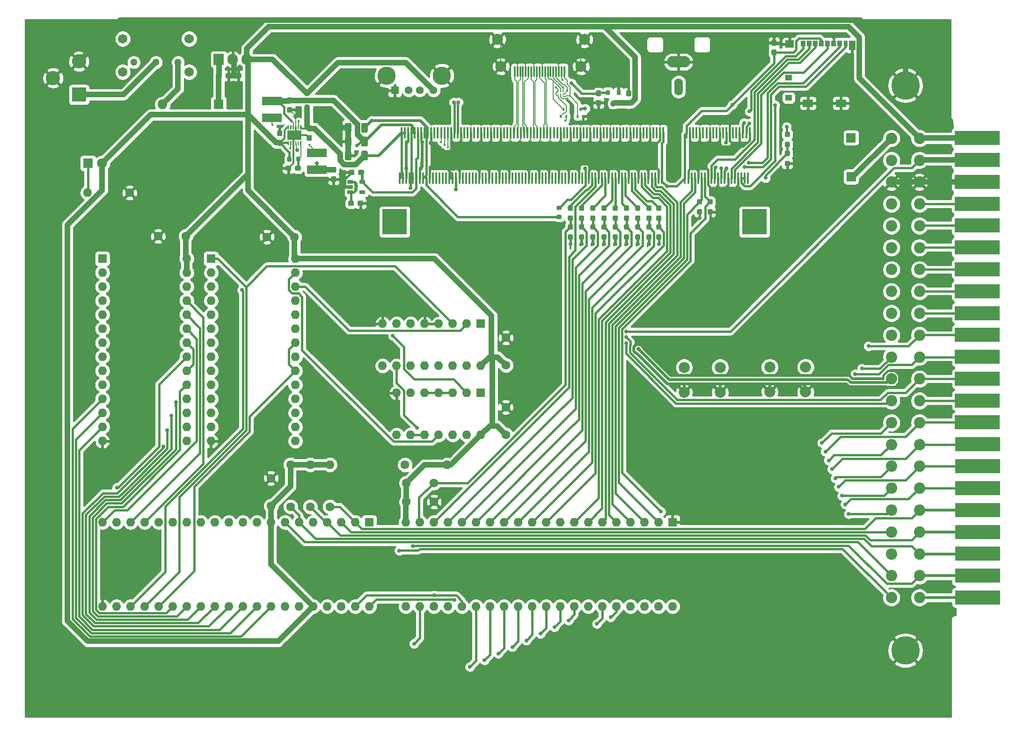
<source format=gbr>
%TF.GenerationSoftware,KiCad,Pcbnew,(5.1.9-0-10_14)*%
%TF.CreationDate,2021-03-05T15:55:50-05:00*%
%TF.ProjectId,Apple1_2layer,4170706c-6531-45f3-926c-617965722e6b,rev?*%
%TF.SameCoordinates,Original*%
%TF.FileFunction,Copper,L1,Top*%
%TF.FilePolarity,Positive*%
%FSLAX46Y46*%
G04 Gerber Fmt 4.6, Leading zero omitted, Abs format (unit mm)*
G04 Created by KiCad (PCBNEW (5.1.9-0-10_14)) date 2021-03-05 15:55:50*
%MOMM*%
%LPD*%
G01*
G04 APERTURE LIST*
%TA.AperFunction,SMDPad,CuDef*%
%ADD10R,0.350000X2.000000*%
%TD*%
%TA.AperFunction,SMDPad,CuDef*%
%ADD11R,4.500000X4.600000*%
%TD*%
%TA.AperFunction,SMDPad,CuDef*%
%ADD12R,0.300000X1.900000*%
%TD*%
%TA.AperFunction,ComponentPad*%
%ADD13C,1.995000*%
%TD*%
%TA.AperFunction,ComponentPad*%
%ADD14C,1.408000*%
%TD*%
%TA.AperFunction,ComponentPad*%
%ADD15R,1.408000X1.408000*%
%TD*%
%TA.AperFunction,ComponentPad*%
%ADD16C,3.316000*%
%TD*%
%TA.AperFunction,ComponentPad*%
%ADD17C,2.000000*%
%TD*%
%TA.AperFunction,ComponentPad*%
%ADD18C,2.055000*%
%TD*%
%TA.AperFunction,ComponentPad*%
%ADD19C,5.175000*%
%TD*%
%TA.AperFunction,ComponentPad*%
%ADD20O,1.600000X1.600000*%
%TD*%
%TA.AperFunction,ComponentPad*%
%ADD21R,1.600000X1.600000*%
%TD*%
%TA.AperFunction,ComponentPad*%
%ADD22C,1.600000*%
%TD*%
%TA.AperFunction,ComponentPad*%
%ADD23R,1.800000X1.800000*%
%TD*%
%TA.AperFunction,ComponentPad*%
%ADD24O,1.800000X1.800000*%
%TD*%
%TA.AperFunction,ComponentPad*%
%ADD25C,1.800000*%
%TD*%
%TA.AperFunction,SMDPad,CuDef*%
%ADD26R,0.400000X0.510000*%
%TD*%
%TA.AperFunction,SMDPad,CuDef*%
%ADD27R,0.800000X0.900000*%
%TD*%
%TA.AperFunction,ComponentPad*%
%ADD28R,2.600000X2.600000*%
%TD*%
%TA.AperFunction,ComponentPad*%
%ADD29C,2.600000*%
%TD*%
%TA.AperFunction,SMDPad,CuDef*%
%ADD30R,8.130000X2.560000*%
%TD*%
%TA.AperFunction,ComponentPad*%
%ADD31R,1.700000X1.700000*%
%TD*%
%TA.AperFunction,ComponentPad*%
%ADD32O,4.200000X2.100000*%
%TD*%
%TA.AperFunction,ComponentPad*%
%ADD33O,1.550000X3.100000*%
%TD*%
%TA.AperFunction,SMDPad,CuDef*%
%ADD34R,0.850000X1.100000*%
%TD*%
%TA.AperFunction,SMDPad,CuDef*%
%ADD35R,0.750000X1.100000*%
%TD*%
%TA.AperFunction,SMDPad,CuDef*%
%ADD36R,1.170000X1.800000*%
%TD*%
%TA.AperFunction,SMDPad,CuDef*%
%ADD37R,1.550000X1.350000*%
%TD*%
%TA.AperFunction,SMDPad,CuDef*%
%ADD38R,1.200000X1.000000*%
%TD*%
%TA.AperFunction,SMDPad,CuDef*%
%ADD39R,1.900000X1.350000*%
%TD*%
%TA.AperFunction,ComponentPad*%
%ADD40C,1.300000*%
%TD*%
%TA.AperFunction,ComponentPad*%
%ADD41C,1.710000*%
%TD*%
%TA.AperFunction,ComponentPad*%
%ADD42O,1.905000X2.000000*%
%TD*%
%TA.AperFunction,ComponentPad*%
%ADD43R,1.905000X2.000000*%
%TD*%
%TA.AperFunction,SMDPad,CuDef*%
%ADD44C,0.250000*%
%TD*%
%TA.AperFunction,SMDPad,CuDef*%
%ADD45R,3.600000X1.500000*%
%TD*%
%TA.AperFunction,SMDPad,CuDef*%
%ADD46R,2.500000X1.700000*%
%TD*%
%TA.AperFunction,SMDPad,CuDef*%
%ADD47R,1.060000X0.650000*%
%TD*%
%TA.AperFunction,ViaPad*%
%ADD48C,1.000000*%
%TD*%
%TA.AperFunction,ViaPad*%
%ADD49C,0.700000*%
%TD*%
%TA.AperFunction,ViaPad*%
%ADD50C,0.400000*%
%TD*%
%TA.AperFunction,Conductor*%
%ADD51C,0.400000*%
%TD*%
%TA.AperFunction,Conductor*%
%ADD52C,1.000000*%
%TD*%
%TA.AperFunction,Conductor*%
%ADD53C,0.550000*%
%TD*%
%TA.AperFunction,Conductor*%
%ADD54C,0.300000*%
%TD*%
%TA.AperFunction,Conductor*%
%ADD55C,0.150000*%
%TD*%
%TA.AperFunction,Conductor*%
%ADD56C,0.200000*%
%TD*%
%TA.AperFunction,Conductor*%
%ADD57C,0.254000*%
%TD*%
%TA.AperFunction,Conductor*%
%ADD58C,0.100000*%
%TD*%
G04 APERTURE END LIST*
D10*
%TO.P,U9,1*%
%TO.N,GND*%
X213514000Y-47335000D03*
%TO.P,U9,2*%
%TO.N,N/C*%
X213214000Y-55535000D03*
%TO.P,U9,3*%
%TO.N,Net-(R15-Pad1)*%
X212914000Y-47335000D03*
%TO.P,U9,4*%
%TO.N,+3V3*%
X212614000Y-55535000D03*
%TO.P,U9,5*%
%TO.N,/RaspberryPi/CLEAR*%
X212314000Y-47335000D03*
%TO.P,U9,6*%
%TO.N,+3V3*%
X212014000Y-55535000D03*
%TO.P,U9,7*%
%TO.N,GND*%
X211714000Y-47335000D03*
%TO.P,U9,8*%
X211414000Y-55535000D03*
%TO.P,U9,9*%
%TO.N,N/C*%
X211114000Y-47335000D03*
%TO.P,U9,10*%
%TO.N,/RaspberryPi/SDX_CLK*%
X210814000Y-55535000D03*
%TO.P,U9,11*%
%TO.N,N/C*%
X210514000Y-47335000D03*
%TO.P,U9,12*%
%TO.N,/RaspberryPi/SDX_CMD*%
X210214000Y-55535000D03*
%TO.P,U9,13*%
%TO.N,GND*%
X209914000Y-47335000D03*
%TO.P,U9,14*%
X209614000Y-55535000D03*
%TO.P,U9,15*%
%TO.N,/PHI2*%
X209314000Y-47335000D03*
%TO.P,U9,16*%
%TO.N,/RaspberryPi/SDX_D0*%
X209014000Y-55535000D03*
%TO.P,U9,17*%
%TO.N,N/C*%
X208714000Y-47335000D03*
%TO.P,U9,18*%
%TO.N,/RaspberryPi/SDX_D1*%
X208414000Y-55535000D03*
%TO.P,U9,19*%
%TO.N,GND*%
X208114000Y-47335000D03*
%TO.P,U9,20*%
X207814000Y-55535000D03*
%TO.P,U9,21*%
%TO.N,N/C*%
X207514000Y-47335000D03*
%TO.P,U9,22*%
%TO.N,/RaspberryPi/SDX_D2*%
X207214000Y-55535000D03*
%TO.P,U9,23*%
%TO.N,N/C*%
X206914000Y-47335000D03*
%TO.P,U9,24*%
%TO.N,/RaspberryPi/SDX_D3*%
X206614000Y-55535000D03*
%TO.P,U9,25*%
%TO.N,GND*%
X206314000Y-47335000D03*
%TO.P,U9,26*%
X206014000Y-55535000D03*
%TO.P,U9,27*%
%TO.N,N/C*%
X205714000Y-47335000D03*
%TO.P,U9,28*%
%TO.N,/STROBE*%
X205414000Y-55535000D03*
%TO.P,U9,29*%
%TO.N,N/C*%
X205114000Y-47335000D03*
%TO.P,U9,30*%
%TO.N,/PA0*%
X204814000Y-55535000D03*
%TO.P,U9,31*%
%TO.N,GND*%
X204514000Y-47335000D03*
%TO.P,U9,32*%
X204214000Y-55535000D03*
%TO.P,U9,33*%
%TO.N,N/C*%
X203914000Y-47335000D03*
%TO.P,U9,34*%
%TO.N,/PA1*%
X203614000Y-55535000D03*
%TO.P,U9,35*%
%TO.N,N/C*%
X203314000Y-47335000D03*
%TO.P,U9,36*%
%TO.N,/PA2*%
X203014000Y-55535000D03*
%TO.P,U9,37*%
%TO.N,GND*%
X202714000Y-47335000D03*
%TO.P,U9,38*%
X202414000Y-55535000D03*
%TO.P,U9,39*%
%TO.N,+3V3*%
X202114000Y-47335000D03*
%TO.P,U9,40*%
X201814000Y-55535000D03*
%TO.P,U9,41*%
X197914000Y-47335000D03*
%TO.P,U9,42*%
X197614000Y-55535000D03*
%TO.P,U9,43*%
%TO.N,GND*%
X197314000Y-47335000D03*
%TO.P,U9,44*%
X197014000Y-55535000D03*
%TO.P,U9,45*%
%TO.N,N/C*%
X196714000Y-47335000D03*
%TO.P,U9,46*%
%TO.N,/PA3*%
X196414000Y-55535000D03*
%TO.P,U9,47*%
%TO.N,N/C*%
X196114000Y-47335000D03*
%TO.P,U9,48*%
%TO.N,/PA4*%
X195814000Y-55535000D03*
%TO.P,U9,49*%
%TO.N,GND*%
X195514000Y-47335000D03*
%TO.P,U9,50*%
X195214000Y-55535000D03*
%TO.P,U9,51*%
%TO.N,N/C*%
X194914000Y-47335000D03*
%TO.P,U9,52*%
%TO.N,/PA5*%
X194614000Y-55535000D03*
%TO.P,U9,53*%
%TO.N,N/C*%
X194314000Y-47335000D03*
%TO.P,U9,54*%
%TO.N,/PA6*%
X194014000Y-55535000D03*
%TO.P,U9,55*%
%TO.N,GND*%
X193714000Y-47335000D03*
%TO.P,U9,56*%
X193414000Y-55535000D03*
%TO.P,U9,57*%
%TO.N,N/C*%
X193114000Y-47335000D03*
%TO.P,U9,58*%
%TO.N,Net-(R16-Pad1)*%
X192814000Y-55535000D03*
%TO.P,U9,59*%
%TO.N,N/C*%
X192514000Y-47335000D03*
%TO.P,U9,60*%
%TO.N,Net-(R17-Pad1)*%
X192214000Y-55535000D03*
%TO.P,U9,61*%
%TO.N,GND*%
X191914000Y-47335000D03*
%TO.P,U9,62*%
X191614000Y-55535000D03*
%TO.P,U9,63*%
%TO.N,N/C*%
X191314000Y-47335000D03*
%TO.P,U9,64*%
%TO.N,Net-(R18-Pad1)*%
X191014000Y-55535000D03*
%TO.P,U9,65*%
%TO.N,N/C*%
X190714000Y-47335000D03*
%TO.P,U9,66*%
%TO.N,Net-(R20-Pad1)*%
X190414000Y-55535000D03*
%TO.P,U9,67*%
%TO.N,GND*%
X190114000Y-47335000D03*
%TO.P,U9,68*%
X189814000Y-55535000D03*
%TO.P,U9,69*%
%TO.N,N/C*%
X189514000Y-47335000D03*
%TO.P,U9,70*%
%TO.N,Net-(R21-Pad1)*%
X189214000Y-55535000D03*
%TO.P,U9,71*%
%TO.N,N/C*%
X188914000Y-47335000D03*
%TO.P,U9,72*%
%TO.N,Net-(R22-Pad1)*%
X188614000Y-55535000D03*
%TO.P,U9,73*%
%TO.N,GND*%
X188314000Y-47335000D03*
%TO.P,U9,74*%
X188014000Y-55535000D03*
%TO.P,U9,75*%
%TO.N,N/C*%
X187714000Y-47335000D03*
%TO.P,U9,76*%
%TO.N,Net-(R23-Pad1)*%
X187414000Y-55535000D03*
%TO.P,U9,77*%
%TO.N,N/C*%
X187114000Y-47335000D03*
%TO.P,U9,78*%
%TO.N,Net-(R24-Pad1)*%
X186814000Y-55535000D03*
%TO.P,U9,79*%
%TO.N,GND*%
X186514000Y-47335000D03*
%TO.P,U9,80*%
X186214000Y-55535000D03*
%TO.P,U9,81*%
%TO.N,N/C*%
X185914000Y-47335000D03*
%TO.P,U9,82*%
%TO.N,/RDA*%
X185614000Y-55535000D03*
%TO.P,U9,83*%
%TO.N,N/C*%
X185314000Y-47335000D03*
%TO.P,U9,84*%
%TO.N,Net-(R25-Pad1)*%
X185014000Y-55535000D03*
%TO.P,U9,85*%
%TO.N,GND*%
X184714000Y-47335000D03*
%TO.P,U9,86*%
X184414000Y-55535000D03*
%TO.P,U9,87*%
%TO.N,N/C*%
X184114000Y-47335000D03*
%TO.P,U9,88*%
%TO.N,/RaspberryPi/HDMI_HPD_N*%
X183814000Y-55535000D03*
%TO.P,U9,89*%
%TO.N,N/C*%
X183514000Y-47335000D03*
%TO.P,U9,90*%
X183214000Y-55535000D03*
%TO.P,U9,91*%
%TO.N,GND*%
X182914000Y-47335000D03*
%TO.P,U9,92*%
X182614000Y-55535000D03*
%TO.P,U9,93*%
%TO.N,N/C*%
X182314000Y-47335000D03*
%TO.P,U9,94*%
X182014000Y-55535000D03*
%TO.P,U9,95*%
X181714000Y-47335000D03*
%TO.P,U9,96*%
X181414000Y-55535000D03*
%TO.P,U9,97*%
%TO.N,GND*%
X181114000Y-47335000D03*
%TO.P,U9,98*%
X180814000Y-55535000D03*
%TO.P,U9,99*%
%TO.N,N/C*%
X180514000Y-47335000D03*
%TO.P,U9,100*%
X180214000Y-55535000D03*
%TO.P,U9,101*%
X179914000Y-47335000D03*
%TO.P,U9,102*%
X179614000Y-55535000D03*
%TO.P,U9,103*%
%TO.N,GND*%
X179314000Y-47335000D03*
%TO.P,U9,104*%
X179014000Y-55535000D03*
%TO.P,U9,105*%
%TO.N,N/C*%
X178714000Y-47335000D03*
%TO.P,U9,106*%
X178414000Y-55535000D03*
%TO.P,U9,107*%
X178114000Y-47335000D03*
%TO.P,U9,108*%
X177814000Y-55535000D03*
%TO.P,U9,109*%
%TO.N,GND*%
X177514000Y-47335000D03*
%TO.P,U9,110*%
X177214000Y-55535000D03*
%TO.P,U9,111*%
%TO.N,/RaspberryPi/HDMI_CLK_N*%
X176914000Y-47335000D03*
%TO.P,U9,112*%
%TO.N,N/C*%
X176614000Y-55535000D03*
%TO.P,U9,113*%
%TO.N,/RaspberryPi/HDMI_CLK_P*%
X176314000Y-47335000D03*
%TO.P,U9,114*%
%TO.N,N/C*%
X176014000Y-55535000D03*
%TO.P,U9,115*%
%TO.N,GND*%
X175714000Y-47335000D03*
%TO.P,U9,116*%
X175414000Y-55535000D03*
%TO.P,U9,117*%
%TO.N,/RaspberryPi/HDMI_D0_N*%
X175114000Y-47335000D03*
%TO.P,U9,118*%
%TO.N,N/C*%
X174814000Y-55535000D03*
%TO.P,U9,119*%
%TO.N,/RaspberryPi/HDMI_D0_P*%
X174514000Y-47335000D03*
%TO.P,U9,120*%
%TO.N,N/C*%
X174214000Y-55535000D03*
%TO.P,U9,121*%
%TO.N,GND*%
X173914000Y-47335000D03*
%TO.P,U9,122*%
X173614000Y-55535000D03*
%TO.P,U9,123*%
%TO.N,/RaspberryPi/HDMI_D1_N*%
X173314000Y-47335000D03*
%TO.P,U9,124*%
%TO.N,N/C*%
X173014000Y-55535000D03*
%TO.P,U9,125*%
%TO.N,/RaspberryPi/HDMI_D1_P*%
X172714000Y-47335000D03*
%TO.P,U9,126*%
%TO.N,N/C*%
X172414000Y-55535000D03*
%TO.P,U9,127*%
%TO.N,GND*%
X172114000Y-47335000D03*
%TO.P,U9,128*%
%TO.N,N/C*%
X171814000Y-55535000D03*
%TO.P,U9,129*%
%TO.N,/RaspberryPi/HDMI_D2_N*%
X171514000Y-47335000D03*
%TO.P,U9,130*%
%TO.N,N/C*%
X171214000Y-55535000D03*
%TO.P,U9,131*%
%TO.N,/RaspberryPi/HDMI_D2_P*%
X170914000Y-47335000D03*
%TO.P,U9,132*%
%TO.N,N/C*%
X170614000Y-55535000D03*
%TO.P,U9,133*%
%TO.N,GND*%
X170314000Y-47335000D03*
%TO.P,U9,134*%
X170014000Y-55535000D03*
%TO.P,U9,135*%
%TO.N,N/C*%
X169714000Y-47335000D03*
%TO.P,U9,136*%
X169414000Y-55535000D03*
%TO.P,U9,137*%
X169114000Y-47335000D03*
%TO.P,U9,138*%
X168814000Y-55535000D03*
%TO.P,U9,139*%
%TO.N,GND*%
X168514000Y-47335000D03*
%TO.P,U9,140*%
X168214000Y-55535000D03*
%TO.P,U9,141*%
%TO.N,N/C*%
X167914000Y-47335000D03*
%TO.P,U9,142*%
X167614000Y-55535000D03*
%TO.P,U9,143*%
X167314000Y-47335000D03*
%TO.P,U9,144*%
X167014000Y-55535000D03*
%TO.P,U9,145*%
%TO.N,GND*%
X166714000Y-47335000D03*
%TO.P,U9,146*%
X166414000Y-55535000D03*
%TO.P,U9,147*%
%TO.N,N/C*%
X166114000Y-47335000D03*
%TO.P,U9,148*%
X165814000Y-55535000D03*
%TO.P,U9,149*%
X165514000Y-47335000D03*
%TO.P,U9,150*%
X165214000Y-55535000D03*
%TO.P,U9,151*%
%TO.N,GND*%
X164914000Y-47335000D03*
%TO.P,U9,152*%
X164614000Y-55535000D03*
%TO.P,U9,153*%
%TO.N,N/C*%
X164314000Y-47335000D03*
%TO.P,U9,154*%
X164014000Y-55535000D03*
%TO.P,U9,155*%
X163714000Y-47335000D03*
%TO.P,U9,156*%
X163414000Y-55535000D03*
%TO.P,U9,157*%
%TO.N,GND*%
X163114000Y-47335000D03*
%TO.P,U9,158*%
%TO.N,N/C*%
X162814000Y-55535000D03*
%TO.P,U9,159*%
X162514000Y-47335000D03*
%TO.P,U9,160*%
X162214000Y-55535000D03*
%TO.P,U9,161*%
X161914000Y-47335000D03*
%TO.P,U9,162*%
X161614000Y-55535000D03*
%TO.P,U9,163*%
%TO.N,GND*%
X161314000Y-47335000D03*
%TO.P,U9,164*%
X161014000Y-55535000D03*
%TO.P,U9,165*%
%TO.N,/RaspberryPi/USB_D+*%
X160714000Y-47335000D03*
%TO.P,U9,166*%
%TO.N,/RaspberryPi/TVDAC*%
X160414000Y-55535000D03*
%TO.P,U9,167*%
%TO.N,/RaspberryPi/USB_D-*%
X160114000Y-47335000D03*
%TO.P,U9,168*%
%TO.N,GND*%
X159814000Y-55535000D03*
%TO.P,U9,169*%
X159514000Y-47335000D03*
%TO.P,U9,170*%
X159214000Y-55535000D03*
%TO.P,U9,171*%
%TO.N,/RaspberryPi/HDMI_CEC*%
X158914000Y-47335000D03*
%TO.P,U9,172*%
%TO.N,N/C*%
X158614000Y-55535000D03*
%TO.P,U9,173*%
%TO.N,/RaspberryPi/HDMI_SDA*%
X158314000Y-47335000D03*
%TO.P,U9,174*%
%TO.N,N/C*%
X158014000Y-55535000D03*
%TO.P,U9,175*%
%TO.N,/RaspberryPi/HDMI_SCL*%
X157714000Y-47335000D03*
%TO.P,U9,176*%
%TO.N,N/C*%
X157414000Y-55535000D03*
%TO.P,U9,177*%
X157114000Y-47335000D03*
%TO.P,U9,178*%
X156814000Y-55535000D03*
%TO.P,U9,179*%
X156514000Y-47335000D03*
%TO.P,U9,180*%
X156214000Y-55535000D03*
%TO.P,U9,181*%
%TO.N,GND*%
X155914000Y-47335000D03*
%TO.P,U9,182*%
X155614000Y-55535000D03*
%TO.P,U9,183*%
%TO.N,+1V8*%
X155314000Y-47335000D03*
%TO.P,U9,184*%
X155014000Y-55535000D03*
%TO.P,U9,185*%
X154714000Y-47335000D03*
%TO.P,U9,186*%
X154414000Y-55535000D03*
%TO.P,U9,187*%
%TO.N,GND*%
X154114000Y-47335000D03*
%TO.P,U9,188*%
X153814000Y-55535000D03*
%TO.P,U9,189*%
%TO.N,+2V5*%
X153514000Y-47335000D03*
%TO.P,U9,190*%
X153214000Y-55535000D03*
%TO.P,U9,191*%
%TO.N,+3V3*%
X152914000Y-47335000D03*
%TO.P,U9,192*%
X152614000Y-55535000D03*
%TO.P,U9,193*%
X152314000Y-47335000D03*
%TO.P,U9,194*%
X152014000Y-55535000D03*
%TO.P,U9,195*%
%TO.N,GND*%
X151714000Y-47335000D03*
%TO.P,U9,196*%
X151414000Y-55535000D03*
%TO.P,U9,197*%
%TO.N,+5V*%
X151114000Y-47335000D03*
%TO.P,U9,198*%
X150814000Y-55535000D03*
%TO.P,U9,199*%
X150514000Y-47335000D03*
%TO.P,U9,200*%
X150214000Y-55535000D03*
D11*
%TO.P,U9,MP1*%
%TO.N,N/C*%
X214414000Y-63435000D03*
%TO.P,U9,MP2*%
X149314000Y-63435000D03*
%TD*%
D12*
%TO.P,J9,1*%
%TO.N,/RaspberryPi/HDMI_D2_P*%
X171018000Y-36212000D03*
%TO.P,J9,2*%
%TO.N,GND*%
X171518000Y-36212000D03*
%TO.P,J9,3*%
%TO.N,/RaspberryPi/HDMI_D2_N*%
X172018000Y-36212000D03*
%TO.P,J9,4*%
%TO.N,/RaspberryPi/HDMI_D1_P*%
X172518000Y-36212000D03*
%TO.P,J9,5*%
%TO.N,GND*%
X173018000Y-36212000D03*
%TO.P,J9,6*%
%TO.N,/RaspberryPi/HDMI_D1_N*%
X173518000Y-36212000D03*
%TO.P,J9,7*%
%TO.N,/RaspberryPi/HDMI_D0_P*%
X174018000Y-36212000D03*
%TO.P,J9,8*%
%TO.N,GND*%
X174518000Y-36212000D03*
%TO.P,J9,9*%
%TO.N,/RaspberryPi/HDMI_D0_N*%
X175018000Y-36212000D03*
%TO.P,J9,10*%
%TO.N,/RaspberryPi/HDMI_CLK_P*%
X175518000Y-36212000D03*
%TO.P,J9,11*%
%TO.N,GND*%
X176018000Y-36212000D03*
%TO.P,J9,12*%
%TO.N,/RaspberryPi/HDMI_CLK_N*%
X176518000Y-36212000D03*
%TO.P,J9,13*%
%TO.N,Net-(J9-Pad13)*%
X177018000Y-36212000D03*
%TO.P,J9,14*%
%TO.N,N/C*%
X177518000Y-36212000D03*
%TO.P,J9,15*%
%TO.N,/RaspberryPi/HDMI_SCL*%
X178018000Y-36212000D03*
%TO.P,J9,16*%
%TO.N,/RaspberryPi/HDMI_SDA*%
X178518000Y-36212000D03*
%TO.P,J9,17*%
%TO.N,GND*%
X179018000Y-36212000D03*
%TO.P,J9,18*%
%TO.N,+5VA*%
X179518000Y-36212000D03*
%TO.P,J9,19*%
%TO.N,Net-(J9-Pad19)*%
X180018000Y-36212000D03*
D13*
%TO.P,J9,SH*%
%TO.N,GND*%
X183018000Y-35312000D03*
X168518000Y-35312000D03*
X183643000Y-30412000D03*
X167893000Y-30412000D03*
%TD*%
D14*
%TO.P,J6,1*%
%TO.N,+5V*%
X156337000Y-39624000D03*
%TO.P,J6,2*%
%TO.N,/RaspberryPi/USB_D-*%
X153837000Y-39624000D03*
%TO.P,J6,3*%
%TO.N,/RaspberryPi/USB_D+*%
X151837000Y-39624000D03*
D15*
%TO.P,J6,4*%
%TO.N,GND*%
X149337000Y-39624000D03*
D16*
%TO.P,J6,5*%
X157837000Y-36954000D03*
X147837000Y-36954000D03*
%TD*%
D17*
%TO.P,SW2,2*%
%TO.N,GND*%
X201676000Y-94289000D03*
%TO.P,SW2,1*%
%TO.N,/RESET*%
X201676000Y-89789000D03*
%TO.P,SW2,2*%
%TO.N,GND*%
X208176000Y-94289000D03*
%TO.P,SW2,1*%
%TO.N,/RESET*%
X208176000Y-89789000D03*
%TD*%
D18*
%TO.P,J3,1*%
%TO.N,/RF*%
X244246400Y-131470400D03*
%TO.P,J3,2*%
%TO.N,/PHI2O*%
X239166400Y-131470400D03*
%TO.P,J3,3*%
%TO.N,/RESET*%
X244246400Y-127510400D03*
%TO.P,J3,4*%
%TO.N,/SYNC*%
X239166400Y-127510400D03*
%TO.P,J3,5*%
%TO.N,/NMI*%
X244246400Y-123550400D03*
%TO.P,J3,6*%
%TO.N,/VMA*%
X239166400Y-123550400D03*
%TO.P,J3,7*%
%TO.N,/IQR*%
X244246400Y-119590400D03*
%TO.P,J3,8*%
%TO.N,/PHI1O*%
X239166400Y-119590400D03*
%TO.P,J3,9*%
%TO.N,/RDY*%
X244246400Y-115630400D03*
%TO.P,J3,10*%
%TO.N,/D7*%
X239166400Y-115630400D03*
%TO.P,J3,11*%
%TO.N,/D6*%
X244246400Y-111670400D03*
%TO.P,J3,12*%
%TO.N,/D5*%
X239166400Y-111670400D03*
%TO.P,J3,13*%
%TO.N,/D4*%
X244246400Y-107710400D03*
%TO.P,J3,14*%
%TO.N,/D3*%
X239166400Y-107710400D03*
%TO.P,J3,15*%
%TO.N,/D2*%
X244246400Y-103750400D03*
%TO.P,J3,16*%
%TO.N,/D1*%
X239166400Y-103750400D03*
%TO.P,J3,17*%
%TO.N,/D0*%
X244246400Y-99790400D03*
%TO.P,J3,18*%
%TO.N,/RW*%
X239166400Y-99790400D03*
%TO.P,J3,19*%
%TO.N,/DMA*%
X244246400Y-95830400D03*
%TO.P,J3,20*%
%TO.N,/$A000*%
X239166400Y-95830400D03*
%TO.P,J3,21*%
%TO.N,/$B000*%
X244246400Y-91870400D03*
%TO.P,J3,22*%
%TO.N,/PHI2*%
X239166400Y-91870400D03*
%TO.P,J3,23*%
%TO.N,/A15*%
X244246400Y-87910400D03*
%TO.P,J3,24*%
%TO.N,/A14*%
X239166400Y-87910400D03*
%TO.P,J3,25*%
%TO.N,/A13*%
X244246400Y-83950400D03*
%TO.P,J3,26*%
%TO.N,/A12*%
X239166400Y-83950400D03*
%TO.P,J3,27*%
%TO.N,/A11*%
X244246400Y-79990400D03*
%TO.P,J3,28*%
%TO.N,/A10*%
X239166400Y-79990400D03*
%TO.P,J3,29*%
%TO.N,/A9*%
X244246400Y-76030400D03*
%TO.P,J3,30*%
%TO.N,/A8*%
X239166400Y-76030400D03*
%TO.P,J3,31*%
%TO.N,/A7*%
X244246400Y-72070400D03*
%TO.P,J3,32*%
%TO.N,/A6*%
X239166400Y-72070400D03*
%TO.P,J3,33*%
%TO.N,/A5*%
X244246400Y-68110400D03*
%TO.P,J3,34*%
%TO.N,/A4*%
X239166400Y-68110400D03*
%TO.P,J3,35*%
%TO.N,/A3*%
X244246400Y-64150400D03*
%TO.P,J3,36*%
%TO.N,/A2*%
X239166400Y-64150400D03*
%TO.P,J3,37*%
%TO.N,/A1*%
X244246400Y-60190400D03*
%TO.P,J3,38*%
%TO.N,/A0*%
X239166400Y-60190400D03*
%TO.P,J3,39*%
%TO.N,GND*%
X244246400Y-56230400D03*
%TO.P,J3,40*%
X239166400Y-56230400D03*
%TO.P,J3,41*%
%TO.N,/$C000*%
X244246400Y-52270400D03*
%TO.P,J3,42*%
%TO.N,+12V*%
X239166400Y-52270400D03*
%TO.P,J3,43*%
%TO.N,+5V*%
X244246400Y-48310400D03*
%TO.P,J3,44*%
%TO.N,-12V*%
X239166400Y-48310400D03*
D19*
%TO.P,J3,MH1*%
%TO.N,GND*%
X241706400Y-141045400D03*
%TO.P,J3,MH2*%
X241706400Y-38735400D03*
%TD*%
D20*
%TO.P,U6,40*%
%TO.N,/STROBE*%
X199567800Y-133070600D03*
%TO.P,U6,20*%
%TO.N,+5V*%
X151307800Y-117830600D03*
%TO.P,U6,39*%
%TO.N,N/C*%
X197027800Y-133070600D03*
%TO.P,U6,19*%
%TO.N,/CB2*%
X153847800Y-117830600D03*
%TO.P,U6,38*%
%TO.N,N/C*%
X194487800Y-133070600D03*
%TO.P,U6,18*%
%TO.N,/RDA*%
X156387800Y-117830600D03*
%TO.P,U6,37*%
%TO.N,N/C*%
X191947800Y-133070600D03*
%TO.P,U6,17*%
%TO.N,/DA*%
X158927800Y-117830600D03*
%TO.P,U6,36*%
%TO.N,/A0*%
X189407800Y-133070600D03*
%TO.P,U6,16*%
%TO.N,/PB6*%
X161467800Y-117830600D03*
%TO.P,U6,35*%
%TO.N,/A1*%
X186867800Y-133070600D03*
%TO.P,U6,15*%
%TO.N,/PB5*%
X164007800Y-117830600D03*
%TO.P,U6,34*%
%TO.N,/RESET*%
X184327800Y-133070600D03*
%TO.P,U6,14*%
%TO.N,/PB4*%
X166547800Y-117830600D03*
%TO.P,U6,33*%
%TO.N,/D0*%
X181787800Y-133070600D03*
%TO.P,U6,13*%
%TO.N,/PB3*%
X169087800Y-117830600D03*
%TO.P,U6,32*%
%TO.N,/D1*%
X179247800Y-133070600D03*
%TO.P,U6,12*%
%TO.N,/PB2*%
X171627800Y-117830600D03*
%TO.P,U6,31*%
%TO.N,/D2*%
X176707800Y-133070600D03*
%TO.P,U6,11*%
%TO.N,/PB1*%
X174167800Y-117830600D03*
%TO.P,U6,30*%
%TO.N,/D3*%
X174167800Y-133070600D03*
%TO.P,U6,10*%
%TO.N,/PB0*%
X176707800Y-117830600D03*
%TO.P,U6,29*%
%TO.N,/D4*%
X171627800Y-133070600D03*
%TO.P,U6,9*%
%TO.N,+5V*%
X179247800Y-117830600D03*
%TO.P,U6,28*%
%TO.N,/D5*%
X169087800Y-133070600D03*
%TO.P,U6,8*%
%TO.N,/PA6*%
X181787800Y-117830600D03*
%TO.P,U6,27*%
%TO.N,/D6*%
X166547800Y-133070600D03*
%TO.P,U6,7*%
%TO.N,/PA5*%
X184327800Y-117830600D03*
%TO.P,U6,26*%
%TO.N,/D7*%
X164007800Y-133070600D03*
%TO.P,U6,6*%
%TO.N,/PA4*%
X186867800Y-117830600D03*
%TO.P,U6,25*%
%TO.N,/PHI2O*%
X161467800Y-133070600D03*
%TO.P,U6,5*%
%TO.N,/PA3*%
X189407800Y-117830600D03*
%TO.P,U6,24*%
%TO.N,+5V*%
X158927800Y-133070600D03*
%TO.P,U6,4*%
%TO.N,/PA2*%
X191947800Y-117830600D03*
%TO.P,U6,23*%
%TO.N,/$D000*%
X156387800Y-133070600D03*
%TO.P,U6,3*%
%TO.N,/PA1*%
X194487800Y-117830600D03*
%TO.P,U6,22*%
%TO.N,/A4*%
X153847800Y-133070600D03*
%TO.P,U6,2*%
%TO.N,/PA0*%
X197027800Y-117830600D03*
%TO.P,U6,21*%
%TO.N,/RW*%
X151307800Y-133070600D03*
D21*
%TO.P,U6,1*%
%TO.N,GND*%
X199567800Y-117830600D03*
%TD*%
D22*
%TO.P,C4,2*%
%TO.N,+5V*%
X151387800Y-110718600D03*
%TO.P,C4,1*%
%TO.N,/CB2*%
X156387800Y-110718600D03*
%TD*%
%TO.P,C5,1*%
%TO.N,+5V*%
X111506000Y-66040000D03*
%TO.P,C5,2*%
%TO.N,GND*%
X106506000Y-66040000D03*
%TD*%
%TO.P,C6,2*%
%TO.N,GND*%
X169418000Y-96981000D03*
%TO.P,C6,1*%
%TO.N,+5V*%
X169418000Y-101981000D03*
%TD*%
%TO.P,C7,1*%
%TO.N,+5V*%
X131191000Y-66167000D03*
%TO.P,C7,2*%
%TO.N,GND*%
X126191000Y-66167000D03*
%TD*%
%TO.P,C8,1*%
%TO.N,+5V*%
X151434800Y-114147600D03*
%TO.P,C8,2*%
%TO.N,GND*%
X156434800Y-114147600D03*
%TD*%
%TO.P,C9,2*%
%TO.N,GND*%
X169418000Y-84408000D03*
%TO.P,C9,1*%
%TO.N,+5V*%
X169418000Y-89408000D03*
%TD*%
D23*
%TO.P,D1,1*%
%TO.N,+12V*%
X117475000Y-42164000D03*
D24*
%TO.P,D1,2*%
%TO.N,Net-(D1-Pad2)*%
X107315000Y-42164000D03*
%TD*%
D23*
%TO.P,D2,1*%
%TO.N,Net-(D2-Pad1)*%
X93853000Y-52832000D03*
D25*
%TO.P,D2,2*%
%TO.N,+5V*%
X96393000Y-52832000D03*
%TD*%
D26*
%TO.P,Q1,2*%
%TO.N,/RaspberryPi/HDMI_CEC*%
X180332000Y-44333000D03*
%TO.P,Q1,3*%
%TO.N,Net-(J9-Pad13)*%
X179832000Y-43043000D03*
%TO.P,Q1,1*%
%TO.N,+5VA*%
X179332000Y-44333000D03*
%TD*%
%TO.P,Q2,1*%
%TO.N,Net-(J9-Pad19)*%
X182380000Y-44333000D03*
%TO.P,Q2,3*%
%TO.N,/RaspberryPi/HDMI_HPD_N*%
X182880000Y-43043000D03*
%TO.P,Q2,2*%
%TO.N,GND*%
X183380000Y-44333000D03*
%TD*%
D20*
%TO.P,R1,2*%
%TO.N,+5V*%
X137566400Y-107391200D03*
D22*
%TO.P,R1,1*%
%TO.N,/RDY*%
X137566400Y-115011200D03*
%TD*%
%TO.P,R2,1*%
%TO.N,/IQR*%
X134010400Y-115011200D03*
D20*
%TO.P,R2,2*%
%TO.N,+5V*%
X134010400Y-107391200D03*
%TD*%
D22*
%TO.P,R3,1*%
%TO.N,/NMI*%
X130454400Y-115011200D03*
D20*
%TO.P,R3,2*%
%TO.N,+5V*%
X130454400Y-107391200D03*
%TD*%
%TO.P,R4,2*%
%TO.N,+5V*%
X158800800Y-107442000D03*
D22*
%TO.P,R4,1*%
%TO.N,/RESET*%
X151180800Y-107442000D03*
%TD*%
%TO.P,R5,1*%
%TO.N,GND*%
X101346000Y-58166000D03*
D20*
%TO.P,R5,2*%
%TO.N,Net-(D2-Pad1)*%
X93726000Y-58166000D03*
%TD*%
D27*
%TO.P,U11,1*%
%TO.N,GND*%
X189799000Y-40021000D03*
%TO.P,U11,2*%
%TO.N,+5VA*%
X187899000Y-40021000D03*
%TO.P,U11,3*%
%TO.N,+5V*%
X188849000Y-42021000D03*
%TD*%
D22*
%TO.P,C10,1*%
%TO.N,+5V*%
X126949200Y-114858800D03*
%TO.P,C10,2*%
%TO.N,GND*%
X126949200Y-109858800D03*
%TD*%
D28*
%TO.P,J1,1*%
%TO.N,Net-(J1-Pad1)*%
X92202000Y-40386000D03*
D29*
%TO.P,J1,2*%
%TO.N,GND*%
X92202000Y-34386000D03*
%TO.P,J1,3*%
X87502000Y-37386000D03*
%TD*%
D30*
%TO.P,J2,1*%
%TO.N,/RF*%
X254736600Y-131470400D03*
%TO.P,J2,3*%
%TO.N,/RESET*%
X254736600Y-127508000D03*
%TO.P,J2,7*%
%TO.N,/IQR*%
X254736600Y-119583200D03*
%TO.P,J2,5*%
%TO.N,/NMI*%
X254736600Y-123520200D03*
%TO.P,J2,11*%
%TO.N,/D6*%
X254736600Y-111633000D03*
%TO.P,J2,13*%
%TO.N,/D4*%
X254736600Y-107696000D03*
%TO.P,J2,9*%
%TO.N,/RDY*%
X254736600Y-115620800D03*
%TO.P,J2,15*%
%TO.N,/D2*%
X254736600Y-103733600D03*
%TO.P,J2,19*%
%TO.N,/DMA*%
X254711200Y-95808800D03*
%TO.P,J2,17*%
%TO.N,/D0*%
X254711200Y-99745800D03*
%TO.P,J2,27*%
%TO.N,/A11*%
X254711200Y-79959200D03*
%TO.P,J2,31*%
%TO.N,/A7*%
X254685800Y-72034400D03*
%TO.P,J2,29*%
%TO.N,/A9*%
X254685800Y-75971400D03*
%TO.P,J2,23*%
%TO.N,/A15*%
X254711200Y-87858600D03*
%TO.P,J2,25*%
%TO.N,/A13*%
X254711200Y-83921600D03*
%TO.P,J2,35*%
%TO.N,/A3*%
X254685800Y-64084200D03*
%TO.P,J2,37*%
%TO.N,/A1*%
X254685800Y-60147200D03*
%TO.P,J2,33*%
%TO.N,/A5*%
X254685800Y-68072000D03*
%TO.P,J2,21*%
%TO.N,/$B000*%
X254711200Y-91846400D03*
%TO.P,J2,39*%
%TO.N,GND*%
X254685800Y-56184800D03*
%TO.P,J2,43*%
%TO.N,+5V*%
X254660400Y-48260000D03*
%TO.P,J2,41*%
%TO.N,/$C000*%
X254685800Y-52197000D03*
%TD*%
D31*
%TO.P,J4,1*%
%TO.N,+12V*%
X231851200Y-48209200D03*
%TD*%
%TO.P,J5,1*%
%TO.N,-12V*%
X231902000Y-55270400D03*
%TD*%
D32*
%TO.P,J7,1*%
%TO.N,GND*%
X200660000Y-34480000D03*
D33*
%TO.P,J7,2*%
%TO.N,/RaspberryPi/TVDAC*%
X200660000Y-38980000D03*
%TD*%
D34*
%TO.P,J8,1*%
%TO.N,/RaspberryPi/SDX_D2*%
X223209000Y-31126000D03*
D35*
%TO.P,J8,8*%
%TO.N,/RaspberryPi/SDX_D1*%
X230859000Y-31126000D03*
D34*
%TO.P,J8,2*%
%TO.N,/RaspberryPi/SDX_D3*%
X224309000Y-31126000D03*
%TO.P,J8,3*%
%TO.N,/RaspberryPi/SDX_CMD*%
X225409000Y-31126000D03*
%TO.P,J8,4*%
%TO.N,+3V3*%
X226509000Y-31126000D03*
%TO.P,J8,5*%
%TO.N,/RaspberryPi/SDX_CLK*%
X227609000Y-31126000D03*
%TO.P,J8,6*%
%TO.N,GND*%
X228709000Y-31126000D03*
%TO.P,J8,7*%
%TO.N,/RaspberryPi/SDX_D0*%
X229809000Y-31126000D03*
D36*
%TO.P,J8,11*%
%TO.N,GND*%
X232069000Y-31476000D03*
D37*
X220749000Y-31251000D03*
D38*
%TO.P,J8,10*%
%TO.N,N/C*%
X220574000Y-40976000D03*
%TO.P,J8,9*%
X220574000Y-37276000D03*
D39*
%TO.P,J8,11*%
%TO.N,GND*%
X224074000Y-41951000D03*
X230044000Y-41951000D03*
%TD*%
D40*
%TO.P,SW1,1*%
%TO.N,Net-(D1-Pad2)*%
X110109000Y-34544000D03*
%TO.P,SW1,2*%
%TO.N,Net-(J1-Pad1)*%
X106109000Y-34544000D03*
%TO.P,SW1,3*%
%TO.N,N/C*%
X102109000Y-34544000D03*
D41*
%TO.P,SW1,MH1*%
X112109000Y-30294000D03*
%TO.P,SW1,MH2*%
X112109000Y-36294000D03*
%TO.P,SW1,MH3*%
X100109000Y-36294000D03*
%TO.P,SW1,MH4*%
X100109000Y-30294000D03*
%TD*%
D17*
%TO.P,SW3,2*%
%TO.N,/RaspberryPi/CLEAR*%
X223647000Y-89734000D03*
%TO.P,SW3,1*%
%TO.N,GND*%
X223647000Y-94234000D03*
%TO.P,SW3,2*%
%TO.N,/RaspberryPi/CLEAR*%
X217147000Y-89734000D03*
%TO.P,SW3,1*%
%TO.N,GND*%
X217147000Y-94234000D03*
%TD*%
D21*
%TO.P,U1,1*%
%TO.N,/A12*%
X164896800Y-81889600D03*
D20*
%TO.P,U1,9*%
%TO.N,/$E000*%
X147116800Y-89509600D03*
%TO.P,U1,2*%
%TO.N,/A13*%
X162356800Y-81889600D03*
%TO.P,U1,10*%
%TO.N,/$D000*%
X149656800Y-89509600D03*
%TO.P,U1,3*%
%TO.N,/A14*%
X159816800Y-81889600D03*
%TO.P,U1,11*%
%TO.N,/$C000*%
X152196800Y-89509600D03*
%TO.P,U1,4*%
%TO.N,GND*%
X157276800Y-81889600D03*
%TO.P,U1,12*%
%TO.N,/$B000*%
X154736800Y-89509600D03*
%TO.P,U1,5*%
%TO.N,GND*%
X154736800Y-81889600D03*
%TO.P,U1,13*%
%TO.N,/$A000*%
X157276800Y-89509600D03*
%TO.P,U1,6*%
%TO.N,/A15*%
X152196800Y-81889600D03*
%TO.P,U1,14*%
%TO.N,N/C*%
X159816800Y-89509600D03*
%TO.P,U1,7*%
%TO.N,/$F000*%
X149656800Y-81889600D03*
%TO.P,U1,15*%
%TO.N,N/C*%
X162356800Y-89509600D03*
%TO.P,U1,8*%
%TO.N,GND*%
X147116800Y-81889600D03*
%TO.P,U1,16*%
%TO.N,+5V*%
X164896800Y-89509600D03*
%TD*%
D21*
%TO.P,U2,1*%
%TO.N,/A14*%
X116078000Y-70104000D03*
D20*
%TO.P,U2,15*%
%TO.N,/D3*%
X131318000Y-103124000D03*
%TO.P,U2,2*%
%TO.N,/A12*%
X116078000Y-72644000D03*
%TO.P,U2,16*%
%TO.N,/D4*%
X131318000Y-100584000D03*
%TO.P,U2,3*%
%TO.N,/A7*%
X116078000Y-75184000D03*
%TO.P,U2,17*%
%TO.N,/D5*%
X131318000Y-98044000D03*
%TO.P,U2,4*%
%TO.N,/A6*%
X116078000Y-77724000D03*
%TO.P,U2,18*%
%TO.N,/D6*%
X131318000Y-95504000D03*
%TO.P,U2,5*%
%TO.N,/A5*%
X116078000Y-80264000D03*
%TO.P,U2,19*%
%TO.N,/D7*%
X131318000Y-92964000D03*
%TO.P,U2,6*%
%TO.N,/A4*%
X116078000Y-82804000D03*
%TO.P,U2,20*%
%TO.N,/A15*%
X131318000Y-90424000D03*
%TO.P,U2,7*%
%TO.N,/A3*%
X116078000Y-85344000D03*
%TO.P,U2,21*%
%TO.N,/A10*%
X131318000Y-87884000D03*
%TO.P,U2,8*%
%TO.N,/A2*%
X116078000Y-87884000D03*
%TO.P,U2,22*%
%TO.N,/A15*%
X131318000Y-85344000D03*
%TO.P,U2,9*%
%TO.N,/A1*%
X116078000Y-90424000D03*
%TO.P,U2,23*%
%TO.N,/A11*%
X131318000Y-82804000D03*
%TO.P,U2,10*%
%TO.N,/A0*%
X116078000Y-92964000D03*
%TO.P,U2,24*%
%TO.N,/A9*%
X131318000Y-80264000D03*
%TO.P,U2,11*%
%TO.N,/D0*%
X116078000Y-95504000D03*
%TO.P,U2,25*%
%TO.N,/A8*%
X131318000Y-77724000D03*
%TO.P,U2,12*%
%TO.N,/D1*%
X116078000Y-98044000D03*
%TO.P,U2,26*%
%TO.N,/A13*%
X131318000Y-75184000D03*
%TO.P,U2,13*%
%TO.N,/D2*%
X116078000Y-100584000D03*
%TO.P,U2,27*%
%TO.N,/WE*%
X131318000Y-72644000D03*
%TO.P,U2,14*%
%TO.N,GND*%
X116078000Y-103124000D03*
%TO.P,U2,28*%
%TO.N,+5V*%
X131318000Y-70104000D03*
%TD*%
D21*
%TO.P,U3,1*%
%TO.N,N/C*%
X144703800Y-117830600D03*
D20*
%TO.P,U3,21*%
%TO.N,GND*%
X96443800Y-133070600D03*
%TO.P,U3,2*%
%TO.N,/RDY*%
X142163800Y-117830600D03*
%TO.P,U3,22*%
%TO.N,/A12*%
X98983800Y-133070600D03*
%TO.P,U3,3*%
%TO.N,/PHI1O*%
X139623800Y-117830600D03*
%TO.P,U3,23*%
%TO.N,/A13*%
X101523800Y-133070600D03*
%TO.P,U3,4*%
%TO.N,/IQR*%
X137083800Y-117830600D03*
%TO.P,U3,24*%
%TO.N,/A14*%
X104063800Y-133070600D03*
%TO.P,U3,5*%
%TO.N,N/C*%
X134543800Y-117830600D03*
%TO.P,U3,25*%
%TO.N,/A15*%
X106603800Y-133070600D03*
%TO.P,U3,6*%
%TO.N,/NMI*%
X132003800Y-117830600D03*
%TO.P,U3,26*%
%TO.N,/D7*%
X109143800Y-133070600D03*
%TO.P,U3,7*%
%TO.N,/SYNC*%
X129463800Y-117830600D03*
%TO.P,U3,27*%
%TO.N,/D6*%
X111683800Y-133070600D03*
%TO.P,U3,8*%
%TO.N,+5V*%
X126923800Y-117830600D03*
%TO.P,U3,28*%
%TO.N,/D5*%
X114223800Y-133070600D03*
%TO.P,U3,9*%
%TO.N,/A0*%
X124383800Y-117830600D03*
%TO.P,U3,29*%
%TO.N,/D4*%
X116763800Y-133070600D03*
%TO.P,U3,10*%
%TO.N,/A1*%
X121843800Y-117830600D03*
%TO.P,U3,30*%
%TO.N,/D3*%
X119303800Y-133070600D03*
%TO.P,U3,11*%
%TO.N,/A2*%
X119303800Y-117830600D03*
%TO.P,U3,31*%
%TO.N,/D2*%
X121843800Y-133070600D03*
%TO.P,U3,12*%
%TO.N,/A3*%
X116763800Y-117830600D03*
%TO.P,U3,32*%
%TO.N,/D1*%
X124383800Y-133070600D03*
%TO.P,U3,13*%
%TO.N,/A4*%
X114223800Y-117830600D03*
%TO.P,U3,33*%
%TO.N,/D0*%
X126923800Y-133070600D03*
%TO.P,U3,14*%
%TO.N,/A5*%
X111683800Y-117830600D03*
%TO.P,U3,34*%
%TO.N,/RW*%
X129463800Y-133070600D03*
%TO.P,U3,15*%
%TO.N,/A6*%
X109143800Y-117830600D03*
%TO.P,U3,35*%
%TO.N,N/C*%
X132003800Y-133070600D03*
%TO.P,U3,16*%
%TO.N,/A7*%
X106603800Y-117830600D03*
%TO.P,U3,36*%
%TO.N,+5V*%
X134543800Y-133070600D03*
%TO.P,U3,17*%
%TO.N,/A8*%
X104063800Y-117830600D03*
%TO.P,U3,37*%
%TO.N,/PHI2*%
X137083800Y-133070600D03*
%TO.P,U3,18*%
%TO.N,/A9*%
X101523800Y-117830600D03*
%TO.P,U3,38*%
%TO.N,N/C*%
X139623800Y-133070600D03*
%TO.P,U3,19*%
%TO.N,/A10*%
X98983800Y-117830600D03*
%TO.P,U3,39*%
%TO.N,/PHI2O*%
X142163800Y-133070600D03*
%TO.P,U3,20*%
%TO.N,/A11*%
X96443800Y-117830600D03*
%TO.P,U3,40*%
%TO.N,/RESET*%
X144703800Y-133070600D03*
%TD*%
D21*
%TO.P,U4,1*%
%TO.N,/$E000*%
X164896800Y-94386400D03*
D20*
%TO.P,U4,8*%
%TO.N,Net-(U4-Pad13)*%
X149656800Y-102006400D03*
%TO.P,U4,2*%
%TO.N,/$F000*%
X162356800Y-94386400D03*
%TO.P,U4,9*%
%TO.N,/RW*%
X152196800Y-102006400D03*
%TO.P,U4,3*%
%TO.N,Net-(U4-Pad3)*%
X159816800Y-94386400D03*
%TO.P,U4,10*%
%TO.N,/RW*%
X154736800Y-102006400D03*
%TO.P,U4,4*%
%TO.N,Net-(U4-Pad3)*%
X157276800Y-94386400D03*
%TO.P,U4,11*%
%TO.N,/WE*%
X157276800Y-102006400D03*
%TO.P,U4,5*%
%TO.N,Net-(U4-Pad3)*%
X154736800Y-94386400D03*
%TO.P,U4,12*%
%TO.N,/PHI2O*%
X159816800Y-102006400D03*
%TO.P,U4,6*%
%TO.N,Net-(U4-Pad6)*%
X152196800Y-94386400D03*
%TO.P,U4,13*%
%TO.N,Net-(U4-Pad13)*%
X162356800Y-102006400D03*
%TO.P,U4,7*%
%TO.N,GND*%
X149656800Y-94386400D03*
%TO.P,U4,14*%
%TO.N,+5V*%
X164896800Y-102006400D03*
%TD*%
D42*
%TO.P,U7,3*%
%TO.N,+5V*%
X122555000Y-34036000D03*
%TO.P,U7,2*%
%TO.N,GND*%
X120015000Y-34036000D03*
D43*
%TO.P,U7,1*%
%TO.N,+12V*%
X117475000Y-34036000D03*
%TD*%
D20*
%TO.P,U8,28*%
%TO.N,+5V*%
X111658400Y-70104000D03*
%TO.P,U8,14*%
%TO.N,GND*%
X96418400Y-103124000D03*
%TO.P,U8,27*%
%TO.N,+5V*%
X111658400Y-72644000D03*
%TO.P,U8,13*%
%TO.N,/D2*%
X96418400Y-100584000D03*
%TO.P,U8,26*%
%TO.N,N/C*%
X111658400Y-75184000D03*
%TO.P,U8,12*%
%TO.N,/D1*%
X96418400Y-98044000D03*
%TO.P,U8,25*%
%TO.N,/A8*%
X111658400Y-77724000D03*
%TO.P,U8,11*%
%TO.N,/D0*%
X96418400Y-95504000D03*
%TO.P,U8,24*%
%TO.N,/A9*%
X111658400Y-80264000D03*
%TO.P,U8,10*%
%TO.N,/A0*%
X96418400Y-92964000D03*
%TO.P,U8,23*%
%TO.N,/A11*%
X111658400Y-82804000D03*
%TO.P,U8,9*%
%TO.N,/A1*%
X96418400Y-90424000D03*
%TO.P,U8,22*%
%TO.N,Net-(U4-Pad6)*%
X111658400Y-85344000D03*
%TO.P,U8,8*%
%TO.N,/A2*%
X96418400Y-87884000D03*
%TO.P,U8,21*%
%TO.N,/A10*%
X111658400Y-87884000D03*
%TO.P,U8,7*%
%TO.N,/A3*%
X96418400Y-85344000D03*
%TO.P,U8,20*%
%TO.N,Net-(U4-Pad6)*%
X111658400Y-90424000D03*
%TO.P,U8,6*%
%TO.N,/A4*%
X96418400Y-82804000D03*
%TO.P,U8,19*%
%TO.N,/D7*%
X111658400Y-92964000D03*
%TO.P,U8,5*%
%TO.N,/A5*%
X96418400Y-80264000D03*
%TO.P,U8,18*%
%TO.N,/D6*%
X111658400Y-95504000D03*
%TO.P,U8,4*%
%TO.N,/A6*%
X96418400Y-77724000D03*
%TO.P,U8,17*%
%TO.N,/D5*%
X111658400Y-98044000D03*
%TO.P,U8,3*%
%TO.N,/A7*%
X96418400Y-75184000D03*
%TO.P,U8,16*%
%TO.N,/D4*%
X111658400Y-100584000D03*
%TO.P,U8,2*%
%TO.N,/A12*%
X96418400Y-72644000D03*
%TO.P,U8,15*%
%TO.N,/D3*%
X111658400Y-103124000D03*
D21*
%TO.P,U8,1*%
%TO.N,N/C*%
X96418400Y-70104000D03*
%TD*%
D44*
%TO.P,U10,A1*%
%TO.N,+5VA*%
X178924000Y-39859000D03*
%TO.P,U10,B1*%
%TO.N,N/C*%
X178924000Y-40259000D03*
%TO.P,U10,C1*%
%TO.N,+5VA*%
X178924000Y-40659000D03*
%TO.P,U10,A2*%
%TO.N,Net-(J9-Pad13)*%
X179324000Y-39859000D03*
%TO.P,U10,B2*%
%TO.N,GND*%
X179324000Y-40259000D03*
%TO.P,U10,C2*%
X179324000Y-40659000D03*
%TO.P,U10,A3*%
%TO.N,/RaspberryPi/HDMI_SCL*%
X179724000Y-39859000D03*
%TO.P,U10,B3*%
%TO.N,/RaspberryPi/HDMI_SDA*%
X179724000Y-40259000D03*
%TO.P,U10,C3*%
%TO.N,Net-(J9-Pad19)*%
X179724000Y-40659000D03*
%TD*%
%TO.P,C16,1*%
%TO.N,+3V3*%
%TA.AperFunction,SMDPad,CuDef*%
G36*
G01*
X218169500Y-33277000D02*
X217694500Y-33277000D01*
G75*
G02*
X217457000Y-33039500I0J237500D01*
G01*
X217457000Y-32439500D01*
G75*
G02*
X217694500Y-32202000I237500J0D01*
G01*
X218169500Y-32202000D01*
G75*
G02*
X218407000Y-32439500I0J-237500D01*
G01*
X218407000Y-33039500D01*
G75*
G02*
X218169500Y-33277000I-237500J0D01*
G01*
G37*
%TD.AperFunction*%
%TO.P,C16,2*%
%TO.N,GND*%
%TA.AperFunction,SMDPad,CuDef*%
G36*
G01*
X218169500Y-31552000D02*
X217694500Y-31552000D01*
G75*
G02*
X217457000Y-31314500I0J237500D01*
G01*
X217457000Y-30714500D01*
G75*
G02*
X217694500Y-30477000I237500J0D01*
G01*
X218169500Y-30477000D01*
G75*
G02*
X218407000Y-30714500I0J-237500D01*
G01*
X218407000Y-31314500D01*
G75*
G02*
X218169500Y-31552000I-237500J0D01*
G01*
G37*
%TD.AperFunction*%
%TD*%
%TO.P,C17,1*%
%TO.N,+5V*%
%TA.AperFunction,SMDPad,CuDef*%
G36*
G01*
X191880500Y-42421000D02*
X191405500Y-42421000D01*
G75*
G02*
X191168000Y-42183500I0J237500D01*
G01*
X191168000Y-41583500D01*
G75*
G02*
X191405500Y-41346000I237500J0D01*
G01*
X191880500Y-41346000D01*
G75*
G02*
X192118000Y-41583500I0J-237500D01*
G01*
X192118000Y-42183500D01*
G75*
G02*
X191880500Y-42421000I-237500J0D01*
G01*
G37*
%TD.AperFunction*%
%TO.P,C17,2*%
%TO.N,GND*%
%TA.AperFunction,SMDPad,CuDef*%
G36*
G01*
X191880500Y-40696000D02*
X191405500Y-40696000D01*
G75*
G02*
X191168000Y-40458500I0J237500D01*
G01*
X191168000Y-39858500D01*
G75*
G02*
X191405500Y-39621000I237500J0D01*
G01*
X191880500Y-39621000D01*
G75*
G02*
X192118000Y-39858500I0J-237500D01*
G01*
X192118000Y-40458500D01*
G75*
G02*
X191880500Y-40696000I-237500J0D01*
G01*
G37*
%TD.AperFunction*%
%TD*%
%TO.P,C18,2*%
%TO.N,GND*%
%TA.AperFunction,SMDPad,CuDef*%
G36*
G01*
X185944500Y-41346000D02*
X186419500Y-41346000D01*
G75*
G02*
X186657000Y-41583500I0J-237500D01*
G01*
X186657000Y-42183500D01*
G75*
G02*
X186419500Y-42421000I-237500J0D01*
G01*
X185944500Y-42421000D01*
G75*
G02*
X185707000Y-42183500I0J237500D01*
G01*
X185707000Y-41583500D01*
G75*
G02*
X185944500Y-41346000I237500J0D01*
G01*
G37*
%TD.AperFunction*%
%TO.P,C18,1*%
%TO.N,+5VA*%
%TA.AperFunction,SMDPad,CuDef*%
G36*
G01*
X185944500Y-39621000D02*
X186419500Y-39621000D01*
G75*
G02*
X186657000Y-39858500I0J-237500D01*
G01*
X186657000Y-40458500D01*
G75*
G02*
X186419500Y-40696000I-237500J0D01*
G01*
X185944500Y-40696000D01*
G75*
G02*
X185707000Y-40458500I0J237500D01*
G01*
X185707000Y-39858500D01*
G75*
G02*
X185944500Y-39621000I237500J0D01*
G01*
G37*
%TD.AperFunction*%
%TD*%
%TO.P,R26,2*%
%TO.N,GND*%
%TA.AperFunction,SMDPad,CuDef*%
G36*
G01*
X206137500Y-61131000D02*
X206612500Y-61131000D01*
G75*
G02*
X206850000Y-61368500I0J-237500D01*
G01*
X206850000Y-61868500D01*
G75*
G02*
X206612500Y-62106000I-237500J0D01*
G01*
X206137500Y-62106000D01*
G75*
G02*
X205900000Y-61868500I0J237500D01*
G01*
X205900000Y-61368500D01*
G75*
G02*
X206137500Y-61131000I237500J0D01*
G01*
G37*
%TD.AperFunction*%
%TO.P,R26,1*%
%TO.N,/STROBE*%
%TA.AperFunction,SMDPad,CuDef*%
G36*
G01*
X206137500Y-59306000D02*
X206612500Y-59306000D01*
G75*
G02*
X206850000Y-59543500I0J-237500D01*
G01*
X206850000Y-60043500D01*
G75*
G02*
X206612500Y-60281000I-237500J0D01*
G01*
X206137500Y-60281000D01*
G75*
G02*
X205900000Y-60043500I0J237500D01*
G01*
X205900000Y-59543500D01*
G75*
G02*
X206137500Y-59306000I237500J0D01*
G01*
G37*
%TD.AperFunction*%
%TD*%
%TO.P,R27,1*%
%TO.N,/PA0*%
%TA.AperFunction,SMDPad,CuDef*%
G36*
G01*
X204232500Y-59306000D02*
X204707500Y-59306000D01*
G75*
G02*
X204945000Y-59543500I0J-237500D01*
G01*
X204945000Y-60043500D01*
G75*
G02*
X204707500Y-60281000I-237500J0D01*
G01*
X204232500Y-60281000D01*
G75*
G02*
X203995000Y-60043500I0J237500D01*
G01*
X203995000Y-59543500D01*
G75*
G02*
X204232500Y-59306000I237500J0D01*
G01*
G37*
%TD.AperFunction*%
%TO.P,R27,2*%
%TO.N,GND*%
%TA.AperFunction,SMDPad,CuDef*%
G36*
G01*
X204232500Y-61131000D02*
X204707500Y-61131000D01*
G75*
G02*
X204945000Y-61368500I0J-237500D01*
G01*
X204945000Y-61868500D01*
G75*
G02*
X204707500Y-62106000I-237500J0D01*
G01*
X204232500Y-62106000D01*
G75*
G02*
X203995000Y-61868500I0J237500D01*
G01*
X203995000Y-61368500D01*
G75*
G02*
X204232500Y-61131000I237500J0D01*
G01*
G37*
%TD.AperFunction*%
%TD*%
%TO.P,C13,1*%
%TO.N,+1V8*%
%TA.AperFunction,SMDPad,CuDef*%
G36*
G01*
X144417000Y-45753999D02*
X144417000Y-47054001D01*
G75*
G02*
X144167001Y-47304000I-249999J0D01*
G01*
X143516999Y-47304000D01*
G75*
G02*
X143267000Y-47054001I0J249999D01*
G01*
X143267000Y-45753999D01*
G75*
G02*
X143516999Y-45504000I249999J0D01*
G01*
X144167001Y-45504000D01*
G75*
G02*
X144417000Y-45753999I0J-249999D01*
G01*
G37*
%TD.AperFunction*%
%TO.P,C13,2*%
%TO.N,GND*%
%TA.AperFunction,SMDPad,CuDef*%
G36*
G01*
X141467000Y-45753999D02*
X141467000Y-47054001D01*
G75*
G02*
X141217001Y-47304000I-249999J0D01*
G01*
X140566999Y-47304000D01*
G75*
G02*
X140317000Y-47054001I0J249999D01*
G01*
X140317000Y-45753999D01*
G75*
G02*
X140566999Y-45504000I249999J0D01*
G01*
X141217001Y-45504000D01*
G75*
G02*
X141467000Y-45753999I0J-249999D01*
G01*
G37*
%TD.AperFunction*%
%TD*%
%TO.P,C14,2*%
%TO.N,GND*%
%TA.AperFunction,SMDPad,CuDef*%
G36*
G01*
X141467000Y-48244999D02*
X141467000Y-49545001D01*
G75*
G02*
X141217001Y-49795000I-249999J0D01*
G01*
X140566999Y-49795000D01*
G75*
G02*
X140317000Y-49545001I0J249999D01*
G01*
X140317000Y-48244999D01*
G75*
G02*
X140566999Y-47995000I249999J0D01*
G01*
X141217001Y-47995000D01*
G75*
G02*
X141467000Y-48244999I0J-249999D01*
G01*
G37*
%TD.AperFunction*%
%TO.P,C14,1*%
%TO.N,+3V3*%
%TA.AperFunction,SMDPad,CuDef*%
G36*
G01*
X144417000Y-48244999D02*
X144417000Y-49545001D01*
G75*
G02*
X144167001Y-49795000I-249999J0D01*
G01*
X143516999Y-49795000D01*
G75*
G02*
X143267000Y-49545001I0J249999D01*
G01*
X143267000Y-48244999D01*
G75*
G02*
X143516999Y-47995000I249999J0D01*
G01*
X144167001Y-47995000D01*
G75*
G02*
X144417000Y-48244999I0J-249999D01*
G01*
G37*
%TD.AperFunction*%
%TD*%
%TO.P,C15,1*%
%TO.N,+5V*%
%TA.AperFunction,SMDPad,CuDef*%
G36*
G01*
X144417000Y-50784999D02*
X144417000Y-52085001D01*
G75*
G02*
X144167001Y-52335000I-249999J0D01*
G01*
X143516999Y-52335000D01*
G75*
G02*
X143267000Y-52085001I0J249999D01*
G01*
X143267000Y-50784999D01*
G75*
G02*
X143516999Y-50535000I249999J0D01*
G01*
X144167001Y-50535000D01*
G75*
G02*
X144417000Y-50784999I0J-249999D01*
G01*
G37*
%TD.AperFunction*%
%TO.P,C15,2*%
%TO.N,GND*%
%TA.AperFunction,SMDPad,CuDef*%
G36*
G01*
X141467000Y-50784999D02*
X141467000Y-52085001D01*
G75*
G02*
X141217001Y-52335000I-249999J0D01*
G01*
X140566999Y-52335000D01*
G75*
G02*
X140317000Y-52085001I0J249999D01*
G01*
X140317000Y-50784999D01*
G75*
G02*
X140566999Y-50535000I249999J0D01*
G01*
X141217001Y-50535000D01*
G75*
G02*
X141467000Y-50784999I0J-249999D01*
G01*
G37*
%TD.AperFunction*%
%TD*%
%TO.P,R29,1*%
%TO.N,/RaspberryPi/HDMI_HPD_N*%
%TA.AperFunction,SMDPad,CuDef*%
G36*
G01*
X178795000Y-60497000D02*
X179345000Y-60497000D01*
G75*
G02*
X179545000Y-60697000I0J-200000D01*
G01*
X179545000Y-61097000D01*
G75*
G02*
X179345000Y-61297000I-200000J0D01*
G01*
X178795000Y-61297000D01*
G75*
G02*
X178595000Y-61097000I0J200000D01*
G01*
X178595000Y-60697000D01*
G75*
G02*
X178795000Y-60497000I200000J0D01*
G01*
G37*
%TD.AperFunction*%
%TO.P,R29,2*%
%TO.N,+1V8*%
%TA.AperFunction,SMDPad,CuDef*%
G36*
G01*
X178795000Y-62147000D02*
X179345000Y-62147000D01*
G75*
G02*
X179545000Y-62347000I0J-200000D01*
G01*
X179545000Y-62747000D01*
G75*
G02*
X179345000Y-62947000I-200000J0D01*
G01*
X178795000Y-62947000D01*
G75*
G02*
X178595000Y-62747000I0J200000D01*
G01*
X178595000Y-62347000D01*
G75*
G02*
X178795000Y-62147000I200000J0D01*
G01*
G37*
%TD.AperFunction*%
%TD*%
%TO.P,R6,1*%
%TO.N,GND*%
%TA.AperFunction,SMDPad,CuDef*%
G36*
G01*
X197341500Y-66678000D02*
X196866500Y-66678000D01*
G75*
G02*
X196629000Y-66440500I0J237500D01*
G01*
X196629000Y-65940500D01*
G75*
G02*
X196866500Y-65703000I237500J0D01*
G01*
X197341500Y-65703000D01*
G75*
G02*
X197579000Y-65940500I0J-237500D01*
G01*
X197579000Y-66440500D01*
G75*
G02*
X197341500Y-66678000I-237500J0D01*
G01*
G37*
%TD.AperFunction*%
%TO.P,R6,2*%
%TO.N,/PB0*%
%TA.AperFunction,SMDPad,CuDef*%
G36*
G01*
X197341500Y-64853000D02*
X196866500Y-64853000D01*
G75*
G02*
X196629000Y-64615500I0J237500D01*
G01*
X196629000Y-64115500D01*
G75*
G02*
X196866500Y-63878000I237500J0D01*
G01*
X197341500Y-63878000D01*
G75*
G02*
X197579000Y-64115500I0J-237500D01*
G01*
X197579000Y-64615500D01*
G75*
G02*
X197341500Y-64853000I-237500J0D01*
G01*
G37*
%TD.AperFunction*%
%TD*%
%TO.P,R7,2*%
%TO.N,/PB1*%
%TA.AperFunction,SMDPad,CuDef*%
G36*
G01*
X195563500Y-64853000D02*
X195088500Y-64853000D01*
G75*
G02*
X194851000Y-64615500I0J237500D01*
G01*
X194851000Y-64115500D01*
G75*
G02*
X195088500Y-63878000I237500J0D01*
G01*
X195563500Y-63878000D01*
G75*
G02*
X195801000Y-64115500I0J-237500D01*
G01*
X195801000Y-64615500D01*
G75*
G02*
X195563500Y-64853000I-237500J0D01*
G01*
G37*
%TD.AperFunction*%
%TO.P,R7,1*%
%TO.N,GND*%
%TA.AperFunction,SMDPad,CuDef*%
G36*
G01*
X195563500Y-66678000D02*
X195088500Y-66678000D01*
G75*
G02*
X194851000Y-66440500I0J237500D01*
G01*
X194851000Y-65940500D01*
G75*
G02*
X195088500Y-65703000I237500J0D01*
G01*
X195563500Y-65703000D01*
G75*
G02*
X195801000Y-65940500I0J-237500D01*
G01*
X195801000Y-66440500D01*
G75*
G02*
X195563500Y-66678000I-237500J0D01*
G01*
G37*
%TD.AperFunction*%
%TD*%
%TO.P,R8,2*%
%TO.N,/PB2*%
%TA.AperFunction,SMDPad,CuDef*%
G36*
G01*
X193531500Y-64853000D02*
X193056500Y-64853000D01*
G75*
G02*
X192819000Y-64615500I0J237500D01*
G01*
X192819000Y-64115500D01*
G75*
G02*
X193056500Y-63878000I237500J0D01*
G01*
X193531500Y-63878000D01*
G75*
G02*
X193769000Y-64115500I0J-237500D01*
G01*
X193769000Y-64615500D01*
G75*
G02*
X193531500Y-64853000I-237500J0D01*
G01*
G37*
%TD.AperFunction*%
%TO.P,R8,1*%
%TO.N,GND*%
%TA.AperFunction,SMDPad,CuDef*%
G36*
G01*
X193531500Y-66678000D02*
X193056500Y-66678000D01*
G75*
G02*
X192819000Y-66440500I0J237500D01*
G01*
X192819000Y-65940500D01*
G75*
G02*
X193056500Y-65703000I237500J0D01*
G01*
X193531500Y-65703000D01*
G75*
G02*
X193769000Y-65940500I0J-237500D01*
G01*
X193769000Y-66440500D01*
G75*
G02*
X193531500Y-66678000I-237500J0D01*
G01*
G37*
%TD.AperFunction*%
%TD*%
%TO.P,R9,1*%
%TO.N,GND*%
%TA.AperFunction,SMDPad,CuDef*%
G36*
G01*
X191499500Y-66678000D02*
X191024500Y-66678000D01*
G75*
G02*
X190787000Y-66440500I0J237500D01*
G01*
X190787000Y-65940500D01*
G75*
G02*
X191024500Y-65703000I237500J0D01*
G01*
X191499500Y-65703000D01*
G75*
G02*
X191737000Y-65940500I0J-237500D01*
G01*
X191737000Y-66440500D01*
G75*
G02*
X191499500Y-66678000I-237500J0D01*
G01*
G37*
%TD.AperFunction*%
%TO.P,R9,2*%
%TO.N,/PB3*%
%TA.AperFunction,SMDPad,CuDef*%
G36*
G01*
X191499500Y-64853000D02*
X191024500Y-64853000D01*
G75*
G02*
X190787000Y-64615500I0J237500D01*
G01*
X190787000Y-64115500D01*
G75*
G02*
X191024500Y-63878000I237500J0D01*
G01*
X191499500Y-63878000D01*
G75*
G02*
X191737000Y-64115500I0J-237500D01*
G01*
X191737000Y-64615500D01*
G75*
G02*
X191499500Y-64853000I-237500J0D01*
G01*
G37*
%TD.AperFunction*%
%TD*%
%TO.P,R10,1*%
%TO.N,GND*%
%TA.AperFunction,SMDPad,CuDef*%
G36*
G01*
X189467500Y-66678000D02*
X188992500Y-66678000D01*
G75*
G02*
X188755000Y-66440500I0J237500D01*
G01*
X188755000Y-65940500D01*
G75*
G02*
X188992500Y-65703000I237500J0D01*
G01*
X189467500Y-65703000D01*
G75*
G02*
X189705000Y-65940500I0J-237500D01*
G01*
X189705000Y-66440500D01*
G75*
G02*
X189467500Y-66678000I-237500J0D01*
G01*
G37*
%TD.AperFunction*%
%TO.P,R10,2*%
%TO.N,/PB4*%
%TA.AperFunction,SMDPad,CuDef*%
G36*
G01*
X189467500Y-64853000D02*
X188992500Y-64853000D01*
G75*
G02*
X188755000Y-64615500I0J237500D01*
G01*
X188755000Y-64115500D01*
G75*
G02*
X188992500Y-63878000I237500J0D01*
G01*
X189467500Y-63878000D01*
G75*
G02*
X189705000Y-64115500I0J-237500D01*
G01*
X189705000Y-64615500D01*
G75*
G02*
X189467500Y-64853000I-237500J0D01*
G01*
G37*
%TD.AperFunction*%
%TD*%
%TO.P,R11,2*%
%TO.N,/PB5*%
%TA.AperFunction,SMDPad,CuDef*%
G36*
G01*
X187435500Y-64853000D02*
X186960500Y-64853000D01*
G75*
G02*
X186723000Y-64615500I0J237500D01*
G01*
X186723000Y-64115500D01*
G75*
G02*
X186960500Y-63878000I237500J0D01*
G01*
X187435500Y-63878000D01*
G75*
G02*
X187673000Y-64115500I0J-237500D01*
G01*
X187673000Y-64615500D01*
G75*
G02*
X187435500Y-64853000I-237500J0D01*
G01*
G37*
%TD.AperFunction*%
%TO.P,R11,1*%
%TO.N,GND*%
%TA.AperFunction,SMDPad,CuDef*%
G36*
G01*
X187435500Y-66678000D02*
X186960500Y-66678000D01*
G75*
G02*
X186723000Y-66440500I0J237500D01*
G01*
X186723000Y-65940500D01*
G75*
G02*
X186960500Y-65703000I237500J0D01*
G01*
X187435500Y-65703000D01*
G75*
G02*
X187673000Y-65940500I0J-237500D01*
G01*
X187673000Y-66440500D01*
G75*
G02*
X187435500Y-66678000I-237500J0D01*
G01*
G37*
%TD.AperFunction*%
%TD*%
%TO.P,R12,1*%
%TO.N,GND*%
%TA.AperFunction,SMDPad,CuDef*%
G36*
G01*
X185403500Y-66678000D02*
X184928500Y-66678000D01*
G75*
G02*
X184691000Y-66440500I0J237500D01*
G01*
X184691000Y-65940500D01*
G75*
G02*
X184928500Y-65703000I237500J0D01*
G01*
X185403500Y-65703000D01*
G75*
G02*
X185641000Y-65940500I0J-237500D01*
G01*
X185641000Y-66440500D01*
G75*
G02*
X185403500Y-66678000I-237500J0D01*
G01*
G37*
%TD.AperFunction*%
%TO.P,R12,2*%
%TO.N,/PB6*%
%TA.AperFunction,SMDPad,CuDef*%
G36*
G01*
X185403500Y-64853000D02*
X184928500Y-64853000D01*
G75*
G02*
X184691000Y-64615500I0J237500D01*
G01*
X184691000Y-64115500D01*
G75*
G02*
X184928500Y-63878000I237500J0D01*
G01*
X185403500Y-63878000D01*
G75*
G02*
X185641000Y-64115500I0J-237500D01*
G01*
X185641000Y-64615500D01*
G75*
G02*
X185403500Y-64853000I-237500J0D01*
G01*
G37*
%TD.AperFunction*%
%TD*%
%TO.P,R13,2*%
%TO.N,/DA*%
%TA.AperFunction,SMDPad,CuDef*%
G36*
G01*
X183371500Y-64853000D02*
X182896500Y-64853000D01*
G75*
G02*
X182659000Y-64615500I0J237500D01*
G01*
X182659000Y-64115500D01*
G75*
G02*
X182896500Y-63878000I237500J0D01*
G01*
X183371500Y-63878000D01*
G75*
G02*
X183609000Y-64115500I0J-237500D01*
G01*
X183609000Y-64615500D01*
G75*
G02*
X183371500Y-64853000I-237500J0D01*
G01*
G37*
%TD.AperFunction*%
%TO.P,R13,1*%
%TO.N,GND*%
%TA.AperFunction,SMDPad,CuDef*%
G36*
G01*
X183371500Y-66678000D02*
X182896500Y-66678000D01*
G75*
G02*
X182659000Y-66440500I0J237500D01*
G01*
X182659000Y-65940500D01*
G75*
G02*
X182896500Y-65703000I237500J0D01*
G01*
X183371500Y-65703000D01*
G75*
G02*
X183609000Y-65940500I0J-237500D01*
G01*
X183609000Y-66440500D01*
G75*
G02*
X183371500Y-66678000I-237500J0D01*
G01*
G37*
%TD.AperFunction*%
%TD*%
%TO.P,R14,1*%
%TO.N,GND*%
%TA.AperFunction,SMDPad,CuDef*%
G36*
G01*
X181339500Y-66678000D02*
X180864500Y-66678000D01*
G75*
G02*
X180627000Y-66440500I0J237500D01*
G01*
X180627000Y-65940500D01*
G75*
G02*
X180864500Y-65703000I237500J0D01*
G01*
X181339500Y-65703000D01*
G75*
G02*
X181577000Y-65940500I0J-237500D01*
G01*
X181577000Y-66440500D01*
G75*
G02*
X181339500Y-66678000I-237500J0D01*
G01*
G37*
%TD.AperFunction*%
%TO.P,R14,2*%
%TO.N,/CB2*%
%TA.AperFunction,SMDPad,CuDef*%
G36*
G01*
X181339500Y-64853000D02*
X180864500Y-64853000D01*
G75*
G02*
X180627000Y-64615500I0J237500D01*
G01*
X180627000Y-64115500D01*
G75*
G02*
X180864500Y-63878000I237500J0D01*
G01*
X181339500Y-63878000D01*
G75*
G02*
X181577000Y-64115500I0J-237500D01*
G01*
X181577000Y-64615500D01*
G75*
G02*
X181339500Y-64853000I-237500J0D01*
G01*
G37*
%TD.AperFunction*%
%TD*%
%TO.P,R15,2*%
%TO.N,/RESET*%
%TA.AperFunction,SMDPad,CuDef*%
G36*
G01*
X220107500Y-48939000D02*
X220582500Y-48939000D01*
G75*
G02*
X220820000Y-49176500I0J-237500D01*
G01*
X220820000Y-49676500D01*
G75*
G02*
X220582500Y-49914000I-237500J0D01*
G01*
X220107500Y-49914000D01*
G75*
G02*
X219870000Y-49676500I0J237500D01*
G01*
X219870000Y-49176500D01*
G75*
G02*
X220107500Y-48939000I237500J0D01*
G01*
G37*
%TD.AperFunction*%
%TO.P,R15,1*%
%TO.N,Net-(R15-Pad1)*%
%TA.AperFunction,SMDPad,CuDef*%
G36*
G01*
X220107500Y-47114000D02*
X220582500Y-47114000D01*
G75*
G02*
X220820000Y-47351500I0J-237500D01*
G01*
X220820000Y-47851500D01*
G75*
G02*
X220582500Y-48089000I-237500J0D01*
G01*
X220107500Y-48089000D01*
G75*
G02*
X219870000Y-47851500I0J237500D01*
G01*
X219870000Y-47351500D01*
G75*
G02*
X220107500Y-47114000I237500J0D01*
G01*
G37*
%TD.AperFunction*%
%TD*%
%TO.P,R16,2*%
%TO.N,/PB0*%
%TA.AperFunction,SMDPad,CuDef*%
G36*
G01*
X196866500Y-62274000D02*
X197341500Y-62274000D01*
G75*
G02*
X197579000Y-62511500I0J-237500D01*
G01*
X197579000Y-63011500D01*
G75*
G02*
X197341500Y-63249000I-237500J0D01*
G01*
X196866500Y-63249000D01*
G75*
G02*
X196629000Y-63011500I0J237500D01*
G01*
X196629000Y-62511500D01*
G75*
G02*
X196866500Y-62274000I237500J0D01*
G01*
G37*
%TD.AperFunction*%
%TO.P,R16,1*%
%TO.N,Net-(R16-Pad1)*%
%TA.AperFunction,SMDPad,CuDef*%
G36*
G01*
X196866500Y-60449000D02*
X197341500Y-60449000D01*
G75*
G02*
X197579000Y-60686500I0J-237500D01*
G01*
X197579000Y-61186500D01*
G75*
G02*
X197341500Y-61424000I-237500J0D01*
G01*
X196866500Y-61424000D01*
G75*
G02*
X196629000Y-61186500I0J237500D01*
G01*
X196629000Y-60686500D01*
G75*
G02*
X196866500Y-60449000I237500J0D01*
G01*
G37*
%TD.AperFunction*%
%TD*%
%TO.P,R17,2*%
%TO.N,/PB1*%
%TA.AperFunction,SMDPad,CuDef*%
G36*
G01*
X195088500Y-62274000D02*
X195563500Y-62274000D01*
G75*
G02*
X195801000Y-62511500I0J-237500D01*
G01*
X195801000Y-63011500D01*
G75*
G02*
X195563500Y-63249000I-237500J0D01*
G01*
X195088500Y-63249000D01*
G75*
G02*
X194851000Y-63011500I0J237500D01*
G01*
X194851000Y-62511500D01*
G75*
G02*
X195088500Y-62274000I237500J0D01*
G01*
G37*
%TD.AperFunction*%
%TO.P,R17,1*%
%TO.N,Net-(R17-Pad1)*%
%TA.AperFunction,SMDPad,CuDef*%
G36*
G01*
X195088500Y-60449000D02*
X195563500Y-60449000D01*
G75*
G02*
X195801000Y-60686500I0J-237500D01*
G01*
X195801000Y-61186500D01*
G75*
G02*
X195563500Y-61424000I-237500J0D01*
G01*
X195088500Y-61424000D01*
G75*
G02*
X194851000Y-61186500I0J237500D01*
G01*
X194851000Y-60686500D01*
G75*
G02*
X195088500Y-60449000I237500J0D01*
G01*
G37*
%TD.AperFunction*%
%TD*%
%TO.P,R18,1*%
%TO.N,Net-(R18-Pad1)*%
%TA.AperFunction,SMDPad,CuDef*%
G36*
G01*
X193056500Y-60449000D02*
X193531500Y-60449000D01*
G75*
G02*
X193769000Y-60686500I0J-237500D01*
G01*
X193769000Y-61186500D01*
G75*
G02*
X193531500Y-61424000I-237500J0D01*
G01*
X193056500Y-61424000D01*
G75*
G02*
X192819000Y-61186500I0J237500D01*
G01*
X192819000Y-60686500D01*
G75*
G02*
X193056500Y-60449000I237500J0D01*
G01*
G37*
%TD.AperFunction*%
%TO.P,R18,2*%
%TO.N,/PB2*%
%TA.AperFunction,SMDPad,CuDef*%
G36*
G01*
X193056500Y-62274000D02*
X193531500Y-62274000D01*
G75*
G02*
X193769000Y-62511500I0J-237500D01*
G01*
X193769000Y-63011500D01*
G75*
G02*
X193531500Y-63249000I-237500J0D01*
G01*
X193056500Y-63249000D01*
G75*
G02*
X192819000Y-63011500I0J237500D01*
G01*
X192819000Y-62511500D01*
G75*
G02*
X193056500Y-62274000I237500J0D01*
G01*
G37*
%TD.AperFunction*%
%TD*%
%TO.P,R20,2*%
%TO.N,/PB3*%
%TA.AperFunction,SMDPad,CuDef*%
G36*
G01*
X191024500Y-62274000D02*
X191499500Y-62274000D01*
G75*
G02*
X191737000Y-62511500I0J-237500D01*
G01*
X191737000Y-63011500D01*
G75*
G02*
X191499500Y-63249000I-237500J0D01*
G01*
X191024500Y-63249000D01*
G75*
G02*
X190787000Y-63011500I0J237500D01*
G01*
X190787000Y-62511500D01*
G75*
G02*
X191024500Y-62274000I237500J0D01*
G01*
G37*
%TD.AperFunction*%
%TO.P,R20,1*%
%TO.N,Net-(R20-Pad1)*%
%TA.AperFunction,SMDPad,CuDef*%
G36*
G01*
X191024500Y-60449000D02*
X191499500Y-60449000D01*
G75*
G02*
X191737000Y-60686500I0J-237500D01*
G01*
X191737000Y-61186500D01*
G75*
G02*
X191499500Y-61424000I-237500J0D01*
G01*
X191024500Y-61424000D01*
G75*
G02*
X190787000Y-61186500I0J237500D01*
G01*
X190787000Y-60686500D01*
G75*
G02*
X191024500Y-60449000I237500J0D01*
G01*
G37*
%TD.AperFunction*%
%TD*%
%TO.P,R21,1*%
%TO.N,Net-(R21-Pad1)*%
%TA.AperFunction,SMDPad,CuDef*%
G36*
G01*
X188992500Y-60449000D02*
X189467500Y-60449000D01*
G75*
G02*
X189705000Y-60686500I0J-237500D01*
G01*
X189705000Y-61186500D01*
G75*
G02*
X189467500Y-61424000I-237500J0D01*
G01*
X188992500Y-61424000D01*
G75*
G02*
X188755000Y-61186500I0J237500D01*
G01*
X188755000Y-60686500D01*
G75*
G02*
X188992500Y-60449000I237500J0D01*
G01*
G37*
%TD.AperFunction*%
%TO.P,R21,2*%
%TO.N,/PB4*%
%TA.AperFunction,SMDPad,CuDef*%
G36*
G01*
X188992500Y-62274000D02*
X189467500Y-62274000D01*
G75*
G02*
X189705000Y-62511500I0J-237500D01*
G01*
X189705000Y-63011500D01*
G75*
G02*
X189467500Y-63249000I-237500J0D01*
G01*
X188992500Y-63249000D01*
G75*
G02*
X188755000Y-63011500I0J237500D01*
G01*
X188755000Y-62511500D01*
G75*
G02*
X188992500Y-62274000I237500J0D01*
G01*
G37*
%TD.AperFunction*%
%TD*%
%TO.P,R22,2*%
%TO.N,/PB5*%
%TA.AperFunction,SMDPad,CuDef*%
G36*
G01*
X186960500Y-62274000D02*
X187435500Y-62274000D01*
G75*
G02*
X187673000Y-62511500I0J-237500D01*
G01*
X187673000Y-63011500D01*
G75*
G02*
X187435500Y-63249000I-237500J0D01*
G01*
X186960500Y-63249000D01*
G75*
G02*
X186723000Y-63011500I0J237500D01*
G01*
X186723000Y-62511500D01*
G75*
G02*
X186960500Y-62274000I237500J0D01*
G01*
G37*
%TD.AperFunction*%
%TO.P,R22,1*%
%TO.N,Net-(R22-Pad1)*%
%TA.AperFunction,SMDPad,CuDef*%
G36*
G01*
X186960500Y-60449000D02*
X187435500Y-60449000D01*
G75*
G02*
X187673000Y-60686500I0J-237500D01*
G01*
X187673000Y-61186500D01*
G75*
G02*
X187435500Y-61424000I-237500J0D01*
G01*
X186960500Y-61424000D01*
G75*
G02*
X186723000Y-61186500I0J237500D01*
G01*
X186723000Y-60686500D01*
G75*
G02*
X186960500Y-60449000I237500J0D01*
G01*
G37*
%TD.AperFunction*%
%TD*%
%TO.P,R23,1*%
%TO.N,Net-(R23-Pad1)*%
%TA.AperFunction,SMDPad,CuDef*%
G36*
G01*
X184928500Y-60449000D02*
X185403500Y-60449000D01*
G75*
G02*
X185641000Y-60686500I0J-237500D01*
G01*
X185641000Y-61186500D01*
G75*
G02*
X185403500Y-61424000I-237500J0D01*
G01*
X184928500Y-61424000D01*
G75*
G02*
X184691000Y-61186500I0J237500D01*
G01*
X184691000Y-60686500D01*
G75*
G02*
X184928500Y-60449000I237500J0D01*
G01*
G37*
%TD.AperFunction*%
%TO.P,R23,2*%
%TO.N,/PB6*%
%TA.AperFunction,SMDPad,CuDef*%
G36*
G01*
X184928500Y-62274000D02*
X185403500Y-62274000D01*
G75*
G02*
X185641000Y-62511500I0J-237500D01*
G01*
X185641000Y-63011500D01*
G75*
G02*
X185403500Y-63249000I-237500J0D01*
G01*
X184928500Y-63249000D01*
G75*
G02*
X184691000Y-63011500I0J237500D01*
G01*
X184691000Y-62511500D01*
G75*
G02*
X184928500Y-62274000I237500J0D01*
G01*
G37*
%TD.AperFunction*%
%TD*%
%TO.P,R24,2*%
%TO.N,/DA*%
%TA.AperFunction,SMDPad,CuDef*%
G36*
G01*
X182896500Y-62274000D02*
X183371500Y-62274000D01*
G75*
G02*
X183609000Y-62511500I0J-237500D01*
G01*
X183609000Y-63011500D01*
G75*
G02*
X183371500Y-63249000I-237500J0D01*
G01*
X182896500Y-63249000D01*
G75*
G02*
X182659000Y-63011500I0J237500D01*
G01*
X182659000Y-62511500D01*
G75*
G02*
X182896500Y-62274000I237500J0D01*
G01*
G37*
%TD.AperFunction*%
%TO.P,R24,1*%
%TO.N,Net-(R24-Pad1)*%
%TA.AperFunction,SMDPad,CuDef*%
G36*
G01*
X182896500Y-60449000D02*
X183371500Y-60449000D01*
G75*
G02*
X183609000Y-60686500I0J-237500D01*
G01*
X183609000Y-61186500D01*
G75*
G02*
X183371500Y-61424000I-237500J0D01*
G01*
X182896500Y-61424000D01*
G75*
G02*
X182659000Y-61186500I0J237500D01*
G01*
X182659000Y-60686500D01*
G75*
G02*
X182896500Y-60449000I237500J0D01*
G01*
G37*
%TD.AperFunction*%
%TD*%
%TO.P,R25,1*%
%TO.N,Net-(R25-Pad1)*%
%TA.AperFunction,SMDPad,CuDef*%
G36*
G01*
X180864500Y-60449000D02*
X181339500Y-60449000D01*
G75*
G02*
X181577000Y-60686500I0J-237500D01*
G01*
X181577000Y-61186500D01*
G75*
G02*
X181339500Y-61424000I-237500J0D01*
G01*
X180864500Y-61424000D01*
G75*
G02*
X180627000Y-61186500I0J237500D01*
G01*
X180627000Y-60686500D01*
G75*
G02*
X180864500Y-60449000I237500J0D01*
G01*
G37*
%TD.AperFunction*%
%TO.P,R25,2*%
%TO.N,/CB2*%
%TA.AperFunction,SMDPad,CuDef*%
G36*
G01*
X180864500Y-62274000D02*
X181339500Y-62274000D01*
G75*
G02*
X181577000Y-62511500I0J-237500D01*
G01*
X181577000Y-63011500D01*
G75*
G02*
X181339500Y-63249000I-237500J0D01*
G01*
X180864500Y-63249000D01*
G75*
G02*
X180627000Y-63011500I0J237500D01*
G01*
X180627000Y-62511500D01*
G75*
G02*
X180864500Y-62274000I237500J0D01*
G01*
G37*
%TD.AperFunction*%
%TD*%
%TO.P,R28,1*%
%TO.N,GND*%
%TA.AperFunction,SMDPad,CuDef*%
G36*
G01*
X220582500Y-53343000D02*
X220107500Y-53343000D01*
G75*
G02*
X219870000Y-53105500I0J237500D01*
G01*
X219870000Y-52605500D01*
G75*
G02*
X220107500Y-52368000I237500J0D01*
G01*
X220582500Y-52368000D01*
G75*
G02*
X220820000Y-52605500I0J-237500D01*
G01*
X220820000Y-53105500D01*
G75*
G02*
X220582500Y-53343000I-237500J0D01*
G01*
G37*
%TD.AperFunction*%
%TO.P,R28,2*%
%TO.N,/RESET*%
%TA.AperFunction,SMDPad,CuDef*%
G36*
G01*
X220582500Y-51518000D02*
X220107500Y-51518000D01*
G75*
G02*
X219870000Y-51280500I0J237500D01*
G01*
X219870000Y-50780500D01*
G75*
G02*
X220107500Y-50543000I237500J0D01*
G01*
X220582500Y-50543000D01*
G75*
G02*
X220820000Y-50780500I0J-237500D01*
G01*
X220820000Y-51280500D01*
G75*
G02*
X220582500Y-51518000I-237500J0D01*
G01*
G37*
%TD.AperFunction*%
%TD*%
%TO.P,C2,1*%
%TO.N,GND*%
%TA.AperFunction,SMDPad,CuDef*%
G36*
G01*
X129537000Y-53958500D02*
X129537000Y-53483500D01*
G75*
G02*
X129774500Y-53246000I237500J0D01*
G01*
X130374500Y-53246000D01*
G75*
G02*
X130612000Y-53483500I0J-237500D01*
G01*
X130612000Y-53958500D01*
G75*
G02*
X130374500Y-54196000I-237500J0D01*
G01*
X129774500Y-54196000D01*
G75*
G02*
X129537000Y-53958500I0J237500D01*
G01*
G37*
%TD.AperFunction*%
%TO.P,C2,2*%
%TO.N,Net-(C2-Pad2)*%
%TA.AperFunction,SMDPad,CuDef*%
G36*
G01*
X131262000Y-53958500D02*
X131262000Y-53483500D01*
G75*
G02*
X131499500Y-53246000I237500J0D01*
G01*
X132099500Y-53246000D01*
G75*
G02*
X132337000Y-53483500I0J-237500D01*
G01*
X132337000Y-53958500D01*
G75*
G02*
X132099500Y-54196000I-237500J0D01*
G01*
X131499500Y-54196000D01*
G75*
G02*
X131262000Y-53958500I0J237500D01*
G01*
G37*
%TD.AperFunction*%
%TD*%
%TO.P,C11,2*%
%TO.N,GND*%
%TA.AperFunction,SMDPad,CuDef*%
G36*
G01*
X128761500Y-47935000D02*
X128286500Y-47935000D01*
G75*
G02*
X128049000Y-47697500I0J237500D01*
G01*
X128049000Y-47097500D01*
G75*
G02*
X128286500Y-46860000I237500J0D01*
G01*
X128761500Y-46860000D01*
G75*
G02*
X128999000Y-47097500I0J-237500D01*
G01*
X128999000Y-47697500D01*
G75*
G02*
X128761500Y-47935000I-237500J0D01*
G01*
G37*
%TD.AperFunction*%
%TO.P,C11,1*%
%TO.N,+5V*%
%TA.AperFunction,SMDPad,CuDef*%
G36*
G01*
X128761500Y-49660000D02*
X128286500Y-49660000D01*
G75*
G02*
X128049000Y-49422500I0J237500D01*
G01*
X128049000Y-48822500D01*
G75*
G02*
X128286500Y-48585000I237500J0D01*
G01*
X128761500Y-48585000D01*
G75*
G02*
X128999000Y-48822500I0J-237500D01*
G01*
X128999000Y-49422500D01*
G75*
G02*
X128761500Y-49660000I-237500J0D01*
G01*
G37*
%TD.AperFunction*%
%TD*%
%TO.P,C12,2*%
%TO.N,GND*%
%TA.AperFunction,SMDPad,CuDef*%
G36*
G01*
X133620500Y-47696000D02*
X134095500Y-47696000D01*
G75*
G02*
X134333000Y-47933500I0J-237500D01*
G01*
X134333000Y-48533500D01*
G75*
G02*
X134095500Y-48771000I-237500J0D01*
G01*
X133620500Y-48771000D01*
G75*
G02*
X133383000Y-48533500I0J237500D01*
G01*
X133383000Y-47933500D01*
G75*
G02*
X133620500Y-47696000I237500J0D01*
G01*
G37*
%TD.AperFunction*%
%TO.P,C12,1*%
%TO.N,+5V*%
%TA.AperFunction,SMDPad,CuDef*%
G36*
G01*
X133620500Y-45971000D02*
X134095500Y-45971000D01*
G75*
G02*
X134333000Y-46208500I0J-237500D01*
G01*
X134333000Y-46808500D01*
G75*
G02*
X134095500Y-47046000I-237500J0D01*
G01*
X133620500Y-47046000D01*
G75*
G02*
X133383000Y-46808500I0J237500D01*
G01*
X133383000Y-46208500D01*
G75*
G02*
X133620500Y-45971000I237500J0D01*
G01*
G37*
%TD.AperFunction*%
%TD*%
%TO.P,C19,1*%
%TO.N,+1V8*%
%TA.AperFunction,SMDPad,CuDef*%
G36*
G01*
X138028500Y-53464000D02*
X138503500Y-53464000D01*
G75*
G02*
X138741000Y-53701500I0J-237500D01*
G01*
X138741000Y-54301500D01*
G75*
G02*
X138503500Y-54539000I-237500J0D01*
G01*
X138028500Y-54539000D01*
G75*
G02*
X137791000Y-54301500I0J237500D01*
G01*
X137791000Y-53701500D01*
G75*
G02*
X138028500Y-53464000I237500J0D01*
G01*
G37*
%TD.AperFunction*%
%TO.P,C19,2*%
%TO.N,GND*%
%TA.AperFunction,SMDPad,CuDef*%
G36*
G01*
X138028500Y-55189000D02*
X138503500Y-55189000D01*
G75*
G02*
X138741000Y-55426500I0J-237500D01*
G01*
X138741000Y-56026500D01*
G75*
G02*
X138503500Y-56264000I-237500J0D01*
G01*
X138028500Y-56264000D01*
G75*
G02*
X137791000Y-56026500I0J237500D01*
G01*
X137791000Y-55426500D01*
G75*
G02*
X138028500Y-55189000I237500J0D01*
G01*
G37*
%TD.AperFunction*%
%TD*%
%TO.P,C20,1*%
%TO.N,+3V3*%
%TA.AperFunction,SMDPad,CuDef*%
G36*
G01*
X130064500Y-40891000D02*
X130539500Y-40891000D01*
G75*
G02*
X130777000Y-41128500I0J-237500D01*
G01*
X130777000Y-41728500D01*
G75*
G02*
X130539500Y-41966000I-237500J0D01*
G01*
X130064500Y-41966000D01*
G75*
G02*
X129827000Y-41728500I0J237500D01*
G01*
X129827000Y-41128500D01*
G75*
G02*
X130064500Y-40891000I237500J0D01*
G01*
G37*
%TD.AperFunction*%
%TO.P,C20,2*%
%TO.N,GND*%
%TA.AperFunction,SMDPad,CuDef*%
G36*
G01*
X130064500Y-42616000D02*
X130539500Y-42616000D01*
G75*
G02*
X130777000Y-42853500I0J-237500D01*
G01*
X130777000Y-43453500D01*
G75*
G02*
X130539500Y-43691000I-237500J0D01*
G01*
X130064500Y-43691000D01*
G75*
G02*
X129827000Y-43453500I0J237500D01*
G01*
X129827000Y-42853500D01*
G75*
G02*
X130064500Y-42616000I237500J0D01*
G01*
G37*
%TD.AperFunction*%
%TD*%
%TO.P,C21,1*%
%TO.N,+3V3*%
%TA.AperFunction,SMDPad,CuDef*%
G36*
G01*
X140866500Y-60308500D02*
X140866500Y-59833500D01*
G75*
G02*
X141104000Y-59596000I237500J0D01*
G01*
X141704000Y-59596000D01*
G75*
G02*
X141941500Y-59833500I0J-237500D01*
G01*
X141941500Y-60308500D01*
G75*
G02*
X141704000Y-60546000I-237500J0D01*
G01*
X141104000Y-60546000D01*
G75*
G02*
X140866500Y-60308500I0J237500D01*
G01*
G37*
%TD.AperFunction*%
%TO.P,C21,2*%
%TO.N,GND*%
%TA.AperFunction,SMDPad,CuDef*%
G36*
G01*
X142591500Y-60308500D02*
X142591500Y-59833500D01*
G75*
G02*
X142829000Y-59596000I237500J0D01*
G01*
X143429000Y-59596000D01*
G75*
G02*
X143666500Y-59833500I0J-237500D01*
G01*
X143666500Y-60308500D01*
G75*
G02*
X143429000Y-60546000I-237500J0D01*
G01*
X142829000Y-60546000D01*
G75*
G02*
X142591500Y-60308500I0J237500D01*
G01*
G37*
%TD.AperFunction*%
%TD*%
%TO.P,C22,2*%
%TO.N,GND*%
%TA.AperFunction,SMDPad,CuDef*%
G36*
G01*
X142042000Y-54245500D02*
X142042000Y-54720500D01*
G75*
G02*
X141804500Y-54958000I-237500J0D01*
G01*
X141204500Y-54958000D01*
G75*
G02*
X140967000Y-54720500I0J237500D01*
G01*
X140967000Y-54245500D01*
G75*
G02*
X141204500Y-54008000I237500J0D01*
G01*
X141804500Y-54008000D01*
G75*
G02*
X142042000Y-54245500I0J-237500D01*
G01*
G37*
%TD.AperFunction*%
%TO.P,C22,1*%
%TO.N,+2V5*%
%TA.AperFunction,SMDPad,CuDef*%
G36*
G01*
X143767000Y-54245500D02*
X143767000Y-54720500D01*
G75*
G02*
X143529500Y-54958000I-237500J0D01*
G01*
X142929500Y-54958000D01*
G75*
G02*
X142692000Y-54720500I0J237500D01*
G01*
X142692000Y-54245500D01*
G75*
G02*
X142929500Y-54008000I237500J0D01*
G01*
X143529500Y-54008000D01*
G75*
G02*
X143767000Y-54245500I0J-237500D01*
G01*
G37*
%TD.AperFunction*%
%TD*%
D45*
%TO.P,L1,1*%
%TO.N,Net-(L1-Pad1)*%
X127127000Y-44578000D03*
%TO.P,L1,2*%
%TO.N,+3V3*%
X127127000Y-41528000D03*
%TD*%
%TO.P,L2,2*%
%TO.N,+1V8*%
X135255000Y-53976000D03*
%TO.P,L2,1*%
%TO.N,Net-(L2-Pad1)*%
X135255000Y-50926000D03*
%TD*%
%TO.P,R19,1*%
%TO.N,+5V*%
%TA.AperFunction,SMDPad,CuDef*%
G36*
G01*
X129839000Y-52345000D02*
X129839000Y-51795000D01*
G75*
G02*
X130039000Y-51595000I200000J0D01*
G01*
X130439000Y-51595000D01*
G75*
G02*
X130639000Y-51795000I0J-200000D01*
G01*
X130639000Y-52345000D01*
G75*
G02*
X130439000Y-52545000I-200000J0D01*
G01*
X130039000Y-52545000D01*
G75*
G02*
X129839000Y-52345000I0J200000D01*
G01*
G37*
%TD.AperFunction*%
%TO.P,R19,2*%
%TO.N,Net-(C2-Pad2)*%
%TA.AperFunction,SMDPad,CuDef*%
G36*
G01*
X131489000Y-52345000D02*
X131489000Y-51795000D01*
G75*
G02*
X131689000Y-51595000I200000J0D01*
G01*
X132089000Y-51595000D01*
G75*
G02*
X132289000Y-51795000I0J-200000D01*
G01*
X132289000Y-52345000D01*
G75*
G02*
X132089000Y-52545000I-200000J0D01*
G01*
X131689000Y-52545000D01*
G75*
G02*
X131489000Y-52345000I0J200000D01*
G01*
G37*
%TD.AperFunction*%
%TD*%
%TO.P,U5,1*%
%TO.N,+5V*%
%TA.AperFunction,SMDPad,CuDef*%
G36*
G01*
X132266000Y-45902000D02*
X132366000Y-45902000D01*
G75*
G02*
X132416000Y-45952000I0J-50000D01*
G01*
X132416000Y-46652000D01*
G75*
G02*
X132366000Y-46702000I-50000J0D01*
G01*
X132266000Y-46702000D01*
G75*
G02*
X132216000Y-46652000I0J50000D01*
G01*
X132216000Y-45952000D01*
G75*
G02*
X132266000Y-45902000I50000J0D01*
G01*
G37*
%TD.AperFunction*%
%TO.P,U5,2*%
%TO.N,Net-(L2-Pad1)*%
%TA.AperFunction,SMDPad,CuDef*%
G36*
G01*
X131816000Y-45902000D02*
X131916000Y-45902000D01*
G75*
G02*
X131966000Y-45952000I0J-50000D01*
G01*
X131966000Y-46652000D01*
G75*
G02*
X131916000Y-46702000I-50000J0D01*
G01*
X131816000Y-46702000D01*
G75*
G02*
X131766000Y-46652000I0J50000D01*
G01*
X131766000Y-45952000D01*
G75*
G02*
X131816000Y-45902000I50000J0D01*
G01*
G37*
%TD.AperFunction*%
%TO.P,U5,3*%
%TO.N,GND*%
%TA.AperFunction,SMDPad,CuDef*%
G36*
G01*
X131366000Y-45902000D02*
X131466000Y-45902000D01*
G75*
G02*
X131516000Y-45952000I0J-50000D01*
G01*
X131516000Y-46652000D01*
G75*
G02*
X131466000Y-46702000I-50000J0D01*
G01*
X131366000Y-46702000D01*
G75*
G02*
X131316000Y-46652000I0J50000D01*
G01*
X131316000Y-45952000D01*
G75*
G02*
X131366000Y-45902000I50000J0D01*
G01*
G37*
%TD.AperFunction*%
%TO.P,U5,4*%
%TO.N,+3V3*%
%TA.AperFunction,SMDPad,CuDef*%
G36*
G01*
X130916000Y-45902000D02*
X131016000Y-45902000D01*
G75*
G02*
X131066000Y-45952000I0J-50000D01*
G01*
X131066000Y-46652000D01*
G75*
G02*
X131016000Y-46702000I-50000J0D01*
G01*
X130916000Y-46702000D01*
G75*
G02*
X130866000Y-46652000I0J50000D01*
G01*
X130866000Y-45952000D01*
G75*
G02*
X130916000Y-45902000I50000J0D01*
G01*
G37*
%TD.AperFunction*%
%TO.P,U5,5*%
%TO.N,N/C*%
%TA.AperFunction,SMDPad,CuDef*%
G36*
G01*
X130466000Y-45902000D02*
X130566000Y-45902000D01*
G75*
G02*
X130616000Y-45952000I0J-50000D01*
G01*
X130616000Y-46652000D01*
G75*
G02*
X130566000Y-46702000I-50000J0D01*
G01*
X130466000Y-46702000D01*
G75*
G02*
X130416000Y-46652000I0J50000D01*
G01*
X130416000Y-45952000D01*
G75*
G02*
X130466000Y-45902000I50000J0D01*
G01*
G37*
%TD.AperFunction*%
%TO.P,U5,6*%
%TO.N,+5V*%
%TA.AperFunction,SMDPad,CuDef*%
G36*
G01*
X130016000Y-45902000D02*
X130116000Y-45902000D01*
G75*
G02*
X130166000Y-45952000I0J-50000D01*
G01*
X130166000Y-46652000D01*
G75*
G02*
X130116000Y-46702000I-50000J0D01*
G01*
X130016000Y-46702000D01*
G75*
G02*
X129966000Y-46652000I0J50000D01*
G01*
X129966000Y-45952000D01*
G75*
G02*
X130016000Y-45902000I50000J0D01*
G01*
G37*
%TD.AperFunction*%
%TO.P,U5,7*%
%TA.AperFunction,SMDPad,CuDef*%
G36*
G01*
X130016000Y-48802000D02*
X130116000Y-48802000D01*
G75*
G02*
X130166000Y-48852000I0J-50000D01*
G01*
X130166000Y-49552000D01*
G75*
G02*
X130116000Y-49602000I-50000J0D01*
G01*
X130016000Y-49602000D01*
G75*
G02*
X129966000Y-49552000I0J50000D01*
G01*
X129966000Y-48852000D01*
G75*
G02*
X130016000Y-48802000I50000J0D01*
G01*
G37*
%TD.AperFunction*%
%TO.P,U5,8*%
%TO.N,Net-(L1-Pad1)*%
%TA.AperFunction,SMDPad,CuDef*%
G36*
G01*
X130466000Y-48802000D02*
X130566000Y-48802000D01*
G75*
G02*
X130616000Y-48852000I0J-50000D01*
G01*
X130616000Y-49552000D01*
G75*
G02*
X130566000Y-49602000I-50000J0D01*
G01*
X130466000Y-49602000D01*
G75*
G02*
X130416000Y-49552000I0J50000D01*
G01*
X130416000Y-48852000D01*
G75*
G02*
X130466000Y-48802000I50000J0D01*
G01*
G37*
%TD.AperFunction*%
%TO.P,U5,9*%
%TO.N,GND*%
%TA.AperFunction,SMDPad,CuDef*%
G36*
G01*
X130916000Y-48802000D02*
X131016000Y-48802000D01*
G75*
G02*
X131066000Y-48852000I0J-50000D01*
G01*
X131066000Y-49552000D01*
G75*
G02*
X131016000Y-49602000I-50000J0D01*
G01*
X130916000Y-49602000D01*
G75*
G02*
X130866000Y-49552000I0J50000D01*
G01*
X130866000Y-48852000D01*
G75*
G02*
X130916000Y-48802000I50000J0D01*
G01*
G37*
%TD.AperFunction*%
%TO.P,U5,10*%
%TO.N,+1V8*%
%TA.AperFunction,SMDPad,CuDef*%
G36*
G01*
X131366000Y-48802000D02*
X131466000Y-48802000D01*
G75*
G02*
X131516000Y-48852000I0J-50000D01*
G01*
X131516000Y-49552000D01*
G75*
G02*
X131466000Y-49602000I-50000J0D01*
G01*
X131366000Y-49602000D01*
G75*
G02*
X131316000Y-49552000I0J50000D01*
G01*
X131316000Y-48852000D01*
G75*
G02*
X131366000Y-48802000I50000J0D01*
G01*
G37*
%TD.AperFunction*%
%TO.P,U5,11*%
%TO.N,N/C*%
%TA.AperFunction,SMDPad,CuDef*%
G36*
G01*
X131816000Y-48802000D02*
X131916000Y-48802000D01*
G75*
G02*
X131966000Y-48852000I0J-50000D01*
G01*
X131966000Y-49552000D01*
G75*
G02*
X131916000Y-49602000I-50000J0D01*
G01*
X131816000Y-49602000D01*
G75*
G02*
X131766000Y-49552000I0J50000D01*
G01*
X131766000Y-48852000D01*
G75*
G02*
X131816000Y-48802000I50000J0D01*
G01*
G37*
%TD.AperFunction*%
%TO.P,U5,12*%
%TO.N,Net-(C2-Pad2)*%
%TA.AperFunction,SMDPad,CuDef*%
G36*
G01*
X132266000Y-48802000D02*
X132366000Y-48802000D01*
G75*
G02*
X132416000Y-48852000I0J-50000D01*
G01*
X132416000Y-49552000D01*
G75*
G02*
X132366000Y-49602000I-50000J0D01*
G01*
X132266000Y-49602000D01*
G75*
G02*
X132216000Y-49552000I0J50000D01*
G01*
X132216000Y-48852000D01*
G75*
G02*
X132266000Y-48802000I50000J0D01*
G01*
G37*
%TD.AperFunction*%
D46*
%TO.P,U5,13*%
%TO.N,GND*%
X131191000Y-47752000D03*
%TD*%
D47*
%TO.P,U12,1*%
%TO.N,+3V3*%
X141267000Y-56200000D03*
%TO.P,U12,2*%
%TO.N,GND*%
X141267000Y-57150000D03*
%TO.P,U12,3*%
%TO.N,+3V3*%
X141267000Y-58100000D03*
%TO.P,U12,4*%
%TO.N,N/C*%
X143467000Y-58100000D03*
%TO.P,U12,5*%
%TO.N,+2V5*%
X143467000Y-56200000D03*
%TD*%
%TO.P,C1,2*%
%TO.N,GND*%
%TA.AperFunction,SMDPad,CuDef*%
G36*
G01*
X118689000Y-37194500D02*
X118689000Y-36719500D01*
G75*
G02*
X118926500Y-36482000I237500J0D01*
G01*
X119526500Y-36482000D01*
G75*
G02*
X119764000Y-36719500I0J-237500D01*
G01*
X119764000Y-37194500D01*
G75*
G02*
X119526500Y-37432000I-237500J0D01*
G01*
X118926500Y-37432000D01*
G75*
G02*
X118689000Y-37194500I0J237500D01*
G01*
G37*
%TD.AperFunction*%
%TO.P,C1,1*%
%TO.N,+12V*%
%TA.AperFunction,SMDPad,CuDef*%
G36*
G01*
X116964000Y-37194500D02*
X116964000Y-36719500D01*
G75*
G02*
X117201500Y-36482000I237500J0D01*
G01*
X117801500Y-36482000D01*
G75*
G02*
X118039000Y-36719500I0J-237500D01*
G01*
X118039000Y-37194500D01*
G75*
G02*
X117801500Y-37432000I-237500J0D01*
G01*
X117201500Y-37432000D01*
G75*
G02*
X116964000Y-37194500I0J237500D01*
G01*
G37*
%TD.AperFunction*%
%TD*%
%TO.P,C3,1*%
%TO.N,+5V*%
%TA.AperFunction,SMDPad,CuDef*%
G36*
G01*
X123320000Y-36719500D02*
X123320000Y-37194500D01*
G75*
G02*
X123082500Y-37432000I-237500J0D01*
G01*
X122482500Y-37432000D01*
G75*
G02*
X122245000Y-37194500I0J237500D01*
G01*
X122245000Y-36719500D01*
G75*
G02*
X122482500Y-36482000I237500J0D01*
G01*
X123082500Y-36482000D01*
G75*
G02*
X123320000Y-36719500I0J-237500D01*
G01*
G37*
%TD.AperFunction*%
%TO.P,C3,2*%
%TO.N,GND*%
%TA.AperFunction,SMDPad,CuDef*%
G36*
G01*
X121595000Y-36719500D02*
X121595000Y-37194500D01*
G75*
G02*
X121357500Y-37432000I-237500J0D01*
G01*
X120757500Y-37432000D01*
G75*
G02*
X120520000Y-37194500I0J237500D01*
G01*
X120520000Y-36719500D01*
G75*
G02*
X120757500Y-36482000I237500J0D01*
G01*
X121357500Y-36482000D01*
G75*
G02*
X121595000Y-36719500I0J-237500D01*
G01*
G37*
%TD.AperFunction*%
%TD*%
D48*
%TO.N,+5V*%
X133413500Y-40228500D03*
X133477000Y-42628500D03*
D49*
%TO.N,GND*%
X181102000Y-67437000D03*
X185166000Y-67437000D03*
X183134000Y-67437000D03*
X187198000Y-67437000D03*
X189230000Y-67437000D03*
X191262000Y-67437000D03*
X193294000Y-67437000D03*
X195326000Y-67437000D03*
X197104000Y-67437000D03*
X204470000Y-62738000D03*
X151511000Y-49022000D03*
X154264000Y-49022000D03*
X155829000Y-49149000D03*
X151384000Y-53721000D03*
X154051000Y-53721000D03*
X155788999Y-53594000D03*
D50*
X128587500Y-46228000D03*
D48*
X139319000Y-46418500D03*
D50*
X180543200Y-41097200D03*
D49*
X209905600Y-44704000D03*
%TO.N,+3V3*%
X142494000Y-49593500D03*
X142347002Y-56938999D03*
X198526142Y-56997858D03*
X152146000Y-57302400D03*
X218139010Y-42316400D03*
X210417315Y-42218515D03*
%TO.N,+1V8*%
X135255000Y-52832000D03*
X145136011Y-45109989D03*
X131689010Y-50419000D03*
D50*
%TO.N,+5VA*%
X179705000Y-37719000D03*
X178471946Y-39098054D03*
D49*
X181263422Y-38319578D03*
%TO.N,/RaspberryPi/USB_D-*%
X160004000Y-41800000D03*
%TO.N,/RaspberryPi/USB_D+*%
X160824000Y-41800000D03*
%TO.N,/RaspberryPi/TVDAC*%
X160337500Y-57531000D03*
%TO.N,/RaspberryPi/SDX_D2*%
X207364000Y-53594000D03*
X213487000Y-43434000D03*
%TO.N,/RaspberryPi/SDX_D1*%
X208407000Y-53721000D03*
X212598000Y-53467000D03*
%TO.N,/RaspberryPi/SDX_D0*%
X209307003Y-53721000D03*
X213360000Y-52705000D03*
D50*
%TO.N,/RaspberryPi/HDMI_SCL*%
X157700000Y-48970000D03*
X179795496Y-39076592D03*
%TO.N,/RaspberryPi/HDMI_SDA*%
X158315000Y-49470000D03*
X180555100Y-39691716D03*
D49*
%TO.N,/PHI2O*%
X156447914Y-131069815D03*
X150130789Y-122967601D03*
%TO.N,/RESET*%
X160121600Y-131876800D03*
X152603200Y-122180638D03*
X216394468Y-55476132D03*
%TO.N,/D7*%
X162915600Y-144020751D03*
X231422330Y-116333077D03*
%TO.N,/D6*%
X109708399Y-96093999D03*
X165557200Y-142820731D03*
X230822320Y-114600958D03*
%TO.N,/D5*%
X108926500Y-98494001D03*
X168046400Y-141620711D03*
X230222310Y-113030000D03*
%TO.N,/D4*%
X108176500Y-101173999D03*
X170586400Y-140420691D03*
X229622300Y-111435023D03*
%TO.N,/D3*%
X107426500Y-104089200D03*
X173126400Y-139220671D03*
X229014275Y-109872385D03*
%TO.N,/D2*%
X175666400Y-138020651D03*
X228422280Y-108210798D03*
%TO.N,/D1*%
X178206400Y-136820631D03*
X227822270Y-106626807D03*
%TO.N,/D0*%
X180746400Y-135620611D03*
X227222260Y-105052205D03*
%TO.N,/RW*%
X226622250Y-103456900D03*
%TO.N,/$A000*%
X191177160Y-85394800D03*
%TO.N,/$B000*%
X191177954Y-84328794D03*
%TO.N,/PHI2*%
X209233773Y-49050898D03*
X193391827Y-86457827D03*
%TO.N,/A15*%
X232619628Y-90985522D03*
%TO.N,/A14*%
X233822370Y-90017600D03*
%TO.N,/A13*%
X121668410Y-75773999D03*
X235022390Y-85953600D03*
%TO.N,/A10*%
X99058256Y-111564682D03*
%TO.N,/A4*%
X152806400Y-139820681D03*
%TO.N,/A1*%
X185877200Y-136220621D03*
%TO.N,/A0*%
X188366400Y-135020601D03*
%TO.N,/$C000*%
X191177160Y-83268926D03*
D50*
%TO.N,/RaspberryPi/HDMI_CEC*%
X180213000Y-45085000D03*
X158931542Y-49970000D03*
D49*
%TO.N,/RaspberryPi/HDMI_HPD_N*%
X183769000Y-53721000D03*
X183769000Y-42926000D03*
%TO.N,/RaspberryPi/CLEAR*%
X212506668Y-45512671D03*
%TO.N,/STROBE*%
X197459600Y-115925600D03*
%TO.N,/$D000*%
X153314400Y-100736400D03*
%TO.N,/$F000*%
X148981009Y-84044729D03*
%TO.N,Net-(R15-Pad1)*%
X213487000Y-45593000D03*
X220218000Y-46228000D03*
D50*
%TO.N,Net-(L1-Pad1)*%
X127190500Y-45847000D03*
X130429000Y-50101500D03*
%TO.N,Net-(L2-Pad1)*%
X133858000Y-49530000D03*
X131889500Y-45212000D03*
%TD*%
D51*
%TO.N,/CB2*%
X181102000Y-62761500D02*
X181102000Y-64365500D01*
X153847800Y-117830600D02*
X153720800Y-117830600D01*
X153720800Y-113385600D02*
X156387800Y-110718600D01*
X153720800Y-117830600D02*
X153720800Y-113385600D01*
X162456402Y-110718600D02*
X156387800Y-110718600D01*
X180226990Y-92948012D02*
X162456402Y-110718600D01*
X180226990Y-65240510D02*
X180226990Y-92948012D01*
X181102000Y-64365500D02*
X180226990Y-65240510D01*
D52*
%TO.N,+5V*%
X151307800Y-114274600D02*
X151434800Y-114147600D01*
X151307800Y-117830600D02*
X151307800Y-114274600D01*
X151434800Y-110765600D02*
X151387800Y-110718600D01*
X151434800Y-114147600D02*
X151434800Y-110765600D01*
D51*
X150514000Y-47335000D02*
X151114000Y-47335000D01*
X150514000Y-55235000D02*
X150214000Y-55535000D01*
X150514000Y-47335000D02*
X150514000Y-55235000D01*
X150814000Y-55535000D02*
X150514000Y-55235000D01*
D53*
X146414000Y-51435000D02*
X150514000Y-47335000D01*
X143842000Y-51435000D02*
X146414000Y-51435000D01*
D52*
X122782500Y-34263500D02*
X122555000Y-34036000D01*
X122782500Y-36957000D02*
X122782500Y-34263500D01*
X127861498Y-49122500D02*
X128524000Y-49122500D01*
X122782500Y-44043502D02*
X127861498Y-49122500D01*
X122782500Y-36957000D02*
X122782500Y-44043502D01*
D51*
X129936490Y-49122500D02*
X130015990Y-49202000D01*
X128524000Y-49122500D02*
X129936490Y-49122500D01*
X130239000Y-50837500D02*
X128524000Y-49122500D01*
X130239000Y-52070000D02*
X130239000Y-50837500D01*
D54*
X129349010Y-48297490D02*
X128524000Y-49122500D01*
X129349010Y-46863988D02*
X129349010Y-48297490D01*
X129910998Y-46302000D02*
X129349010Y-46863988D01*
X130066000Y-46302000D02*
X129910998Y-46302000D01*
X132522500Y-46508500D02*
X132316000Y-46302000D01*
X133858000Y-46508500D02*
X132522500Y-46508500D01*
D52*
X134832340Y-46508500D02*
X133858000Y-46508500D01*
X139478010Y-51154170D02*
X134832340Y-46508500D01*
X139478010Y-52339530D02*
X139478010Y-51154170D01*
X140173490Y-53035010D02*
X139478010Y-52339530D01*
X142241990Y-53035010D02*
X140173490Y-53035010D01*
X143842000Y-51435000D02*
X142241990Y-53035010D01*
X127221000Y-34036000D02*
X133413500Y-40228500D01*
X122555000Y-34036000D02*
X127221000Y-34036000D01*
X133477000Y-46127500D02*
X133858000Y-46508500D01*
X133477000Y-42628500D02*
X133477000Y-46127500D01*
X105181498Y-44043502D02*
X96393000Y-52832000D01*
X122782500Y-44043502D02*
X105181498Y-44043502D01*
X122782500Y-54763500D02*
X111506000Y-66040000D01*
X122782500Y-44043502D02*
X122782500Y-54763500D01*
X111506000Y-69977000D02*
X111633000Y-70104000D01*
X111506000Y-66040000D02*
X111506000Y-69977000D01*
X122782500Y-57758500D02*
X131191000Y-66167000D01*
X122782500Y-54763500D02*
X122782500Y-57758500D01*
X111658400Y-70104000D02*
X111658400Y-72644000D01*
X131191000Y-69977000D02*
X131318000Y-70104000D01*
X131191000Y-66167000D02*
X131191000Y-69977000D01*
X126923800Y-125450600D02*
X134543800Y-133070600D01*
X126923800Y-117830600D02*
X126923800Y-125450600D01*
X156520000Y-70104000D02*
X166849000Y-80433000D01*
X166849000Y-80433000D02*
X166849000Y-87913000D01*
X131318000Y-70104000D02*
X156520000Y-70104000D01*
X167923000Y-87913000D02*
X169418000Y-89408000D01*
X166849000Y-87913000D02*
X167923000Y-87913000D01*
X166981001Y-88045001D02*
X166981001Y-100353999D01*
X166849000Y-87913000D02*
X166981001Y-88045001D01*
X167790999Y-100353999D02*
X169418000Y-101981000D01*
X166981001Y-100353999D02*
X167790999Y-100353999D01*
X166549201Y-100353999D02*
X164896800Y-102006400D01*
X166981001Y-100353999D02*
X166549201Y-100353999D01*
X166493400Y-87913000D02*
X166849000Y-87913000D01*
X164896800Y-89509600D02*
X166493400Y-87913000D01*
X154664400Y-107442000D02*
X158800800Y-107442000D01*
X151387800Y-110718600D02*
X154664400Y-107442000D01*
X139046001Y-34595999D02*
X151308999Y-34595999D01*
X151308999Y-34595999D02*
X156337000Y-39624000D01*
X133413500Y-40228500D02*
X139046001Y-34595999D01*
X122555000Y-32036000D02*
X126503980Y-28087020D01*
X122555000Y-34036000D02*
X122555000Y-32036000D01*
X192818010Y-41183490D02*
X192818010Y-33610810D01*
X191643000Y-41883500D02*
X192118000Y-41883500D01*
X192818010Y-33610810D02*
X187294220Y-28087020D01*
X192118000Y-41883500D02*
X192818010Y-41183490D01*
X187294220Y-28087020D02*
X231425022Y-28087020D01*
X126503980Y-28087020D02*
X187294220Y-28087020D01*
X188986500Y-41883500D02*
X188849000Y-42021000D01*
X191643000Y-41883500D02*
X188986500Y-41883500D01*
X126949200Y-117805200D02*
X126923800Y-117830600D01*
X126949200Y-114858800D02*
X126949200Y-117805200D01*
X130454400Y-111353600D02*
X130454400Y-107391200D01*
X126949200Y-114858800D02*
X130454400Y-111353600D01*
X130454400Y-107391200D02*
X134874000Y-107391200D01*
X134874000Y-107391200D02*
X137566400Y-107391200D01*
X159461200Y-107442000D02*
X158800800Y-107442000D01*
X164896800Y-102006400D02*
X159461200Y-107442000D01*
X128243725Y-139370675D02*
X134543800Y-133070600D01*
X96393000Y-52832000D02*
X96393000Y-57719002D01*
X90092923Y-135708325D02*
X93755273Y-139370675D01*
X90092923Y-64019079D02*
X90092923Y-135708325D01*
X93755273Y-139370675D02*
X128243725Y-139370675D01*
X96393000Y-57719002D02*
X90092923Y-64019079D01*
D51*
X254610000Y-48310400D02*
X254660400Y-48260000D01*
D52*
X244296800Y-48260000D02*
X244246400Y-48310400D01*
X254660400Y-48260000D02*
X244296800Y-48260000D01*
X233354001Y-37418001D02*
X244246400Y-48310400D01*
X233354001Y-30015999D02*
X233354001Y-37418001D01*
X231425022Y-28087020D02*
X233354001Y-30015999D01*
D51*
%TO.N,GND*%
X181102000Y-66190500D02*
X181102000Y-67437000D01*
X185166000Y-66190500D02*
X185166000Y-67437000D01*
X183134000Y-66190500D02*
X183134000Y-67437000D01*
X187198000Y-66190500D02*
X187198000Y-67437000D01*
X189230000Y-66190500D02*
X189230000Y-67437000D01*
X191262000Y-66190500D02*
X191262000Y-67437000D01*
X193294000Y-66190500D02*
X193294000Y-67437000D01*
X195326000Y-66190500D02*
X195326000Y-67437000D01*
X197104000Y-66190500D02*
X197104000Y-67437000D01*
X204470000Y-61618500D02*
X204470000Y-62738000D01*
D55*
X179324000Y-40259000D02*
X179324000Y-40659000D01*
D51*
X218168500Y-31251000D02*
X217932000Y-31014500D01*
X220749000Y-31251000D02*
X218168500Y-31251000D01*
X151714000Y-48819000D02*
X151511000Y-49022000D01*
X151714000Y-47335000D02*
X151714000Y-48819000D01*
X154114000Y-48872000D02*
X154264000Y-49022000D01*
X154114000Y-47335000D02*
X154114000Y-48872000D01*
X155914000Y-49064000D02*
X155829000Y-49149000D01*
X155914000Y-47335000D02*
X155914000Y-49064000D01*
X151414000Y-53751000D02*
X151384000Y-53721000D01*
X151414000Y-55535000D02*
X151414000Y-53751000D01*
X153814000Y-53958000D02*
X154051000Y-53721000D01*
X153814000Y-55535000D02*
X153814000Y-53958000D01*
X155638999Y-53744000D02*
X155788999Y-53594000D01*
X155638999Y-55510001D02*
X155638999Y-53744000D01*
X155614000Y-55535000D02*
X155638999Y-55510001D01*
X158568002Y-53594000D02*
X155788999Y-53594000D01*
X159476000Y-54501998D02*
X158568002Y-53594000D01*
X159476000Y-55535000D02*
X159476000Y-54501998D01*
X159814000Y-55535000D02*
X159476000Y-55535000D01*
X159476000Y-55535000D02*
X159214000Y-55535000D01*
X160368002Y-53594000D02*
X158568002Y-53594000D01*
X161014000Y-54239998D02*
X160368002Y-53594000D01*
X161014000Y-55535000D02*
X161014000Y-54239998D01*
X163968002Y-53594000D02*
X160368002Y-53594000D01*
X164614000Y-54239998D02*
X163968002Y-53594000D01*
X164614000Y-55535000D02*
X164614000Y-54239998D01*
X165768002Y-53594000D02*
X163968002Y-53594000D01*
X166414000Y-54239998D02*
X165768002Y-53594000D01*
X166414000Y-55535000D02*
X166414000Y-54239998D01*
X168214000Y-54239998D02*
X167568002Y-53594000D01*
X167568002Y-53594000D02*
X165768002Y-53594000D01*
X168214000Y-55535000D02*
X168214000Y-54239998D01*
X169368002Y-53594000D02*
X167568002Y-53594000D01*
X170014000Y-54239998D02*
X169368002Y-53594000D01*
X170014000Y-55535000D02*
X170014000Y-54239998D01*
X172968002Y-53594000D02*
X169368002Y-53594000D01*
X173614000Y-54239998D02*
X172968002Y-53594000D01*
X173614000Y-55535000D02*
X173614000Y-54239998D01*
X174768002Y-53594000D02*
X172968002Y-53594000D01*
X175414000Y-54239998D02*
X174768002Y-53594000D01*
X175414000Y-55535000D02*
X175414000Y-54239998D01*
X176568002Y-53594000D02*
X174768002Y-53594000D01*
X177214000Y-54239998D02*
X176568002Y-53594000D01*
X177214000Y-55535000D02*
X177214000Y-54239998D01*
X178473000Y-53594000D02*
X176568002Y-53594000D01*
X179014000Y-54135000D02*
X178473000Y-53594000D01*
X179014000Y-55535000D02*
X179014000Y-54135000D01*
X180814000Y-54239998D02*
X180168002Y-53594000D01*
X180168002Y-53594000D02*
X178473000Y-53594000D01*
X180814000Y-55535000D02*
X180814000Y-54239998D01*
X181968002Y-53594000D02*
X180168002Y-53594000D01*
X182614000Y-54239998D02*
X181968002Y-53594000D01*
X182614000Y-55535000D02*
X182614000Y-54239998D01*
X161314000Y-48630002D02*
X160795002Y-49149000D01*
X161314000Y-47335000D02*
X161314000Y-48630002D01*
X163114000Y-48630002D02*
X162595002Y-49149000D01*
X163114000Y-47335000D02*
X163114000Y-48630002D01*
X164395002Y-49149000D02*
X162595002Y-49149000D01*
X164914000Y-48630002D02*
X164395002Y-49149000D01*
X164914000Y-47335000D02*
X164914000Y-48630002D01*
X166195002Y-49149000D02*
X164395002Y-49149000D01*
X166714000Y-48630002D02*
X166195002Y-49149000D01*
X166714000Y-47335000D02*
X166714000Y-48630002D01*
X167995002Y-49149000D02*
X166195002Y-49149000D01*
X168514000Y-48630002D02*
X167995002Y-49149000D01*
X168514000Y-47335000D02*
X168514000Y-48630002D01*
X179314000Y-48630002D02*
X179314000Y-47335000D01*
X178795002Y-49149000D02*
X179314000Y-48630002D01*
X181114000Y-48630002D02*
X181114000Y-47335000D01*
X180595002Y-49149000D02*
X181114000Y-48630002D01*
X178562000Y-49149000D02*
X180595002Y-49149000D01*
X176995002Y-49149000D02*
X178562000Y-49149000D01*
X178562000Y-49149000D02*
X178795002Y-49149000D01*
X182914000Y-48480000D02*
X182914000Y-47335000D01*
X182245000Y-49149000D02*
X182914000Y-48480000D01*
X180595002Y-49149000D02*
X182245000Y-49149000D01*
X184714000Y-48630002D02*
X184714000Y-47335000D01*
X184195002Y-49149000D02*
X184714000Y-48630002D01*
X182245000Y-49149000D02*
X184195002Y-49149000D01*
X186514000Y-48630002D02*
X186514000Y-47335000D01*
X185995002Y-49149000D02*
X186514000Y-48630002D01*
X184195002Y-49149000D02*
X185995002Y-49149000D01*
X188314000Y-48630002D02*
X188314000Y-47335000D01*
X187795002Y-49149000D02*
X188314000Y-48630002D01*
X185995002Y-49149000D02*
X187795002Y-49149000D01*
X190114000Y-48630002D02*
X190114000Y-47335000D01*
X189595002Y-49149000D02*
X190114000Y-48630002D01*
X191395002Y-49149000D02*
X191914000Y-48630002D01*
X189357000Y-49149000D02*
X191395002Y-49149000D01*
X187795002Y-49149000D02*
X189357000Y-49149000D01*
X191914000Y-48630002D02*
X191914000Y-47335000D01*
X189357000Y-49149000D02*
X189595002Y-49149000D01*
X193714000Y-48630002D02*
X193714000Y-47335000D01*
X193195002Y-49149000D02*
X193714000Y-48630002D01*
X191395002Y-49149000D02*
X193195002Y-49149000D01*
X195514000Y-48630002D02*
X195514000Y-47335000D01*
X194995002Y-49149000D02*
X195514000Y-48630002D01*
X193195002Y-49149000D02*
X194995002Y-49149000D01*
X197314000Y-48630002D02*
X197314000Y-47335000D01*
X196795002Y-49149000D02*
X197314000Y-48630002D01*
X194995002Y-49149000D02*
X196795002Y-49149000D01*
X184414000Y-54219000D02*
X184414000Y-55535000D01*
X184519001Y-54113999D02*
X184414000Y-54219000D01*
X184129001Y-52970999D02*
X184519001Y-53360999D01*
X182591003Y-52970999D02*
X184129001Y-52970999D01*
X181968002Y-53594000D02*
X182591003Y-52970999D01*
X186214000Y-55535000D02*
X186214000Y-54239998D01*
X184519001Y-53732999D02*
X184519001Y-54113999D01*
X185707001Y-53732999D02*
X184519001Y-53732999D01*
X186214000Y-54239998D02*
X185707001Y-53732999D01*
X184519001Y-53360999D02*
X184519001Y-53732999D01*
X188014000Y-54239998D02*
X187507001Y-53732999D01*
X187507001Y-53732999D02*
X185707001Y-53732999D01*
X188014000Y-55535000D02*
X188014000Y-54239998D01*
X189814000Y-54239998D02*
X189814000Y-55535000D01*
X189307001Y-53732999D02*
X189814000Y-54239998D01*
X187507001Y-53732999D02*
X189307001Y-53732999D01*
X191614000Y-54239998D02*
X191614000Y-55535000D01*
X191107001Y-53732999D02*
X191614000Y-54239998D01*
X189307001Y-53732999D02*
X191107001Y-53732999D01*
X193414000Y-54239998D02*
X193414000Y-55535000D01*
X192907001Y-53732999D02*
X193414000Y-54239998D01*
X191107001Y-53732999D02*
X192907001Y-53732999D01*
X195214000Y-54239998D02*
X195214000Y-55535000D01*
X194707001Y-53732999D02*
X195214000Y-54239998D01*
X192907001Y-53732999D02*
X194707001Y-53732999D01*
X197014000Y-54012000D02*
X197014000Y-55535000D01*
X196734999Y-53732999D02*
X197014000Y-54012000D01*
X194707001Y-53732999D02*
X196734999Y-53732999D01*
X202414000Y-54135000D02*
X202828000Y-53721000D01*
X202414000Y-55535000D02*
X202414000Y-54135000D01*
X204214000Y-54239998D02*
X204214000Y-55535000D01*
X203695002Y-53721000D02*
X204214000Y-54239998D01*
X202828000Y-53721000D02*
X203695002Y-53721000D01*
X206014000Y-53995000D02*
X206014000Y-55535000D01*
X205740000Y-53721000D02*
X206014000Y-53995000D01*
X203695002Y-53721000D02*
X205740000Y-53721000D01*
X206014000Y-56830002D02*
X206587998Y-57404000D01*
X206014000Y-55535000D02*
X206014000Y-56830002D01*
X207814000Y-56830002D02*
X207814000Y-55535000D01*
X207240002Y-57404000D02*
X207814000Y-56830002D01*
X206587998Y-57404000D02*
X207240002Y-57404000D01*
X209614000Y-56705000D02*
X209614000Y-55535000D01*
X208915000Y-57404000D02*
X209614000Y-56705000D01*
X207240002Y-57404000D02*
X208915000Y-57404000D01*
X211414000Y-56830002D02*
X211414000Y-55535000D01*
X210840002Y-57404000D02*
X211414000Y-56830002D01*
X208915000Y-57404000D02*
X210840002Y-57404000D01*
X202714000Y-48735000D02*
X203128000Y-49149000D01*
X202714000Y-47335000D02*
X202714000Y-48735000D01*
X203995002Y-49149000D02*
X204514000Y-48630002D01*
X204514000Y-48630002D02*
X204514000Y-47335000D01*
X203128000Y-49149000D02*
X203995002Y-49149000D01*
X206314000Y-48630002D02*
X206314000Y-47335000D01*
X205795002Y-49149000D02*
X206314000Y-48630002D01*
X203995002Y-49149000D02*
X205795002Y-49149000D01*
X208114000Y-48630002D02*
X208114000Y-47335000D01*
X207595002Y-49149000D02*
X208114000Y-48630002D01*
X205795002Y-49149000D02*
X207595002Y-49149000D01*
X209593774Y-49800899D02*
X208246901Y-49800899D01*
X208246901Y-49800899D02*
X207595002Y-49149000D01*
X213514000Y-48630002D02*
X212343103Y-49800899D01*
X213514000Y-47335000D02*
X213514000Y-48630002D01*
X210979899Y-49800899D02*
X211471899Y-49800899D01*
X209914000Y-48735000D02*
X210979899Y-49800899D01*
X209914000Y-47335000D02*
X209914000Y-48735000D01*
X211471899Y-49800899D02*
X209593774Y-49800899D01*
X212343103Y-49800899D02*
X211471899Y-49800899D01*
X211714000Y-49066798D02*
X210979899Y-49800899D01*
X211714000Y-47335000D02*
X211714000Y-49066798D01*
D52*
X120269000Y-36957000D02*
X120269000Y-34290000D01*
X120269000Y-34290000D02*
X120015000Y-34036000D01*
X119226500Y-36957000D02*
X120269000Y-36957000D01*
X120269000Y-36957000D02*
X121057500Y-36957000D01*
D54*
X130966000Y-49717700D02*
X130966000Y-49202000D01*
X130989010Y-49740710D02*
X130966000Y-49717700D01*
X130989010Y-52806490D02*
X130989010Y-49740710D01*
X130074500Y-53721000D02*
X130989010Y-52806490D01*
X130966000Y-47977000D02*
X131191000Y-47752000D01*
X130966000Y-49202000D02*
X130966000Y-47977000D01*
X133376500Y-47752000D02*
X133858000Y-48233500D01*
X131191000Y-47752000D02*
X133376500Y-47752000D01*
X131416000Y-47527000D02*
X131416000Y-46302000D01*
X131191000Y-47752000D02*
X131416000Y-47527000D01*
D56*
X128524000Y-46291500D02*
X128587500Y-46228000D01*
X128524000Y-47397500D02*
X128524000Y-46291500D01*
D52*
X140892000Y-51435000D02*
X140892000Y-46404000D01*
X139333500Y-46404000D02*
X139319000Y-46418500D01*
X140892000Y-46404000D02*
X139333500Y-46404000D01*
D56*
X131389499Y-44240999D02*
X130302000Y-43153500D01*
X131389499Y-46275499D02*
X131389499Y-44240999D01*
X131416000Y-46302000D02*
X131389499Y-46275499D01*
D52*
X92202000Y-34386000D02*
X99700990Y-26887010D01*
D55*
X179570198Y-41097200D02*
X180543200Y-41097200D01*
X179323999Y-40851001D02*
X179570198Y-41097200D01*
X179324000Y-40659000D02*
X179323999Y-40851001D01*
D56*
X168868001Y-34961999D02*
X168518000Y-35312000D01*
X182667999Y-34961999D02*
X183018000Y-35312000D01*
X169515499Y-34314501D02*
X168518000Y-35312000D01*
X170864901Y-34314501D02*
X169515499Y-34314501D01*
X179018000Y-35152400D02*
X179018000Y-36212000D01*
X182453200Y-34747200D02*
X183018000Y-35312000D01*
X183018000Y-31037000D02*
X183643000Y-30412000D01*
X183018000Y-35312000D02*
X183018000Y-31037000D01*
X168518000Y-31037000D02*
X167893000Y-30412000D01*
X168518000Y-35312000D02*
X168518000Y-31037000D01*
D51*
X140336999Y-56845001D02*
X140336999Y-55650501D01*
X140336999Y-55650501D02*
X141504500Y-54483000D01*
X140641998Y-57150000D02*
X140336999Y-56845001D01*
X141267000Y-57150000D02*
X140641998Y-57150000D01*
D53*
X154264000Y-53508000D02*
X154264000Y-49022000D01*
X154051000Y-53721000D02*
X154264000Y-53508000D01*
X151384000Y-49149000D02*
X151511000Y-49022000D01*
X151384000Y-53721000D02*
X151384000Y-49149000D01*
D52*
X244292000Y-56184800D02*
X244246400Y-56230400D01*
X254685800Y-56184800D02*
X244292000Y-56184800D01*
X239166400Y-56230400D02*
X244246400Y-56230400D01*
X233517287Y-26887010D02*
X231255410Y-26887010D01*
X241706400Y-35076123D02*
X233517287Y-26887010D01*
X241706400Y-38735400D02*
X241706400Y-35076123D01*
X99700990Y-26887010D02*
X231255410Y-26887010D01*
D53*
X193156154Y-87282828D02*
X198493735Y-92620409D01*
X192566826Y-86853828D02*
X192995826Y-87282828D01*
X192566826Y-86061826D02*
X192566826Y-86853828D01*
X193787828Y-85632826D02*
X192995826Y-85632826D01*
X192995826Y-87282828D02*
X193156154Y-87282828D01*
X194259200Y-86104198D02*
X193787828Y-85632826D01*
X192995826Y-85632826D02*
X192566826Y-86061826D01*
X199258675Y-91264001D02*
X194259200Y-86264526D01*
X194259200Y-86264526D02*
X194259200Y-86104198D01*
X231573601Y-91264001D02*
X199258675Y-91264001D01*
X232120123Y-91810523D02*
X237373477Y-91810523D01*
X231573601Y-91264001D02*
X232120123Y-91810523D01*
X198493735Y-92620409D02*
X198637347Y-92764021D01*
X230952273Y-92764021D02*
X231498795Y-93310543D01*
X231498795Y-93310543D02*
X238150400Y-93310543D01*
X237373477Y-91810523D02*
X237663899Y-91810523D01*
X201676000Y-92862400D02*
X201774379Y-92764021D01*
X201676000Y-94289000D02*
X201676000Y-92862400D01*
X198637347Y-92764021D02*
X201774379Y-92764021D01*
X208176000Y-92910800D02*
X208029221Y-92764021D01*
X208176000Y-94289000D02*
X208176000Y-92910800D01*
X201774379Y-92764021D02*
X208029221Y-92764021D01*
X217147000Y-92896642D02*
X217014379Y-92764021D01*
X217147000Y-94234000D02*
X217147000Y-92896642D01*
X208029221Y-92764021D02*
X217014379Y-92764021D01*
X223647000Y-93294200D02*
X223116821Y-92764021D01*
X223647000Y-94234000D02*
X223647000Y-93294200D01*
X223116821Y-92764021D02*
X230952273Y-92764021D01*
X217014379Y-92764021D02*
X223116821Y-92764021D01*
D51*
X239838959Y-93310543D02*
X238150400Y-93310543D01*
X240593901Y-91185199D02*
X240593901Y-92555601D01*
X239832702Y-90424000D02*
X240593901Y-91185199D01*
X238500098Y-90424000D02*
X239832702Y-90424000D01*
X237663899Y-91260199D02*
X238500098Y-90424000D01*
X240593901Y-92555601D02*
X239838959Y-93310543D01*
X237663899Y-91810523D02*
X237663899Y-91260199D01*
X209914000Y-44712400D02*
X209905600Y-44704000D01*
X209914000Y-47335000D02*
X209914000Y-44712400D01*
D56*
X169700000Y-49149000D02*
X169291000Y-49149000D01*
X170314000Y-48535000D02*
X169700000Y-49149000D01*
X170314000Y-47335000D02*
X170314000Y-48535000D01*
D51*
X169291000Y-49149000D02*
X167995002Y-49149000D01*
X169795002Y-49149000D02*
X169291000Y-49149000D01*
D56*
X171500000Y-49149000D02*
X171236000Y-49149000D01*
X172114000Y-48535000D02*
X171500000Y-49149000D01*
D51*
X171236000Y-49149000D02*
X169795002Y-49149000D01*
D56*
X172114000Y-47335000D02*
X172114000Y-48535000D01*
D51*
X171595002Y-49149000D02*
X171236000Y-49149000D01*
D56*
X173300000Y-49149000D02*
X172859000Y-49149000D01*
X173914000Y-47335000D02*
X173914000Y-48535000D01*
X173914000Y-48535000D02*
X173300000Y-49149000D01*
D51*
X172859000Y-49149000D02*
X173355000Y-49149000D01*
X171595002Y-49149000D02*
X172859000Y-49149000D01*
D56*
X175100000Y-49149000D02*
X174751000Y-49149000D01*
X175714000Y-48535000D02*
X175100000Y-49149000D01*
X175714000Y-47335000D02*
X175714000Y-48535000D01*
D51*
X174751000Y-49149000D02*
X175195002Y-49149000D01*
X173355000Y-49149000D02*
X174751000Y-49149000D01*
D56*
X176900000Y-49149000D02*
X176409000Y-49149000D01*
X177514000Y-48535000D02*
X176900000Y-49149000D01*
X177514000Y-47335000D02*
X177514000Y-48535000D01*
D51*
X176409000Y-49149000D02*
X176995002Y-49149000D01*
X175195002Y-49149000D02*
X176409000Y-49149000D01*
D56*
X171518000Y-34967600D02*
X171518000Y-36212000D01*
X170864901Y-34314501D02*
X171518000Y-34967600D01*
X173018000Y-34973000D02*
X173018000Y-36212000D01*
X172359501Y-34314501D02*
X173018000Y-34973000D01*
X170864901Y-34314501D02*
X172359501Y-34314501D01*
X174518000Y-35071998D02*
X174518000Y-36212000D01*
X173760503Y-34314501D02*
X174518000Y-35071998D01*
X172359501Y-34314501D02*
X173760503Y-34314501D01*
X176018000Y-35048000D02*
X176018000Y-36212000D01*
X175284501Y-34314501D02*
X176018000Y-35048000D01*
X173760503Y-34314501D02*
X175284501Y-34314501D01*
X179018000Y-35071998D02*
X179018000Y-36212000D01*
X178260503Y-34314501D02*
X179018000Y-35071998D01*
X175284501Y-34314501D02*
X178260503Y-34314501D01*
X182020501Y-34314501D02*
X183018000Y-35312000D01*
X178260503Y-34314501D02*
X182020501Y-34314501D01*
D51*
X159928000Y-49149000D02*
X160795002Y-49149000D01*
X159514000Y-48735000D02*
X159928000Y-49149000D01*
X159514000Y-47335000D02*
X159514000Y-48735000D01*
X162595002Y-49149000D02*
X160795002Y-49149000D01*
X159531543Y-50258001D02*
X159531543Y-48752543D01*
X159219543Y-50570001D02*
X159531543Y-50258001D01*
X157250001Y-50570001D02*
X159219543Y-50570001D01*
X159531543Y-48752543D02*
X159514000Y-48735000D01*
X155829000Y-49149000D02*
X157250001Y-50570001D01*
%TO.N,+3V3*%
X222463999Y-30175999D02*
X221924001Y-30715997D01*
X226154001Y-30175999D02*
X222463999Y-30175999D01*
X226509000Y-30530998D02*
X226154001Y-30175999D01*
X226509000Y-31126000D02*
X226509000Y-30530998D01*
X221430502Y-32739500D02*
X217932000Y-32739500D01*
X221924001Y-32246001D02*
X221430502Y-32739500D01*
X221924001Y-30715997D02*
X221924001Y-32246001D01*
X152314000Y-55235000D02*
X152014000Y-55535000D01*
X152314000Y-49444000D02*
X152314000Y-47935000D01*
X152314000Y-49444000D02*
X152314000Y-55235000D01*
X152314000Y-48682000D02*
X152314000Y-49444000D01*
X152314000Y-47335000D02*
X152314000Y-48682000D01*
D53*
X152269001Y-45859999D02*
X152618000Y-46208998D01*
X143842000Y-48895000D02*
X146877001Y-45859999D01*
X152618000Y-46208998D02*
X152618000Y-47335000D01*
X146877001Y-45859999D02*
X152269001Y-45859999D01*
D51*
X152914000Y-47335000D02*
X152618000Y-47335000D01*
X152618000Y-47335000D02*
X152314000Y-47335000D01*
X197914000Y-48878544D02*
X197914000Y-47335000D01*
X197614000Y-49178544D02*
X197914000Y-48878544D01*
X197614000Y-55535000D02*
X197614000Y-49178544D01*
X212614000Y-55535000D02*
X212014000Y-55535000D01*
X217932000Y-34703830D02*
X217932000Y-32739500D01*
X202114000Y-46039998D02*
X202114000Y-47335000D01*
X204846998Y-43307000D02*
X209328830Y-43307000D01*
X202114000Y-46039998D02*
X204846998Y-43307000D01*
D52*
X130202500Y-41528000D02*
X130302000Y-41428500D01*
X127127000Y-41528000D02*
X130202500Y-41528000D01*
D54*
X127257002Y-41528000D02*
X127127000Y-41528000D01*
D52*
X142566990Y-47619990D02*
X143842000Y-48895000D01*
X142566990Y-45760470D02*
X142566990Y-47619990D01*
X138235020Y-41428500D02*
X142566990Y-45760470D01*
X130302000Y-41428500D02*
X138235020Y-41428500D01*
D51*
X141404000Y-58237000D02*
X141267000Y-58100000D01*
X141404000Y-60071000D02*
X141404000Y-58237000D01*
X141892002Y-56200000D02*
X141267000Y-56200000D01*
X141892002Y-58100000D02*
X142197001Y-57795001D01*
X142197001Y-56504999D02*
X141892002Y-56200000D01*
X142197001Y-57795001D02*
X142197001Y-56504999D01*
X143192500Y-48895000D02*
X142494000Y-49593500D01*
X143842000Y-48895000D02*
X143192500Y-48895000D01*
X142347002Y-57645000D02*
X142347002Y-56938999D01*
X141892002Y-58100000D02*
X142347002Y-57645000D01*
X141267000Y-58100000D02*
X141892002Y-58100000D01*
X142347002Y-56444025D02*
X142102977Y-56200000D01*
X142102977Y-56200000D02*
X141267000Y-56200000D01*
X142347002Y-56938999D02*
X142347002Y-56444025D01*
X129327001Y-42678001D02*
X129327001Y-43856001D01*
X128177000Y-41528000D02*
X129327001Y-42678001D01*
X127127000Y-41528000D02*
X128177000Y-41528000D01*
X129327001Y-43856001D02*
X130683000Y-45212000D01*
D56*
X130966000Y-45495000D02*
X130683000Y-45212000D01*
X130966000Y-46302000D02*
X130966000Y-45495000D01*
D51*
X197614000Y-56085716D02*
X198526142Y-56997858D01*
X197614000Y-55535000D02*
X197614000Y-56085716D01*
X152167470Y-55706130D02*
X152476300Y-55397300D01*
X152167470Y-56781000D02*
X152167470Y-55706130D01*
X152476300Y-55397300D02*
X152614000Y-55535000D01*
X152314000Y-55235000D02*
X152476300Y-55397300D01*
X152167470Y-57280930D02*
X152146000Y-57302400D01*
X152167470Y-56781000D02*
X152167470Y-57280930D01*
X200351142Y-56997858D02*
X201814000Y-55535000D01*
X198526142Y-56997858D02*
X200351142Y-56997858D01*
X201814000Y-47635000D02*
X202114000Y-47335000D01*
X201814000Y-55535000D02*
X201814000Y-47635000D01*
X218139010Y-52387948D02*
X218139010Y-42316400D01*
X213591957Y-56935001D02*
X218139010Y-52387948D01*
X212589001Y-56935001D02*
X213591957Y-56935001D01*
X212014000Y-56360000D02*
X212589001Y-56935001D01*
X212014000Y-55535000D02*
X212014000Y-56360000D01*
X210417315Y-42218515D02*
X217932000Y-34703830D01*
X209328830Y-43307000D02*
X210417315Y-42218515D01*
D52*
%TO.N,+12V*%
X117475000Y-36983500D02*
X117501500Y-36957000D01*
X117475000Y-42164000D02*
X117475000Y-36983500D01*
X117501500Y-34062500D02*
X117475000Y-34036000D01*
X117501500Y-36957000D02*
X117501500Y-34062500D01*
D51*
%TO.N,+1V8*%
X154714000Y-55235000D02*
X154414000Y-55535000D01*
X155014000Y-55535000D02*
X154714000Y-55235000D01*
X155103000Y-47335000D02*
X155314000Y-47335000D01*
X154714000Y-47724000D02*
X155103000Y-47335000D01*
X155314000Y-47335000D02*
X154714000Y-47335000D01*
D53*
X155103000Y-46293998D02*
X155103000Y-47335000D01*
X153918991Y-45109989D02*
X155103000Y-46293998D01*
X145136011Y-45109989D02*
X153918991Y-45109989D01*
X143842000Y-46404000D02*
X145136011Y-45109989D01*
D51*
X155038999Y-54910001D02*
X154714000Y-55235000D01*
X155038999Y-47399001D02*
X155038999Y-54910001D01*
X155103000Y-47335000D02*
X155038999Y-47399001D01*
X135255000Y-53976000D02*
X135255000Y-52832000D01*
D56*
X131465990Y-50195980D02*
X131465990Y-49251990D01*
X131465990Y-49251990D02*
X131416000Y-49202000D01*
X131689010Y-50419000D02*
X131465990Y-50195980D01*
D52*
X135280500Y-54001500D02*
X135255000Y-53976000D01*
X138266000Y-54001500D02*
X135280500Y-54001500D01*
D51*
X155014000Y-56830002D02*
X155014000Y-55535000D01*
X160730998Y-62547000D02*
X155014000Y-56830002D01*
X179070000Y-62547000D02*
X160730998Y-62547000D01*
D55*
%TO.N,+5VA*%
X178523999Y-40451001D02*
X178731998Y-40659000D01*
X178523999Y-40066999D02*
X178523999Y-40451001D01*
X178731998Y-40659000D02*
X178924000Y-40659000D01*
X178731999Y-39858999D02*
X178523999Y-40066999D01*
X178924000Y-39859000D02*
X178731999Y-39858999D01*
D51*
X186319500Y-40021000D02*
X186182000Y-40158500D01*
X187899000Y-40021000D02*
X186319500Y-40021000D01*
D56*
X179518000Y-37518482D02*
X179711759Y-37712241D01*
X179518000Y-36212000D02*
X179518000Y-37518482D01*
X179711759Y-37712241D02*
X179705000Y-37719000D01*
D51*
X186182000Y-40158500D02*
X183033500Y-40158500D01*
D56*
X178898999Y-40863001D02*
X178898999Y-40684001D01*
X180332001Y-43538001D02*
X180332001Y-42389347D01*
X180332001Y-42389347D02*
X178898999Y-40956345D01*
X180092003Y-43777999D02*
X180332001Y-43538001D01*
X178898999Y-40956345D02*
X178898999Y-40863001D01*
X179887001Y-43777999D02*
X180092003Y-43777999D01*
X179332000Y-44333000D02*
X179887001Y-43777999D01*
X178842892Y-39469000D02*
X178471946Y-39098054D01*
X178842892Y-39777892D02*
X178898999Y-39833999D01*
X178842892Y-39469000D02*
X178842892Y-39777892D01*
D51*
X183033500Y-40089656D02*
X181263422Y-38319578D01*
X183033500Y-40158500D02*
X183033500Y-40089656D01*
D52*
%TO.N,Net-(D1-Pad2)*%
X110109000Y-39370000D02*
X107315000Y-42164000D01*
X110109000Y-34544000D02*
X110109000Y-39370000D01*
D51*
%TO.N,Net-(D2-Pad1)*%
X93853000Y-58039000D02*
X93726000Y-58166000D01*
X93853000Y-52832000D02*
X93853000Y-58039000D01*
%TO.N,/RaspberryPi/USB_D-*%
X160154000Y-41950000D02*
X160004000Y-41800000D01*
X160154000Y-45794999D02*
X160154000Y-41950000D01*
X160114000Y-45834999D02*
X160154000Y-45794999D01*
X160114000Y-47335000D02*
X160114000Y-45834999D01*
%TO.N,/RaspberryPi/USB_D+*%
X160674000Y-41950000D02*
X160824000Y-41800000D01*
X160714000Y-45834999D02*
X160674000Y-45794999D01*
X160714000Y-47335000D02*
X160714000Y-45834999D01*
X160674000Y-45794999D02*
X160674000Y-41950000D01*
%TO.N,/RaspberryPi/TVDAC*%
X160414000Y-57454500D02*
X160337500Y-57531000D01*
X160414000Y-55535000D02*
X160414000Y-57454500D01*
D56*
%TO.N,/RaspberryPi/SDX_D2*%
X207300054Y-55448946D02*
X207214000Y-55535000D01*
D51*
X207214000Y-53744000D02*
X207214000Y-55535000D01*
X207364000Y-53594000D02*
X207214000Y-53744000D01*
X220083370Y-33401002D02*
X213775990Y-39708382D01*
X220344998Y-33401002D02*
X220083370Y-33401002D01*
X220345000Y-33401000D02*
X220344998Y-33401002D01*
X221884000Y-33401000D02*
X220345000Y-33401000D01*
X223209000Y-32076000D02*
X221884000Y-33401000D01*
X223209000Y-31126000D02*
X223209000Y-32076000D01*
X213775990Y-43145010D02*
X213487000Y-43434000D01*
X213775990Y-39708382D02*
X213775990Y-43145010D01*
%TO.N,/RaspberryPi/SDX_D1*%
X208414000Y-53728000D02*
X208407000Y-53721000D01*
X208414000Y-55535000D02*
X208414000Y-53728000D01*
X216047213Y-53350331D02*
X217389010Y-52008534D01*
X217389010Y-52008534D02*
X217389010Y-40340074D01*
X218775075Y-38954009D02*
X223675993Y-38954009D01*
X217389010Y-40340074D02*
X218775075Y-38954009D01*
X230859000Y-31771002D02*
X223675993Y-38954009D01*
X215930544Y-53467000D02*
X212598000Y-53467000D01*
X216047213Y-53350331D02*
X215930544Y-53467000D01*
X230859000Y-31126000D02*
X230859000Y-31771002D01*
D56*
%TO.N,/RaspberryPi/SDX_D3*%
X224309000Y-31126000D02*
X224309000Y-31650000D01*
D51*
X214376000Y-39956914D02*
X214376000Y-40513000D01*
X220331903Y-34001011D02*
X214376000Y-39956914D01*
X224309000Y-32076000D02*
X222383990Y-34001010D01*
X214376000Y-40513000D02*
X214376000Y-40218542D01*
X222383990Y-34001010D02*
X220331903Y-34001011D01*
X224309000Y-31126000D02*
X224309000Y-32076000D01*
X214376000Y-40513000D02*
X214376000Y-48616544D01*
X207726726Y-52121272D02*
X210871272Y-52121272D01*
X206614000Y-55535000D02*
X206613999Y-53233999D01*
X206613999Y-53233999D02*
X207726726Y-52121272D01*
X214376000Y-48616544D02*
X210871272Y-52121272D01*
%TO.N,/RaspberryPi/SDX_CMD*%
X222632523Y-34601019D02*
X225409000Y-31824542D01*
X220580436Y-34601020D02*
X222632523Y-34601019D01*
X214976010Y-40205446D02*
X220580436Y-34601020D01*
X214976009Y-49024447D02*
X214976010Y-40205446D01*
X210214000Y-53786456D02*
X214976009Y-49024447D01*
X225409000Y-31824542D02*
X225409000Y-31126000D01*
X210214000Y-55535000D02*
X210214000Y-53786456D01*
%TO.N,/RaspberryPi/SDX_CLK*%
X210814000Y-54034998D02*
X210814000Y-55535000D01*
X219075000Y-36954998D02*
X219075000Y-36957000D01*
X219653999Y-36375999D02*
X219075000Y-36954998D01*
X215576020Y-40455980D02*
X215576019Y-49272979D01*
X219075000Y-36957000D02*
X215576020Y-40455980D01*
X223309001Y-36375999D02*
X219653999Y-36375999D01*
X227609000Y-32076000D02*
X223309001Y-36375999D01*
X215576019Y-49272979D02*
X210814000Y-54034998D01*
X227609000Y-31126000D02*
X227609000Y-32076000D01*
D56*
%TO.N,/RaspberryPi/SDX_D0*%
X209042000Y-55507000D02*
X209014000Y-55535000D01*
X229809000Y-31126000D02*
X229809000Y-31541002D01*
D51*
X209307003Y-53930999D02*
X209307003Y-53721000D01*
X209014000Y-54224002D02*
X209307003Y-53930999D01*
X209014000Y-55535000D02*
X209014000Y-54224002D01*
X223176002Y-38354000D02*
X218526542Y-38354000D01*
X229809000Y-31721002D02*
X223176002Y-38354000D01*
X229809000Y-31126000D02*
X229809000Y-31721002D01*
X218526542Y-38354000D02*
X216789000Y-40091542D01*
X216789000Y-51760002D02*
X215864001Y-52685001D01*
X216789000Y-40091542D02*
X216789000Y-51760002D01*
X215844002Y-52705000D02*
X216789000Y-51760002D01*
X213360000Y-52705000D02*
X215844002Y-52705000D01*
D56*
%TO.N,/RaspberryPi/HDMI_D2_P*%
X171018000Y-36398000D02*
X170992800Y-36423200D01*
X171018000Y-36212000D02*
X171018000Y-36398000D01*
X171038999Y-47210001D02*
X170914000Y-47335000D01*
X171038999Y-46094999D02*
X171038999Y-47210001D01*
X171393000Y-45740998D02*
X171038999Y-46094999D01*
X171393000Y-38012001D02*
X171393000Y-45740998D01*
X171018000Y-36212000D02*
X171018000Y-37637001D01*
X171018000Y-37637001D02*
X171393000Y-38012001D01*
%TO.N,/RaspberryPi/HDMI_D2_N*%
X172018000Y-36463000D02*
X172067999Y-36512999D01*
X172018000Y-36212000D02*
X172018000Y-36463000D01*
X171514000Y-47088554D02*
X171514000Y-47335000D01*
X171638999Y-46963555D02*
X171514000Y-47088554D01*
X171638999Y-46094999D02*
X171638999Y-46963555D01*
X171643000Y-38012001D02*
X171643000Y-46090998D01*
X171643000Y-46090998D02*
X171638999Y-46094999D01*
X172018000Y-37637001D02*
X171643000Y-38012001D01*
X172018000Y-36212000D02*
X172018000Y-37637001D01*
%TO.N,/RaspberryPi/HDMI_D1_P*%
X172589001Y-46963555D02*
X172714000Y-47088554D01*
X172714000Y-47088554D02*
X172714000Y-47335000D01*
X172589001Y-46094999D02*
X172589001Y-46963555D01*
X172518000Y-46023998D02*
X172589001Y-46094999D01*
X172518000Y-36212000D02*
X172518000Y-46023998D01*
%TO.N,/RaspberryPi/HDMI_D1_N*%
X173189001Y-47210001D02*
X173314000Y-47335000D01*
X172768000Y-38102002D02*
X172768000Y-45673998D01*
X173468001Y-37402001D02*
X172768000Y-38102002D01*
X173518000Y-36212000D02*
X173468001Y-36261999D01*
X173189001Y-46094999D02*
X173189001Y-47210001D01*
X173468001Y-36261999D02*
X173468001Y-37402001D01*
X172768000Y-45673998D02*
X173189001Y-46094999D01*
%TO.N,/RaspberryPi/HDMI_D0_P*%
X174514000Y-47088554D02*
X174514000Y-47335000D01*
X174393000Y-46967554D02*
X174514000Y-47088554D01*
X174018000Y-36212000D02*
X174018000Y-37637001D01*
X174393000Y-38012001D02*
X174393000Y-46967554D01*
X174018000Y-37637001D02*
X174393000Y-38012001D01*
%TO.N,/RaspberryPi/HDMI_D0_N*%
X174643000Y-45748998D02*
X174989001Y-46094999D01*
X175018000Y-37637001D02*
X174643000Y-38012001D01*
X175018000Y-36212000D02*
X175018000Y-37637001D01*
X174643000Y-38012001D02*
X174643000Y-45748998D01*
X174989001Y-47210001D02*
X175114000Y-47335000D01*
X174989001Y-46094999D02*
X174989001Y-47210001D01*
%TO.N,/RaspberryPi/HDMI_CLK_P*%
X176314000Y-47335000D02*
X176314000Y-45834999D01*
X176489000Y-45659999D02*
X176489000Y-38323002D01*
X176314000Y-45834999D02*
X176489000Y-45659999D01*
X175567999Y-37402001D02*
X175567999Y-36261999D01*
X175567999Y-36261999D02*
X175518000Y-36212000D01*
X176489000Y-38323002D02*
X175567999Y-37402001D01*
%TO.N,/RaspberryPi/HDMI_CLK_N*%
X176518000Y-36858446D02*
X176518000Y-36212000D01*
X176567999Y-36908445D02*
X176518000Y-36858446D01*
X176567999Y-37467700D02*
X176567999Y-36908445D01*
X176914000Y-45834999D02*
X176739000Y-45659999D01*
X176739000Y-37638701D02*
X176567999Y-37467700D01*
X176739000Y-45659999D02*
X176739000Y-37638701D01*
X176914000Y-47335000D02*
X176914000Y-45834999D01*
%TO.N,/RaspberryPi/HDMI_SCL*%
X179749001Y-39093001D02*
X179749001Y-39833999D01*
X178018000Y-36212000D02*
X178018000Y-37362000D01*
X179244990Y-38588990D02*
X179749001Y-39093001D01*
X157714000Y-48956000D02*
X157700000Y-48970000D01*
X157714000Y-47335000D02*
X157714000Y-48956000D01*
X178018000Y-37371302D02*
X178018000Y-36212000D01*
X179723290Y-39076592D02*
X178018000Y-37371302D01*
X179795496Y-39076592D02*
X179723290Y-39076592D01*
%TO.N,/RaspberryPi/HDMI_SDA*%
X178518000Y-37296301D02*
X178518000Y-36212000D01*
D55*
X179916002Y-40259000D02*
X179724000Y-40259000D01*
D56*
X158314000Y-49469000D02*
X158315000Y-49470000D01*
X158314000Y-47335000D02*
X158314000Y-49469000D01*
X179987816Y-40259000D02*
X179953002Y-40259000D01*
X180555100Y-39691716D02*
X179987816Y-40259000D01*
X178518000Y-37296302D02*
X178518000Y-36212000D01*
X179796698Y-38575000D02*
X178518000Y-37296302D01*
X180033906Y-38575000D02*
X179796698Y-38575000D01*
X180555100Y-39096194D02*
X180033906Y-38575000D01*
X180555100Y-39691716D02*
X180555100Y-39096194D01*
D53*
%TO.N,/RF*%
X254586600Y-130456800D02*
X254736600Y-130606800D01*
X244246400Y-131470400D02*
X244246400Y-131622800D01*
X244246400Y-131470400D02*
X254736600Y-131470400D01*
D51*
%TO.N,/PHI2O*%
X144164585Y-131069815D02*
X142163800Y-133070600D01*
X156447914Y-131069815D02*
X144164585Y-131069815D01*
X161467800Y-132112998D02*
X161467800Y-133070600D01*
X160424617Y-131069815D02*
X161467800Y-132112998D01*
X156447914Y-131069815D02*
X160424617Y-131069815D01*
X150167751Y-122930639D02*
X150130789Y-122967601D01*
X153522961Y-122930639D02*
X150167751Y-122930639D01*
X153822942Y-122630658D02*
X153522961Y-122930639D01*
X230326658Y-122630658D02*
X153822942Y-122630658D01*
X239166400Y-131470400D02*
X230326658Y-122630658D01*
%TO.N,/RESET*%
X220345000Y-49426500D02*
X220345000Y-51030500D01*
X208176000Y-89789000D02*
X208176000Y-89812000D01*
X208176000Y-89812000D02*
X208153000Y-89789000D01*
X145946411Y-131827989D02*
X144703800Y-133070600D01*
X160072789Y-131827989D02*
X156309611Y-131827989D01*
X156309611Y-131827989D02*
X145946411Y-131827989D01*
X160121600Y-131876800D02*
X160072789Y-131827989D01*
X156636332Y-131827989D02*
X156309611Y-131827989D01*
X238310301Y-128937901D02*
X242818899Y-128937901D01*
X152603200Y-122180638D02*
X152799762Y-122180638D01*
X231403048Y-122030648D02*
X238310301Y-128937901D01*
X152799762Y-122180638D02*
X152949752Y-122030648D01*
X242818899Y-128937901D02*
X244246400Y-127510400D01*
X152949752Y-122030648D02*
X231403048Y-122030648D01*
D53*
X254734200Y-127510400D02*
X254736600Y-127508000D01*
X244246400Y-127510400D02*
X254734200Y-127510400D01*
D51*
X220345000Y-51030626D02*
X220345000Y-51030500D01*
X216394468Y-54981158D02*
X220345000Y-51030626D01*
X216394468Y-55476132D02*
X216394468Y-54981158D01*
%TO.N,/SYNC*%
X233086638Y-121430638D02*
X239166400Y-127510400D01*
X133063838Y-121430638D02*
X233086638Y-121430638D01*
X129463800Y-117830600D02*
X133063838Y-121430638D01*
%TO.N,/NMI*%
X132003800Y-116560600D02*
X130454400Y-115011200D01*
X132003800Y-117830600D02*
X132003800Y-116560600D01*
D53*
X254591400Y-122536800D02*
X254736600Y-122682000D01*
D51*
X242818899Y-122122899D02*
X244246400Y-123550400D01*
X235523557Y-122122899D02*
X242818899Y-122122899D01*
X135003828Y-120830628D02*
X234231287Y-120830629D01*
X234231287Y-120830629D02*
X235523557Y-122122899D01*
X132003800Y-117830600D02*
X135003828Y-120830628D01*
D53*
X254706400Y-123550400D02*
X254736600Y-123520200D01*
X244246400Y-123550400D02*
X254706400Y-123550400D01*
D51*
%TO.N,/IQR*%
X136829800Y-117830600D02*
X137083800Y-117830600D01*
X134010400Y-115011200D02*
X136829800Y-117830600D01*
X139483819Y-120230619D02*
X137083800Y-117830600D01*
X234479820Y-120230620D02*
X139483819Y-120230619D01*
X235267101Y-121017901D02*
X234479820Y-120230620D01*
X242818899Y-121017901D02*
X235267101Y-121017901D01*
X244246400Y-119590400D02*
X242818899Y-121017901D01*
D53*
X254729400Y-119590400D02*
X254736600Y-119583200D01*
X244246400Y-119590400D02*
X254729400Y-119590400D01*
D51*
%TO.N,/PHI1O*%
X139623800Y-118338600D02*
X139623800Y-117830600D01*
X139623800Y-117830600D02*
X139750800Y-117830600D01*
X239126190Y-119630610D02*
X239166400Y-119590400D01*
X141423810Y-119630610D02*
X239126190Y-119630610D01*
X139623800Y-117830600D02*
X141423810Y-119630610D01*
%TO.N,/RDY*%
X139344400Y-115011200D02*
X142163800Y-117830600D01*
X137566400Y-115011200D02*
X139344400Y-115011200D01*
D53*
X254621600Y-114616800D02*
X254736600Y-114731800D01*
D51*
X236336301Y-117057901D02*
X242818899Y-117057901D01*
X242818899Y-117057901D02*
X244246400Y-115630400D01*
X234363601Y-119030601D02*
X236336301Y-117057901D01*
X143363801Y-119030601D02*
X234363601Y-119030601D01*
X142163800Y-117830600D02*
X143363801Y-119030601D01*
D53*
X254727000Y-115630400D02*
X254736600Y-115620800D01*
X244246400Y-115630400D02*
X254727000Y-115630400D01*
D51*
%TO.N,/D7*%
X110458399Y-94164001D02*
X111658400Y-92964000D01*
X95867799Y-134270601D02*
X95243799Y-133646601D01*
X107943799Y-134270601D02*
X95867799Y-134270601D01*
X95243799Y-133646601D02*
X95243799Y-117254599D01*
X109143800Y-133070600D02*
X107943799Y-134270601D01*
X110458399Y-94164001D02*
X110458399Y-104712929D01*
X100169719Y-115001609D02*
X97496789Y-115001609D01*
X97496789Y-115001609D02*
X95243799Y-117254599D01*
X110458399Y-104712929D02*
X100169719Y-115001609D01*
X164007800Y-142928551D02*
X164007800Y-133070600D01*
X162915600Y-144020751D02*
X164007800Y-142928551D01*
X238463723Y-116333077D02*
X239166400Y-115630400D01*
X231422330Y-116333077D02*
X238463723Y-116333077D01*
%TO.N,/D6*%
X95619266Y-134870610D02*
X94643789Y-133895133D01*
X109883789Y-134870611D02*
X95619266Y-134870610D01*
X111683800Y-133070600D02*
X109883789Y-134870611D01*
X109676500Y-96125898D02*
X109708399Y-96093999D01*
X109676500Y-96723200D02*
X109676500Y-96125898D01*
X109708399Y-104614387D02*
X99921186Y-114401600D01*
X109708399Y-96093999D02*
X109708399Y-104614387D01*
X94643789Y-117006067D02*
X94643789Y-133895133D01*
X97248257Y-114401599D02*
X94643789Y-117006067D01*
X99921186Y-114401600D02*
X97248257Y-114401599D01*
X166547800Y-141830131D02*
X166547800Y-133070600D01*
X165557200Y-142820731D02*
X166547800Y-141830131D01*
X231793268Y-113630010D02*
X230822320Y-114600958D01*
X242286790Y-113630010D02*
X231793268Y-113630010D01*
X244246400Y-111670400D02*
X242286790Y-113630010D01*
X254699200Y-111670400D02*
X254736600Y-111633000D01*
X244246400Y-111670400D02*
X254699200Y-111670400D01*
%TO.N,/D5*%
X95370733Y-135470619D02*
X94043780Y-134143664D01*
X111823781Y-135470619D02*
X95370733Y-135470619D01*
X114223800Y-133070600D02*
X111823781Y-135470619D01*
X108926500Y-104547744D02*
X100047435Y-113426809D01*
X108926500Y-98494001D02*
X108926500Y-104547744D01*
X94043780Y-134143664D02*
X94043780Y-116757534D01*
X100034791Y-113426809D02*
X99660009Y-113801590D01*
X100047435Y-113426809D02*
X100034791Y-113426809D01*
X96999724Y-113801590D02*
X94043780Y-116757534D01*
X99660009Y-113801590D02*
X96999724Y-113801590D01*
X169087800Y-140579311D02*
X169087800Y-139369800D01*
X168046400Y-141620711D02*
X169087800Y-140579311D01*
X169087800Y-139369800D02*
X169087800Y-133070600D01*
X169087800Y-139928501D02*
X169087800Y-139369800D01*
X237806800Y-113030000D02*
X239166400Y-111670400D01*
X230222310Y-113030000D02*
X237806800Y-113030000D01*
%TO.N,/D4*%
X95122201Y-136070629D02*
X93443771Y-134392195D01*
X113763771Y-136070629D02*
X95122201Y-136070629D01*
X116763800Y-133070600D02*
X113763771Y-136070629D01*
X171627800Y-139379291D02*
X170586400Y-140420691D01*
X171627800Y-133070600D02*
X171627800Y-139379291D01*
X108176501Y-104449201D02*
X99798902Y-112826800D01*
X108176500Y-101173999D02*
X108176501Y-104449201D01*
X99411479Y-113201580D02*
X96751191Y-113201581D01*
X99786259Y-112826800D02*
X99411479Y-113201580D01*
X99798902Y-112826800D02*
X99786259Y-112826800D01*
X93443771Y-116509001D02*
X93443771Y-134392195D01*
X96751191Y-113201581D02*
X93443771Y-116509001D01*
D53*
X254601000Y-106696800D02*
X254736600Y-106832400D01*
D51*
X230814424Y-110242899D02*
X241713901Y-110242899D01*
X241713901Y-110242899D02*
X244246400Y-107710400D01*
X229622300Y-111435023D02*
X230814424Y-110242899D01*
X244260800Y-107696000D02*
X244246400Y-107710400D01*
X254736600Y-107696000D02*
X244260800Y-107696000D01*
%TO.N,/D3*%
X94873669Y-136670639D02*
X92843763Y-134640733D01*
X115703761Y-136670639D02*
X94873669Y-136670639D01*
X119303800Y-133070600D02*
X115703761Y-136670639D01*
X174167800Y-138179271D02*
X174167800Y-133070600D01*
X173126400Y-139220671D02*
X174167800Y-138179271D01*
X92843763Y-116260469D02*
X96502660Y-112601572D01*
X92843763Y-134640733D02*
X92843763Y-116260469D01*
X96502660Y-112601572D02*
X99082028Y-112601572D01*
X107426500Y-104257100D02*
X107426500Y-104089200D01*
X99082028Y-112601572D02*
X107426500Y-104257100D01*
X239166400Y-107710400D02*
X237233911Y-109642889D01*
X229243771Y-109642889D02*
X229014275Y-109872385D01*
X237233911Y-109642889D02*
X229243771Y-109642889D01*
%TO.N,/D2*%
X117643752Y-137270648D02*
X94625136Y-137270648D01*
X94625136Y-137270648D02*
X92243753Y-134889265D01*
X121843800Y-133070600D02*
X117643752Y-137270648D01*
X176707800Y-136979251D02*
X176707800Y-133070600D01*
X175666400Y-138020651D02*
X176707800Y-136979251D01*
X92243753Y-104758647D02*
X92243753Y-134889265D01*
X96418400Y-100584000D02*
X92243753Y-104758647D01*
X241713901Y-106282899D02*
X244246400Y-103750400D01*
X230350179Y-106282899D02*
X241713901Y-106282899D01*
X228422280Y-108210798D02*
X230350179Y-106282899D01*
X254719800Y-103750400D02*
X254736600Y-103733600D01*
X244246400Y-103750400D02*
X254719800Y-103750400D01*
%TO.N,/D1*%
X179247800Y-135779231D02*
X179247800Y-133070600D01*
X178206400Y-136820631D02*
X179247800Y-135779231D01*
X94376603Y-137870657D02*
X119583743Y-137870657D01*
X91592943Y-135086997D02*
X94376603Y-137870657D01*
X91592943Y-102869457D02*
X91592943Y-135086997D01*
X119583743Y-137870657D02*
X124383800Y-133070600D01*
X96418400Y-98044000D02*
X91592943Y-102869457D01*
X239166400Y-103750400D02*
X237233911Y-105682889D01*
X228766188Y-105682889D02*
X227822270Y-106626807D01*
X237233911Y-105682889D02*
X228766188Y-105682889D01*
%TO.N,/D0*%
X180746400Y-135620611D02*
X181813200Y-134553811D01*
X181813200Y-133096000D02*
X181787800Y-133070600D01*
X181813200Y-134553811D02*
X181813200Y-133096000D01*
X121523734Y-138470666D02*
X126923800Y-133070600D01*
X94128070Y-138470666D02*
X121523734Y-138470666D01*
X90992933Y-135335529D02*
X94128070Y-138470666D01*
X90992933Y-100929467D02*
X90992933Y-135335529D01*
X96418400Y-95504000D02*
X90992933Y-100929467D01*
D53*
X254580400Y-98776800D02*
X254711200Y-98907600D01*
D51*
X229951566Y-102322899D02*
X227222260Y-105052205D01*
X241713901Y-102322899D02*
X229951566Y-102322899D01*
X244246400Y-99790400D02*
X241713901Y-102322899D01*
X244291000Y-99745800D02*
X244246400Y-99790400D01*
X254711200Y-99745800D02*
X244291000Y-99745800D01*
%TO.N,/RW*%
X152196800Y-102006400D02*
X154736800Y-102006400D01*
X226622250Y-103456900D02*
X228356261Y-101722889D01*
X237233911Y-101722889D02*
X239166400Y-99790400D01*
X228356261Y-101722889D02*
X237233911Y-101722889D01*
%TO.N,/DMA*%
X254689600Y-95830400D02*
X254711200Y-95808800D01*
X244246400Y-95830400D02*
X254689600Y-95830400D01*
%TO.N,/$A000*%
X191177160Y-85394800D02*
X191177160Y-85889774D01*
X191177160Y-85394800D02*
X191177160Y-86710704D01*
X191177160Y-87267312D02*
X200198859Y-96289011D01*
X191177160Y-85394800D02*
X191177160Y-87267312D01*
X238707789Y-96289011D02*
X239166400Y-95830400D01*
X200198859Y-96289011D02*
X238707789Y-96289011D01*
D53*
%TO.N,/$B000*%
X254610600Y-90856800D02*
X254711200Y-90957400D01*
D51*
X244270400Y-91846400D02*
X244246400Y-91870400D01*
X254711200Y-91846400D02*
X244270400Y-91846400D01*
X191177954Y-84328794D02*
X191927161Y-85078001D01*
X200447391Y-95689001D02*
X237195097Y-95689001D01*
X191891817Y-87133427D02*
X200447391Y-95689001D01*
X191891816Y-85782228D02*
X191891817Y-87133427D01*
X191927161Y-85746883D02*
X191891816Y-85782228D01*
X191927161Y-85078001D02*
X191927161Y-85746883D01*
X238481199Y-94402899D02*
X237195097Y-95689001D01*
X241713901Y-94402899D02*
X238481199Y-94402899D01*
X244246400Y-91870400D02*
X241713901Y-94402899D01*
%TO.N,/PHI2*%
X209314000Y-48970671D02*
X209233773Y-49050898D01*
X209314000Y-47335000D02*
X209314000Y-48970671D01*
D53*
X238476267Y-92560533D02*
X239166400Y-91870400D01*
X231262937Y-92014011D02*
X231809459Y-92560533D01*
X231809459Y-92560533D02*
X238476267Y-92560533D01*
X198948011Y-92014011D02*
X231262937Y-92014011D01*
X193391827Y-86457827D02*
X198948011Y-92014011D01*
D51*
%TO.N,/A15*%
X130117999Y-86544001D02*
X131318000Y-85344000D01*
X130117999Y-89223999D02*
X130117999Y-86544001D01*
X131318000Y-90424000D02*
X130117999Y-89223999D01*
X123069220Y-98672780D02*
X131318000Y-90424000D01*
X123069220Y-101370806D02*
X123069220Y-98672780D01*
X113023799Y-111416227D02*
X123069220Y-101370806D01*
X113023799Y-126650601D02*
X113023799Y-111416227D01*
X106603800Y-133070600D02*
X113023799Y-126650601D01*
X242818899Y-89337901D02*
X244246400Y-87910400D01*
X238587441Y-89337901D02*
X242818899Y-89337901D01*
X236939820Y-90985522D02*
X238587441Y-89337901D01*
X232619628Y-90985522D02*
X236939820Y-90985522D01*
X254659400Y-87910400D02*
X254711200Y-87858600D01*
X244246400Y-87910400D02*
X254659400Y-87910400D01*
%TO.N,/A14*%
X117297200Y-70104000D02*
X116078000Y-70104000D01*
X122418410Y-75225210D02*
X117297200Y-70104000D01*
X104063800Y-133070600D02*
X110343801Y-126790599D01*
X110343801Y-113247683D02*
X122469210Y-101122274D01*
X110343801Y-126790599D02*
X110343801Y-113247683D01*
X151911199Y-73983999D02*
X159816800Y-81889600D01*
X126199621Y-71443999D02*
X149371199Y-71443999D01*
X149371199Y-71443999D02*
X151911199Y-73983999D01*
X122418410Y-75225210D02*
X126199621Y-71443999D01*
X122469210Y-75276010D02*
X122418410Y-75225210D01*
X122469210Y-101122274D02*
X122469210Y-75276010D01*
X239166400Y-87910400D02*
X237110000Y-89966800D01*
X237059200Y-90017600D02*
X237110000Y-89966800D01*
X233822370Y-90017600D02*
X237059200Y-90017600D01*
%TO.N,/A13*%
X107803801Y-114939141D02*
X121869200Y-100873742D01*
X107803801Y-126790599D02*
X107803801Y-114939141D01*
X101523800Y-133070600D02*
X107803801Y-126790599D01*
X121818400Y-85039200D02*
X121818400Y-78178790D01*
X121818400Y-85039200D02*
X121818400Y-84683600D01*
X121818400Y-75923989D02*
X121668410Y-75773999D01*
X121818400Y-78178790D02*
X121818400Y-75923989D01*
X162356800Y-81889600D02*
X161156799Y-83089601D01*
X131318000Y-75184000D02*
X133146800Y-75184000D01*
X141052401Y-83089601D02*
X142678001Y-83089601D01*
X133146800Y-75184000D02*
X141052401Y-83089601D01*
X161156799Y-83089601D02*
X142678001Y-83089601D01*
X121818400Y-96012000D02*
X121869200Y-96062800D01*
X121869200Y-96062800D02*
X121869200Y-100873742D01*
X121818400Y-85039200D02*
X121818400Y-96012000D01*
X242243200Y-85953600D02*
X244246400Y-83950400D01*
X235022390Y-85953600D02*
X242243200Y-85953600D01*
X244275200Y-83921600D02*
X244246400Y-83950400D01*
X254711200Y-83921600D02*
X244275200Y-83921600D01*
%TO.N,/A11*%
X113458411Y-84604011D02*
X111658400Y-82804000D01*
X113458411Y-89472531D02*
X113458411Y-84604011D01*
X113433010Y-89497932D02*
X113458411Y-89472531D01*
X113433010Y-103125392D02*
X113433010Y-102612610D01*
X98672781Y-115601619D02*
X100956783Y-115601619D01*
X96443800Y-117830600D02*
X98672781Y-115601619D01*
X100956783Y-115601619D02*
X113433010Y-103125392D01*
X113433010Y-102612610D02*
X113433010Y-89497932D01*
X244277600Y-79959200D02*
X244246400Y-79990400D01*
X254711200Y-79959200D02*
X244277600Y-79959200D01*
%TO.N,/A10*%
X99270376Y-111564682D02*
X99058256Y-111564682D01*
X106676499Y-104158559D02*
X99270376Y-111564682D01*
X106676499Y-92865901D02*
X106676499Y-104158559D01*
X111658400Y-87884000D02*
X106676499Y-92865901D01*
%TO.N,/A9*%
X114058421Y-105295979D02*
X101523800Y-117830600D01*
X114058421Y-82664021D02*
X114058421Y-105295979D01*
X111658400Y-80264000D02*
X114058421Y-82664021D01*
X244305400Y-75971400D02*
X244246400Y-76030400D01*
X254685800Y-75971400D02*
X244305400Y-75971400D01*
%TO.N,/A8*%
X114658431Y-80724031D02*
X111658400Y-77724000D01*
X104063800Y-117830600D02*
X114658431Y-107235969D01*
X114658429Y-81488027D02*
X114658431Y-81488025D01*
X114658431Y-81488025D02*
X114658431Y-80724031D01*
X114658431Y-107235969D02*
X114658429Y-81488027D01*
%TO.N,/A7*%
X254649800Y-72070400D02*
X254685800Y-72034400D01*
X244246400Y-72070400D02*
X254649800Y-72070400D01*
%TO.N,/A5*%
X244284800Y-68072000D02*
X244246400Y-68110400D01*
X254685800Y-68072000D02*
X244284800Y-68072000D01*
%TO.N,/A4*%
X153847800Y-138779281D02*
X153847800Y-133070600D01*
X152806400Y-139820681D02*
X153847800Y-138779281D01*
%TO.N,/A3*%
X244312600Y-64084200D02*
X244246400Y-64150400D01*
X254685800Y-64084200D02*
X244312600Y-64084200D01*
%TO.N,/A1*%
X186842400Y-133096000D02*
X186867800Y-133070600D01*
X186867800Y-135230021D02*
X185877200Y-136220621D01*
X186867800Y-133070600D02*
X186867800Y-135230021D01*
X254642600Y-60190400D02*
X254685800Y-60147200D01*
X244246400Y-60190400D02*
X254642600Y-60190400D01*
%TO.N,/A0*%
X189407800Y-133979201D02*
X188366400Y-135020601D01*
X189407800Y-133070600D02*
X189407800Y-133979201D01*
D52*
%TO.N,/$C000*%
X244319800Y-52197000D02*
X244246400Y-52270400D01*
X254685800Y-52197000D02*
X244319800Y-52197000D01*
D51*
X242818899Y-53697901D02*
X244246400Y-52270400D01*
X239621299Y-53697901D02*
X242818899Y-53697901D01*
X210050274Y-83268926D02*
X239621299Y-53697901D01*
X191177160Y-83268926D02*
X210050274Y-83268926D01*
D52*
%TO.N,-12V*%
X232206400Y-55270400D02*
X239166400Y-48310400D01*
X231902000Y-55270400D02*
X232206400Y-55270400D01*
D56*
%TO.N,/RaspberryPi/HDMI_CEC*%
X180332000Y-44966000D02*
X180213000Y-45085000D01*
X180332000Y-44333000D02*
X180332000Y-44966000D01*
X158914000Y-49952458D02*
X158931542Y-49970000D01*
X158914000Y-47335000D02*
X158914000Y-49952458D01*
D51*
%TO.N,/RaspberryPi/HDMI_HPD_N*%
X183814000Y-53766000D02*
X183769000Y-53721000D01*
X183814000Y-55535000D02*
X183814000Y-53766000D01*
X182997000Y-42926000D02*
X182880000Y-43043000D01*
X183769000Y-42926000D02*
X182997000Y-42926000D01*
X183814000Y-56830002D02*
X181208002Y-59436000D01*
X183814000Y-55535000D02*
X183814000Y-56830002D01*
X180531000Y-59436000D02*
X179070000Y-60897000D01*
X181208002Y-59436000D02*
X180531000Y-59436000D01*
%TO.N,/DA*%
X183134000Y-62761500D02*
X183134000Y-64365500D01*
X181427010Y-95331390D02*
X178104800Y-98653600D01*
X178104800Y-98653600D02*
X158927800Y-117830600D01*
X181427010Y-70253992D02*
X181427010Y-95331390D01*
X184009010Y-67671992D02*
X181427010Y-70253992D01*
X184009010Y-65240510D02*
X184009010Y-67671992D01*
X183134000Y-64365500D02*
X184009010Y-65240510D01*
%TO.N,/PB6*%
X185166000Y-62761500D02*
X185166000Y-64365500D01*
X179946300Y-99352100D02*
X161467800Y-117830600D01*
X182027020Y-97271380D02*
X179946300Y-99352100D01*
X182027020Y-71685982D02*
X182027020Y-97271380D01*
X186041010Y-67671992D02*
X182027020Y-71685982D01*
X186041010Y-65240510D02*
X186041010Y-67671992D01*
X185166000Y-64365500D02*
X186041010Y-65240510D01*
%TO.N,/PB5*%
X187198000Y-62761500D02*
X187198000Y-64365500D01*
X187198000Y-64365500D02*
X187198000Y-63234978D01*
X180644800Y-101193600D02*
X164007800Y-117830600D01*
X182627030Y-73117972D02*
X182627030Y-99211370D01*
X188073010Y-67671992D02*
X182627030Y-73117972D01*
X182627030Y-99211370D02*
X180644800Y-101193600D01*
X188073010Y-65240510D02*
X188073010Y-67671992D01*
X187198000Y-64365500D02*
X188073010Y-65240510D01*
%TO.N,/PB4*%
X189230000Y-62761500D02*
X189230000Y-64365500D01*
X190105010Y-65240510D02*
X189230000Y-64365500D01*
X190105010Y-67671992D02*
X190105010Y-65240510D01*
X183227040Y-74549962D02*
X190105010Y-67671992D01*
X183227039Y-101151361D02*
X183227040Y-74549962D01*
X166547800Y-117830600D02*
X183227039Y-101151361D01*
%TO.N,/PB3*%
X191262000Y-62761500D02*
X191262000Y-64365500D01*
X180898800Y-106019600D02*
X169087800Y-117830600D01*
X192137010Y-67671992D02*
X183827050Y-75981952D01*
X191262000Y-64365500D02*
X192137010Y-65240510D01*
X192137010Y-65240510D02*
X192137010Y-67671992D01*
X183827050Y-75981952D02*
X183827050Y-103091350D01*
X183616600Y-103301800D02*
X180898800Y-106019600D01*
X183827050Y-103091350D02*
X183616600Y-103301800D01*
%TO.N,/PB2*%
X193294000Y-62761500D02*
X193294000Y-64365500D01*
X194169010Y-67671992D02*
X194169010Y-65240510D01*
X194169010Y-65240510D02*
X193294000Y-64365500D01*
X171627800Y-117830600D02*
X182826860Y-106631540D01*
X184427060Y-77413942D02*
X194169010Y-67671992D01*
X184427060Y-105031340D02*
X182826860Y-106631540D01*
X184427060Y-77413942D02*
X184427060Y-105031340D01*
%TO.N,/PB1*%
X195326000Y-62761500D02*
X195326000Y-64365500D01*
X185027070Y-106971330D02*
X182829200Y-109169200D01*
X185027070Y-78994000D02*
X185027070Y-106971330D01*
X196201010Y-67820060D02*
X185027070Y-78994000D01*
X196201010Y-65240510D02*
X196201010Y-67820060D01*
X195326000Y-64365500D02*
X196201010Y-65240510D01*
X182829200Y-109169200D02*
X183426870Y-108571530D01*
X174167800Y-117830600D02*
X182829200Y-109169200D01*
%TO.N,/PB0*%
X197104000Y-62761500D02*
X197104000Y-64365500D01*
X197979010Y-65240510D02*
X197979010Y-67671992D01*
X197104000Y-64365500D02*
X197979010Y-65240510D01*
X184026880Y-110511520D02*
X176707800Y-117830600D01*
X185627080Y-80023922D02*
X197979010Y-67671992D01*
X185627080Y-108911320D02*
X184026880Y-110511520D01*
X185627080Y-80023922D02*
X185627080Y-108911320D01*
%TO.N,Net-(R16-Pad1)*%
X196815500Y-60936500D02*
X197104000Y-60936500D01*
X194945000Y-59690000D02*
X195857500Y-59690000D01*
X192814000Y-57559000D02*
X194945000Y-59690000D01*
X195857500Y-59690000D02*
X197104000Y-60936500D01*
X192814000Y-55535000D02*
X192814000Y-57559000D01*
%TO.N,Net-(R17-Pad1)*%
X192214000Y-57824500D02*
X195326000Y-60936500D01*
X192214000Y-55535000D02*
X192214000Y-57824500D01*
%TO.N,Net-(R18-Pad1)*%
X191014000Y-58656500D02*
X193294000Y-60936500D01*
X191014000Y-55535000D02*
X191014000Y-58656500D01*
%TO.N,Net-(R20-Pad1)*%
X190414000Y-60088500D02*
X191262000Y-60936500D01*
X190414000Y-55535000D02*
X190414000Y-60088500D01*
%TO.N,Net-(R21-Pad1)*%
X189214000Y-60920500D02*
X189230000Y-60936500D01*
X189214000Y-55535000D02*
X189214000Y-60920500D01*
%TO.N,Net-(R22-Pad1)*%
X188614000Y-59520500D02*
X187198000Y-60936500D01*
X188614000Y-55535000D02*
X188614000Y-59520500D01*
%TO.N,Net-(R23-Pad1)*%
X187414000Y-58688500D02*
X185166000Y-60936500D01*
X187414000Y-55535000D02*
X187414000Y-58688500D01*
%TO.N,Net-(R24-Pad1)*%
X186814000Y-56769000D02*
X186814000Y-55535000D01*
X183134000Y-60449000D02*
X186814000Y-56769000D01*
X183134000Y-60936500D02*
X183134000Y-60449000D01*
%TO.N,Net-(R25-Pad1)*%
X181102000Y-60742002D02*
X181102000Y-60936500D01*
X181102000Y-60449000D02*
X181102000Y-60936500D01*
X181102000Y-60449000D02*
X183893000Y-57658000D01*
X185014000Y-56794000D02*
X185014000Y-55535000D01*
X184150000Y-57658000D02*
X185014000Y-56794000D01*
X183893000Y-57658000D02*
X184150000Y-57658000D01*
%TO.N,/RaspberryPi/CLEAR*%
X212314000Y-45705339D02*
X212506668Y-45512671D01*
X212314000Y-47335000D02*
X212314000Y-45705339D01*
%TO.N,/STROBE*%
X205414000Y-58832500D02*
X205414000Y-55535000D01*
X206375000Y-59793500D02*
X205414000Y-58832500D01*
X202779083Y-70495707D02*
X190427160Y-82847630D01*
X202779084Y-65538918D02*
X202779083Y-70495707D01*
X206375000Y-59793500D02*
X205499990Y-60668510D01*
X205499990Y-62818012D02*
X202779084Y-65538918D01*
X190427160Y-108893160D02*
X197459600Y-115925600D01*
X190427160Y-82847630D02*
X190427160Y-108893160D01*
X205499990Y-62818012D02*
X205499990Y-60668510D01*
%TO.N,/RDA*%
X185614000Y-57083000D02*
X185609544Y-57083000D01*
X182643554Y-60048990D02*
X182632434Y-60048990D01*
X185614000Y-55535000D02*
X185614000Y-57083000D01*
X185598424Y-57083000D02*
X182632434Y-60048990D01*
X185614000Y-57083000D02*
X185598424Y-57083000D01*
X181977010Y-68593990D02*
X181977010Y-60704414D01*
X181977010Y-60704414D02*
X182632434Y-60048990D01*
X180827000Y-69744000D02*
X181977010Y-68593990D01*
X180827000Y-93391400D02*
X180827000Y-69744000D01*
X156387800Y-117830600D02*
X180827000Y-93391400D01*
%TO.N,/PA6*%
X194014000Y-57078544D02*
X194014000Y-55535000D01*
X198579020Y-60657020D02*
X197011990Y-59089990D01*
X186227090Y-81107910D02*
X198579020Y-68755980D01*
X196025446Y-59089990D02*
X194014000Y-57078544D01*
X197011990Y-59089990D02*
X196025446Y-59089990D01*
X198579020Y-68755980D02*
X198579020Y-60657020D01*
X186227090Y-81107910D02*
X186227090Y-113391310D01*
X186227090Y-113391310D02*
X181787800Y-117830600D01*
%TO.N,/PA5*%
X194614000Y-56830002D02*
X196169007Y-58385009D01*
X194614000Y-55535000D02*
X194614000Y-56830002D01*
X199179030Y-60408488D02*
X199179029Y-69004513D01*
X197155551Y-58385009D02*
X199179030Y-60408488D01*
X196169007Y-58385009D02*
X197155551Y-58385009D01*
X199179029Y-69004513D02*
X186827100Y-81356442D01*
X186827100Y-115331300D02*
X184327800Y-117830600D01*
X186827100Y-81356442D02*
X186827100Y-115331300D01*
%TO.N,/PA4*%
X195814000Y-57078544D02*
X196520456Y-57785000D01*
X195814000Y-55535000D02*
X195814000Y-57078544D01*
X199779039Y-60159957D02*
X199779038Y-69253046D01*
X197404084Y-57785000D02*
X199779039Y-60159957D01*
X196520456Y-57785000D02*
X197404084Y-57785000D01*
X199779038Y-69253046D02*
X187427110Y-81604974D01*
X187427110Y-117271290D02*
X186867800Y-117830600D01*
X187427110Y-81604974D02*
X187427110Y-117271290D01*
%TO.N,/PA3*%
X196414000Y-56830002D02*
X196733998Y-57150000D01*
X196414000Y-55535000D02*
X196414000Y-56830002D01*
X200379048Y-59911426D02*
X200379047Y-69501579D01*
X197617622Y-57150000D02*
X200379048Y-59911426D01*
X196733998Y-57150000D02*
X197617622Y-57150000D01*
X200379047Y-69501579D02*
X188027120Y-81853506D01*
X188027120Y-116449920D02*
X189407800Y-117830600D01*
X188027120Y-81853506D02*
X188027120Y-116449920D01*
%TO.N,/PA2*%
X188627130Y-82102038D02*
X200979056Y-69750110D01*
X200979056Y-69750110D02*
X200979056Y-59878944D01*
X203014000Y-57844000D02*
X203014000Y-55535000D01*
X200979056Y-59878944D02*
X203014000Y-57844000D01*
X188627131Y-114509931D02*
X188627131Y-82102038D01*
X191947800Y-117830600D02*
X188627131Y-114509931D01*
%TO.N,/$D000*%
X156387800Y-133070600D02*
X156387800Y-132427999D01*
X150996799Y-93950397D02*
X150996799Y-98418799D01*
X149656800Y-92610398D02*
X150996799Y-93950397D01*
X149656800Y-89509600D02*
X149656800Y-92610398D01*
X153314400Y-100736400D02*
X150996799Y-98418799D01*
%TO.N,/PA1*%
X203614000Y-55535000D02*
X203614000Y-58092542D01*
X201579066Y-60127476D02*
X201579065Y-69998643D01*
X201579065Y-69998643D02*
X189227140Y-82350568D01*
X203614000Y-58092542D02*
X201579066Y-60127476D01*
X189227140Y-112569940D02*
X194487800Y-117830600D01*
X189227140Y-82350568D02*
X189227140Y-112569940D01*
%TO.N,/PA0*%
X204814000Y-57741084D02*
X204814000Y-55535000D01*
X204814000Y-59449500D02*
X204470000Y-59793500D01*
X204814000Y-57741084D02*
X204814000Y-59449500D01*
X202179074Y-62084426D02*
X202179074Y-70247174D01*
X204470000Y-59793500D02*
X202179074Y-62084426D01*
X197027800Y-117830600D02*
X189827150Y-110629950D01*
X189827150Y-110629950D02*
X189827150Y-82599098D01*
X190061124Y-82365124D02*
X189827150Y-82599100D01*
X189827150Y-82599098D02*
X190061124Y-82365124D01*
X202179074Y-70247174D02*
X190061124Y-82365124D01*
%TO.N,+2V5*%
X153514000Y-47335000D02*
X153514000Y-51787000D01*
X153214000Y-52087000D02*
X153214000Y-55535000D01*
X153514000Y-51787000D02*
X153214000Y-52087000D01*
D53*
X143467000Y-54720500D02*
X143229500Y-54483000D01*
X143467000Y-56200000D02*
X143467000Y-54720500D01*
D51*
X143467000Y-56200000D02*
X144798000Y-57531000D01*
X145319401Y-58052401D02*
X143467000Y-56200000D01*
X152506001Y-58052401D02*
X145319401Y-58052401D01*
X153214000Y-57344402D02*
X152506001Y-58052401D01*
X153214000Y-55535000D02*
X153214000Y-57344402D01*
%TO.N,/$F000*%
X150996799Y-90085601D02*
X152859198Y-91948000D01*
X150996799Y-86060519D02*
X150996799Y-90085601D01*
X148981009Y-84044729D02*
X150996799Y-86060519D01*
X159918400Y-91948000D02*
X162356800Y-94386400D01*
X152859198Y-91948000D02*
X159918400Y-91948000D01*
%TO.N,/WE*%
X132518001Y-79023603D02*
X132518001Y-77008001D01*
X130117999Y-73844001D02*
X131318000Y-72644000D01*
X131894001Y-76384001D02*
X130741999Y-76384001D01*
X130117999Y-75760001D02*
X130117999Y-73844001D01*
X132518001Y-77008001D02*
X131894001Y-76384001D01*
X130741999Y-76384001D02*
X130117999Y-75760001D01*
X132518001Y-83894803D02*
X132518001Y-77008001D01*
X132518001Y-86643603D02*
X132518001Y-83894803D01*
X149080799Y-103206401D02*
X132518001Y-86643603D01*
X156076799Y-103206401D02*
X149080799Y-103206401D01*
X157276800Y-102006400D02*
X156076799Y-103206401D01*
D52*
%TO.N,Net-(J1-Pad1)*%
X100267000Y-40386000D02*
X106109000Y-34544000D01*
X92202000Y-40386000D02*
X100267000Y-40386000D01*
D56*
%TO.N,Net-(J9-Pad13)*%
X179070000Y-38989000D02*
X179197000Y-39116000D01*
D55*
X179324000Y-39859000D02*
X179324000Y-39243000D01*
D56*
X179197000Y-39116000D02*
X179324000Y-39243000D01*
X177018000Y-37352002D02*
X177018000Y-36212000D01*
X177202990Y-37536992D02*
X177018000Y-37352002D01*
X177617992Y-37536992D02*
X177202990Y-37536992D01*
X177971945Y-37890945D02*
X177883000Y-37802000D01*
X177971945Y-41182945D02*
X177971945Y-37890945D01*
X177883000Y-37802000D02*
X177617992Y-37536992D01*
X179832000Y-43043000D02*
X177971945Y-41182945D01*
X179324000Y-39243000D02*
X177883000Y-37802000D01*
%TO.N,Net-(J9-Pad19)*%
X180018000Y-36212000D02*
X180018000Y-36635000D01*
X180056700Y-40684001D02*
X179749001Y-40684001D01*
X182380000Y-44333000D02*
X182380000Y-42022659D01*
X180240999Y-40684001D02*
X180056700Y-40684001D01*
X180954540Y-40597199D02*
X180327801Y-40597199D01*
X180327801Y-40597199D02*
X180240999Y-40684001D01*
X180540000Y-37813998D02*
X180540000Y-38515396D01*
X180018000Y-37291998D02*
X180540000Y-37813998D01*
X180018000Y-36212000D02*
X180018000Y-37291998D01*
X181055101Y-40496638D02*
X180954540Y-40597199D01*
X181055101Y-39030496D02*
X181055101Y-40496638D01*
X180540000Y-38515396D02*
X181055101Y-39030496D01*
X181055101Y-40697759D02*
X181093671Y-40736329D01*
X181055101Y-40496638D02*
X181055101Y-40697759D01*
X181093671Y-40736329D02*
X180954540Y-40597199D01*
X182380000Y-42022659D02*
X181093671Y-40736329D01*
D51*
%TO.N,Net-(U4-Pad3)*%
X159816800Y-94386400D02*
X157276800Y-94386400D01*
X157276800Y-94386400D02*
X154736800Y-94386400D01*
%TO.N,Net-(U4-Pad6)*%
X112858401Y-86544001D02*
X111658400Y-85344000D01*
X112858401Y-89223999D02*
X112858401Y-86544001D01*
X111658400Y-90424000D02*
X112858401Y-89223999D01*
%TO.N,Net-(R15-Pad1)*%
X212914000Y-46166000D02*
X213487000Y-45593000D01*
X212914000Y-47335000D02*
X212914000Y-46166000D01*
X220218000Y-47474500D02*
X220345000Y-47601500D01*
X220218000Y-46228000D02*
X220218000Y-47474500D01*
%TO.N,Net-(C2-Pad2)*%
X131799500Y-52159500D02*
X131889000Y-52070000D01*
X131799500Y-53721000D02*
X131799500Y-52159500D01*
D56*
X132339011Y-49225011D02*
X132316000Y-49202000D01*
X132339011Y-51619989D02*
X132339011Y-49225011D01*
X131889000Y-52070000D02*
X132339011Y-51619989D01*
%TO.N,Net-(L1-Pad1)*%
X127127000Y-45783500D02*
X127190500Y-45847000D01*
X127127000Y-44578000D02*
X127127000Y-45783500D01*
X130516000Y-50014500D02*
X130516000Y-49202000D01*
X130429000Y-50101500D02*
X130516000Y-50014500D01*
%TO.N,Net-(L2-Pad1)*%
X135254000Y-50926000D02*
X133858000Y-49530000D01*
X135255000Y-50926000D02*
X135254000Y-50926000D01*
X131889500Y-46092090D02*
X131866000Y-46115590D01*
X131889500Y-45212000D02*
X131889500Y-46092090D01*
%TD*%
D57*
%TO.N,GND*%
X249885601Y-44155327D02*
X249860657Y-44237556D01*
X249847238Y-44373800D01*
X249860657Y-44510044D01*
X249900398Y-44641052D01*
X249964933Y-44761789D01*
X250051783Y-44867617D01*
X250157611Y-44954467D01*
X250245027Y-45001192D01*
X250253519Y-46442721D01*
X250240906Y-46449463D01*
X250144215Y-46528815D01*
X250064863Y-46625506D01*
X250005898Y-46735820D01*
X249969588Y-46855518D01*
X249957328Y-46980000D01*
X249957328Y-47125000D01*
X245412130Y-47125000D01*
X245306182Y-47019052D01*
X245033889Y-46837112D01*
X244731333Y-46711789D01*
X244410142Y-46647900D01*
X244189032Y-46647900D01*
X238541906Y-41000774D01*
X239620632Y-41000774D01*
X239907307Y-41427705D01*
X240467118Y-41726959D01*
X241074555Y-41911248D01*
X241706273Y-41973492D01*
X242337996Y-41911299D01*
X242945447Y-41727056D01*
X243505282Y-41427846D01*
X243505493Y-41427705D01*
X243792168Y-41000774D01*
X241706400Y-38915005D01*
X239620632Y-41000774D01*
X238541906Y-41000774D01*
X236276405Y-38735273D01*
X238468308Y-38735273D01*
X238530501Y-39366996D01*
X238714744Y-39974447D01*
X239013954Y-40534282D01*
X239014095Y-40534493D01*
X239441026Y-40821168D01*
X241526795Y-38735400D01*
X241886005Y-38735400D01*
X243971774Y-40821168D01*
X244398705Y-40534493D01*
X244697959Y-39974682D01*
X244882248Y-39367245D01*
X244944492Y-38735527D01*
X244882299Y-38103804D01*
X244698056Y-37496353D01*
X244398846Y-36936518D01*
X244398705Y-36936307D01*
X243971774Y-36649632D01*
X241886005Y-38735400D01*
X241526795Y-38735400D01*
X239441026Y-36649632D01*
X239014095Y-36936307D01*
X238714841Y-37496118D01*
X238530552Y-38103555D01*
X238468308Y-38735273D01*
X236276405Y-38735273D01*
X234489001Y-36947870D01*
X234489001Y-36470026D01*
X239620632Y-36470026D01*
X241706400Y-38555795D01*
X243792168Y-36470026D01*
X243505493Y-36043095D01*
X242945682Y-35743841D01*
X242338245Y-35559552D01*
X241706527Y-35497308D01*
X241074804Y-35559501D01*
X240467353Y-35743744D01*
X239907518Y-36042954D01*
X239907307Y-36043095D01*
X239620632Y-36470026D01*
X234489001Y-36470026D01*
X234489001Y-30071740D01*
X234494491Y-30015998D01*
X234489001Y-29960256D01*
X234489001Y-29960247D01*
X234472578Y-29793500D01*
X234407677Y-29579552D01*
X234302285Y-29382376D01*
X234160450Y-29209550D01*
X234117142Y-29174008D01*
X232267018Y-27323885D01*
X232231471Y-27280571D01*
X232058645Y-27138736D01*
X231861469Y-27033344D01*
X231647521Y-26968443D01*
X231480774Y-26952020D01*
X231480773Y-26952020D01*
X231425022Y-26946529D01*
X231369271Y-26952020D01*
X187349971Y-26952020D01*
X187294220Y-26946529D01*
X187238469Y-26952020D01*
X126559731Y-26952020D01*
X126503979Y-26946529D01*
X126448228Y-26952020D01*
X126281481Y-26968443D01*
X126067533Y-27033344D01*
X125870357Y-27138736D01*
X125697531Y-27280571D01*
X125661989Y-27323879D01*
X121791860Y-31194009D01*
X121748552Y-31229551D01*
X121606717Y-31402377D01*
X121559257Y-31491169D01*
X121501324Y-31599554D01*
X121436423Y-31813502D01*
X121414509Y-32036000D01*
X121420001Y-32091761D01*
X121420001Y-32869111D01*
X121279838Y-33039900D01*
X121124437Y-32854685D01*
X120881923Y-32660031D01*
X120606094Y-32516429D01*
X120387980Y-32445437D01*
X120142000Y-32565406D01*
X120142000Y-33909000D01*
X120162000Y-33909000D01*
X120162000Y-34163000D01*
X120142000Y-34163000D01*
X120142000Y-35506594D01*
X120387980Y-35626563D01*
X120606094Y-35555571D01*
X120881923Y-35411969D01*
X121124437Y-35217315D01*
X121279837Y-35032101D01*
X121427037Y-35211463D01*
X121647501Y-35392393D01*
X121647500Y-35849099D01*
X121595000Y-35843928D01*
X121343250Y-35847000D01*
X121184500Y-36005750D01*
X121184500Y-36830000D01*
X121204500Y-36830000D01*
X121204500Y-37084000D01*
X121184500Y-37084000D01*
X121184500Y-37908250D01*
X121343250Y-38067000D01*
X121595000Y-38070072D01*
X121647500Y-38064901D01*
X121647501Y-42908502D01*
X119013072Y-42908502D01*
X119013072Y-41264000D01*
X119000812Y-41139518D01*
X118964502Y-41019820D01*
X118905537Y-40909506D01*
X118826185Y-40812815D01*
X118729494Y-40733463D01*
X118619180Y-40674498D01*
X118610000Y-40671713D01*
X118610000Y-38062291D01*
X118689000Y-38070072D01*
X118940750Y-38067000D01*
X119099500Y-37908250D01*
X119099500Y-37084000D01*
X119353500Y-37084000D01*
X119353500Y-37908250D01*
X119512250Y-38067000D01*
X119764000Y-38070072D01*
X119888482Y-38057812D01*
X120008180Y-38021502D01*
X120118494Y-37962537D01*
X120142000Y-37943246D01*
X120165506Y-37962537D01*
X120275820Y-38021502D01*
X120395518Y-38057812D01*
X120520000Y-38070072D01*
X120771750Y-38067000D01*
X120930500Y-37908250D01*
X120930500Y-37084000D01*
X119353500Y-37084000D01*
X119099500Y-37084000D01*
X119079500Y-37084000D01*
X119079500Y-36830000D01*
X119099500Y-36830000D01*
X119099500Y-36005750D01*
X119353500Y-36005750D01*
X119353500Y-36830000D01*
X120930500Y-36830000D01*
X120930500Y-36005750D01*
X120771750Y-35847000D01*
X120520000Y-35843928D01*
X120395518Y-35856188D01*
X120275820Y-35892498D01*
X120165506Y-35951463D01*
X120142000Y-35970754D01*
X120118494Y-35951463D01*
X120008180Y-35892498D01*
X119888482Y-35856188D01*
X119764000Y-35843928D01*
X119512250Y-35847000D01*
X119353500Y-36005750D01*
X119099500Y-36005750D01*
X118940750Y-35847000D01*
X118689000Y-35843928D01*
X118636500Y-35849099D01*
X118636500Y-35636174D01*
X118671680Y-35625502D01*
X118781994Y-35566537D01*
X118878685Y-35487185D01*
X118958037Y-35390494D01*
X119007059Y-35298781D01*
X119148077Y-35411969D01*
X119423906Y-35555571D01*
X119642020Y-35626563D01*
X119888000Y-35506594D01*
X119888000Y-34163000D01*
X119868000Y-34163000D01*
X119868000Y-33909000D01*
X119888000Y-33909000D01*
X119888000Y-32565406D01*
X119642020Y-32445437D01*
X119423906Y-32516429D01*
X119148077Y-32660031D01*
X119007059Y-32773219D01*
X118958037Y-32681506D01*
X118878685Y-32584815D01*
X118781994Y-32505463D01*
X118671680Y-32446498D01*
X118551982Y-32410188D01*
X118427500Y-32397928D01*
X116522500Y-32397928D01*
X116398018Y-32410188D01*
X116278320Y-32446498D01*
X116168006Y-32505463D01*
X116071315Y-32584815D01*
X115991963Y-32681506D01*
X115932998Y-32791820D01*
X115896688Y-32911518D01*
X115884428Y-33036000D01*
X115884428Y-35036000D01*
X115896688Y-35160482D01*
X115932998Y-35280180D01*
X115991963Y-35390494D01*
X116071315Y-35487185D01*
X116168006Y-35566537D01*
X116278320Y-35625502D01*
X116366500Y-35652251D01*
X116366500Y-36470397D01*
X116342752Y-36548684D01*
X116325928Y-36719500D01*
X116325928Y-37194500D01*
X116340001Y-37337384D01*
X116340000Y-40671713D01*
X116330820Y-40674498D01*
X116220506Y-40733463D01*
X116123815Y-40812815D01*
X116044463Y-40909506D01*
X115985498Y-41019820D01*
X115949188Y-41139518D01*
X115936928Y-41264000D01*
X115936928Y-42908502D01*
X108663668Y-42908502D01*
X108675299Y-42891095D01*
X108791011Y-42611743D01*
X108850000Y-42315184D01*
X108850000Y-42234132D01*
X110872146Y-40211987D01*
X110915449Y-40176449D01*
X110951916Y-40132015D01*
X111057284Y-40003623D01*
X111162676Y-39806447D01*
X111227577Y-39592499D01*
X111234163Y-39525633D01*
X111244000Y-39425752D01*
X111249491Y-39370000D01*
X111244000Y-39314248D01*
X111244000Y-37508032D01*
X111403221Y-37614420D01*
X111674383Y-37726740D01*
X111962248Y-37784000D01*
X112255752Y-37784000D01*
X112543617Y-37726740D01*
X112814779Y-37614420D01*
X113058819Y-37451358D01*
X113266358Y-37243819D01*
X113429420Y-36999779D01*
X113541740Y-36728617D01*
X113599000Y-36440752D01*
X113599000Y-36147248D01*
X113541740Y-35859383D01*
X113429420Y-35588221D01*
X113266358Y-35344181D01*
X113058819Y-35136642D01*
X112814779Y-34973580D01*
X112543617Y-34861260D01*
X112255752Y-34804000D01*
X111962248Y-34804000D01*
X111674383Y-34861260D01*
X111403221Y-34973580D01*
X111290831Y-35048676D01*
X111344619Y-34918821D01*
X111394000Y-34670561D01*
X111394000Y-34417439D01*
X111344619Y-34169179D01*
X111247753Y-33935324D01*
X111107125Y-33724860D01*
X110928140Y-33545875D01*
X110717676Y-33405247D01*
X110483821Y-33308381D01*
X110235561Y-33259000D01*
X109982439Y-33259000D01*
X109734179Y-33308381D01*
X109500324Y-33405247D01*
X109289860Y-33545875D01*
X109110875Y-33724860D01*
X108970247Y-33935324D01*
X108873381Y-34169179D01*
X108824000Y-34417439D01*
X108824000Y-34670561D01*
X108873381Y-34918821D01*
X108970247Y-35152676D01*
X108974000Y-35158293D01*
X108974001Y-38899866D01*
X107244868Y-40629000D01*
X107163816Y-40629000D01*
X106867257Y-40687989D01*
X106587905Y-40803701D01*
X106336495Y-40971688D01*
X106122688Y-41185495D01*
X105954701Y-41436905D01*
X105838989Y-41716257D01*
X105780000Y-42012816D01*
X105780000Y-42315184D01*
X105838989Y-42611743D01*
X105954701Y-42891095D01*
X105966332Y-42908502D01*
X105237249Y-42908502D01*
X105181497Y-42903011D01*
X104986819Y-42922185D01*
X104958999Y-42924925D01*
X104745051Y-42989826D01*
X104547875Y-43095218D01*
X104375049Y-43237053D01*
X104339507Y-43280361D01*
X96322869Y-51297000D01*
X96241816Y-51297000D01*
X95945257Y-51355989D01*
X95665905Y-51471701D01*
X95414495Y-51639688D01*
X95348056Y-51706127D01*
X95342502Y-51687820D01*
X95283537Y-51577506D01*
X95204185Y-51480815D01*
X95107494Y-51401463D01*
X94997180Y-51342498D01*
X94877482Y-51306188D01*
X94753000Y-51293928D01*
X92953000Y-51293928D01*
X92828518Y-51306188D01*
X92708820Y-51342498D01*
X92598506Y-51401463D01*
X92501815Y-51480815D01*
X92422463Y-51577506D01*
X92363498Y-51687820D01*
X92327188Y-51807518D01*
X92314928Y-51932000D01*
X92314928Y-53732000D01*
X92327188Y-53856482D01*
X92363498Y-53976180D01*
X92422463Y-54086494D01*
X92501815Y-54183185D01*
X92598506Y-54262537D01*
X92708820Y-54321502D01*
X92828518Y-54357812D01*
X92953000Y-54370072D01*
X93018000Y-54370072D01*
X93018001Y-56913211D01*
X92811241Y-57051363D01*
X92611363Y-57251241D01*
X92454320Y-57486273D01*
X92346147Y-57747426D01*
X92291000Y-58024665D01*
X92291000Y-58307335D01*
X92346147Y-58584574D01*
X92454320Y-58845727D01*
X92611363Y-59080759D01*
X92811241Y-59280637D01*
X93046273Y-59437680D01*
X93062478Y-59444392D01*
X89329788Y-63177083D01*
X89286474Y-63212630D01*
X89144639Y-63385456D01*
X89039248Y-63582632D01*
X89039247Y-63582633D01*
X88974346Y-63796581D01*
X88952432Y-64019079D01*
X88957923Y-64074830D01*
X88957924Y-135652563D01*
X88952432Y-135708325D01*
X88974346Y-135930823D01*
X89039247Y-136144771D01*
X89064882Y-136192730D01*
X89144640Y-136341948D01*
X89286475Y-136514774D01*
X89329783Y-136550316D01*
X92913282Y-140133816D01*
X92948824Y-140177124D01*
X93121650Y-140318959D01*
X93298628Y-140413555D01*
X93318826Y-140424351D01*
X93532774Y-140489252D01*
X93755272Y-140511166D01*
X93811024Y-140505675D01*
X128187974Y-140505675D01*
X128243725Y-140511166D01*
X128299476Y-140505675D01*
X128299477Y-140505675D01*
X128466224Y-140489252D01*
X128680172Y-140424351D01*
X128877348Y-140318959D01*
X129050174Y-140177124D01*
X129085721Y-140133810D01*
X134721083Y-134498449D01*
X134962374Y-134450453D01*
X135223527Y-134342280D01*
X135458559Y-134185237D01*
X135658437Y-133985359D01*
X135813800Y-133752841D01*
X135969163Y-133985359D01*
X136169041Y-134185237D01*
X136404073Y-134342280D01*
X136665226Y-134450453D01*
X136942465Y-134505600D01*
X137225135Y-134505600D01*
X137502374Y-134450453D01*
X137763527Y-134342280D01*
X137998559Y-134185237D01*
X138198437Y-133985359D01*
X138353800Y-133752841D01*
X138509163Y-133985359D01*
X138709041Y-134185237D01*
X138944073Y-134342280D01*
X139205226Y-134450453D01*
X139482465Y-134505600D01*
X139765135Y-134505600D01*
X140042374Y-134450453D01*
X140303527Y-134342280D01*
X140538559Y-134185237D01*
X140738437Y-133985359D01*
X140893800Y-133752841D01*
X141049163Y-133985359D01*
X141249041Y-134185237D01*
X141484073Y-134342280D01*
X141745226Y-134450453D01*
X142022465Y-134505600D01*
X142305135Y-134505600D01*
X142582374Y-134450453D01*
X142843527Y-134342280D01*
X143078559Y-134185237D01*
X143278437Y-133985359D01*
X143433800Y-133752841D01*
X143589163Y-133985359D01*
X143789041Y-134185237D01*
X144024073Y-134342280D01*
X144285226Y-134450453D01*
X144562465Y-134505600D01*
X144845135Y-134505600D01*
X145122374Y-134450453D01*
X145383527Y-134342280D01*
X145618559Y-134185237D01*
X145818437Y-133985359D01*
X145975480Y-133750327D01*
X146083653Y-133489174D01*
X146138800Y-133211935D01*
X146138800Y-132929265D01*
X146120086Y-132835182D01*
X146292279Y-132662989D01*
X149925766Y-132662989D01*
X149872800Y-132929265D01*
X149872800Y-133211935D01*
X149927947Y-133489174D01*
X150036120Y-133750327D01*
X150193163Y-133985359D01*
X150393041Y-134185237D01*
X150628073Y-134342280D01*
X150889226Y-134450453D01*
X151166465Y-134505600D01*
X151449135Y-134505600D01*
X151726374Y-134450453D01*
X151987527Y-134342280D01*
X152222559Y-134185237D01*
X152422437Y-133985359D01*
X152577800Y-133752841D01*
X152733163Y-133985359D01*
X152933041Y-134185237D01*
X153012801Y-134238531D01*
X153012800Y-138433413D01*
X152585987Y-138860227D01*
X152519086Y-138873534D01*
X152339828Y-138947785D01*
X152178499Y-139055582D01*
X152041301Y-139192780D01*
X151933504Y-139354109D01*
X151859253Y-139533367D01*
X151821400Y-139723667D01*
X151821400Y-139917695D01*
X151859253Y-140107995D01*
X151933504Y-140287253D01*
X152041301Y-140448582D01*
X152178499Y-140585780D01*
X152339828Y-140693577D01*
X152519086Y-140767828D01*
X152709386Y-140805681D01*
X152903414Y-140805681D01*
X153093714Y-140767828D01*
X153272972Y-140693577D01*
X153434301Y-140585780D01*
X153571499Y-140448582D01*
X153679296Y-140287253D01*
X153753547Y-140107995D01*
X153766854Y-140041094D01*
X154409228Y-139398721D01*
X154441091Y-139372572D01*
X154545436Y-139245427D01*
X154622972Y-139100368D01*
X154670718Y-138942970D01*
X154682800Y-138820300D01*
X154682800Y-138820299D01*
X154686840Y-138779282D01*
X154682800Y-138738263D01*
X154682800Y-134238530D01*
X154762559Y-134185237D01*
X154962437Y-133985359D01*
X155117800Y-133752841D01*
X155273163Y-133985359D01*
X155473041Y-134185237D01*
X155708073Y-134342280D01*
X155969226Y-134450453D01*
X156246465Y-134505600D01*
X156529135Y-134505600D01*
X156806374Y-134450453D01*
X157067527Y-134342280D01*
X157302559Y-134185237D01*
X157502437Y-133985359D01*
X157657800Y-133752841D01*
X157813163Y-133985359D01*
X158013041Y-134185237D01*
X158248073Y-134342280D01*
X158509226Y-134450453D01*
X158786465Y-134505600D01*
X159069135Y-134505600D01*
X159346374Y-134450453D01*
X159607527Y-134342280D01*
X159842559Y-134185237D01*
X160042437Y-133985359D01*
X160197800Y-133752841D01*
X160353163Y-133985359D01*
X160553041Y-134185237D01*
X160788073Y-134342280D01*
X161049226Y-134450453D01*
X161326465Y-134505600D01*
X161609135Y-134505600D01*
X161886374Y-134450453D01*
X162147527Y-134342280D01*
X162382559Y-134185237D01*
X162582437Y-133985359D01*
X162737800Y-133752841D01*
X162893163Y-133985359D01*
X163093041Y-134185237D01*
X163172801Y-134238531D01*
X163172800Y-142582683D01*
X162695187Y-143060297D01*
X162628286Y-143073604D01*
X162449028Y-143147855D01*
X162287699Y-143255652D01*
X162150501Y-143392850D01*
X162042704Y-143554179D01*
X161968453Y-143733437D01*
X161930600Y-143923737D01*
X161930600Y-144117765D01*
X161968453Y-144308065D01*
X162042704Y-144487323D01*
X162150501Y-144648652D01*
X162287699Y-144785850D01*
X162449028Y-144893647D01*
X162628286Y-144967898D01*
X162818586Y-145005751D01*
X163012614Y-145005751D01*
X163202914Y-144967898D01*
X163382172Y-144893647D01*
X163543501Y-144785850D01*
X163680699Y-144648652D01*
X163788496Y-144487323D01*
X163862747Y-144308065D01*
X163876054Y-144241164D01*
X164569228Y-143547991D01*
X164601091Y-143521842D01*
X164705436Y-143394697D01*
X164727936Y-143352603D01*
X164792101Y-143448632D01*
X164929299Y-143585830D01*
X165090628Y-143693627D01*
X165269886Y-143767878D01*
X165460186Y-143805731D01*
X165654214Y-143805731D01*
X165844514Y-143767878D01*
X166023772Y-143693627D01*
X166185101Y-143585830D01*
X166322299Y-143448632D01*
X166414413Y-143310774D01*
X239620632Y-143310774D01*
X239907307Y-143737705D01*
X240467118Y-144036959D01*
X241074555Y-144221248D01*
X241706273Y-144283492D01*
X242337996Y-144221299D01*
X242945447Y-144037056D01*
X243505282Y-143737846D01*
X243505493Y-143737705D01*
X243792168Y-143310774D01*
X241706400Y-141225005D01*
X239620632Y-143310774D01*
X166414413Y-143310774D01*
X166430096Y-143287303D01*
X166504347Y-143108045D01*
X166517654Y-143041144D01*
X167109233Y-142449567D01*
X167141091Y-142423422D01*
X167171959Y-142385810D01*
X167245436Y-142296277D01*
X167275530Y-142239975D01*
X167281301Y-142248612D01*
X167418499Y-142385810D01*
X167579828Y-142493607D01*
X167759086Y-142567858D01*
X167949386Y-142605711D01*
X168143414Y-142605711D01*
X168333714Y-142567858D01*
X168512972Y-142493607D01*
X168674301Y-142385810D01*
X168811499Y-142248612D01*
X168919296Y-142087283D01*
X168993547Y-141908025D01*
X169006854Y-141841124D01*
X169649228Y-141198751D01*
X169681091Y-141172602D01*
X169785436Y-141045457D01*
X169800445Y-141017378D01*
X169821301Y-141048592D01*
X169958499Y-141185790D01*
X170119828Y-141293587D01*
X170299086Y-141367838D01*
X170489386Y-141405691D01*
X170683414Y-141405691D01*
X170873714Y-141367838D01*
X171052972Y-141293587D01*
X171214301Y-141185790D01*
X171351499Y-141048592D01*
X171353716Y-141045273D01*
X238468308Y-141045273D01*
X238530501Y-141676996D01*
X238714744Y-142284447D01*
X239013954Y-142844282D01*
X239014095Y-142844493D01*
X239441026Y-143131168D01*
X241526795Y-141045400D01*
X241886005Y-141045400D01*
X243971774Y-143131168D01*
X244398705Y-142844493D01*
X244697959Y-142284682D01*
X244882248Y-141677245D01*
X244944492Y-141045527D01*
X244882299Y-140413804D01*
X244698056Y-139806353D01*
X244398846Y-139246518D01*
X244398705Y-139246307D01*
X243971774Y-138959632D01*
X241886005Y-141045400D01*
X241526795Y-141045400D01*
X239441026Y-138959632D01*
X239014095Y-139246307D01*
X238714841Y-139806118D01*
X238530552Y-140413555D01*
X238468308Y-141045273D01*
X171353716Y-141045273D01*
X171459296Y-140887263D01*
X171533547Y-140708005D01*
X171546854Y-140641104D01*
X172189226Y-139998733D01*
X172221091Y-139972582D01*
X172325436Y-139845437D01*
X172340445Y-139817358D01*
X172361301Y-139848572D01*
X172498499Y-139985770D01*
X172659828Y-140093567D01*
X172839086Y-140167818D01*
X173029386Y-140205671D01*
X173223414Y-140205671D01*
X173413714Y-140167818D01*
X173592972Y-140093567D01*
X173754301Y-139985770D01*
X173891499Y-139848572D01*
X173999296Y-139687243D01*
X174073547Y-139507985D01*
X174086854Y-139441084D01*
X174729228Y-138798711D01*
X174761091Y-138772562D01*
X174865436Y-138645417D01*
X174880445Y-138617338D01*
X174901301Y-138648552D01*
X175038499Y-138785750D01*
X175199828Y-138893547D01*
X175379086Y-138967798D01*
X175569386Y-139005651D01*
X175763414Y-139005651D01*
X175953714Y-138967798D01*
X176132972Y-138893547D01*
X176294301Y-138785750D01*
X176300025Y-138780026D01*
X239620632Y-138780026D01*
X241706400Y-140865795D01*
X243792168Y-138780026D01*
X243505493Y-138353095D01*
X242945682Y-138053841D01*
X242338245Y-137869552D01*
X241706527Y-137807308D01*
X241074804Y-137869501D01*
X240467353Y-138053744D01*
X239907518Y-138352954D01*
X239907307Y-138353095D01*
X239620632Y-138780026D01*
X176300025Y-138780026D01*
X176431499Y-138648552D01*
X176539296Y-138487223D01*
X176613547Y-138307965D01*
X176626854Y-138241064D01*
X177269228Y-137598691D01*
X177301091Y-137572542D01*
X177405436Y-137445397D01*
X177420445Y-137417318D01*
X177441301Y-137448532D01*
X177578499Y-137585730D01*
X177739828Y-137693527D01*
X177919086Y-137767778D01*
X178109386Y-137805631D01*
X178303414Y-137805631D01*
X178493714Y-137767778D01*
X178672972Y-137693527D01*
X178834301Y-137585730D01*
X178971499Y-137448532D01*
X179079296Y-137287203D01*
X179153547Y-137107945D01*
X179166854Y-137041044D01*
X179809228Y-136398671D01*
X179841091Y-136372522D01*
X179945436Y-136245377D01*
X179960445Y-136217298D01*
X179981301Y-136248512D01*
X180118499Y-136385710D01*
X180279828Y-136493507D01*
X180459086Y-136567758D01*
X180649386Y-136605611D01*
X180843414Y-136605611D01*
X181033714Y-136567758D01*
X181212972Y-136493507D01*
X181374301Y-136385710D01*
X181511499Y-136248512D01*
X181619296Y-136087183D01*
X181693547Y-135907925D01*
X181706854Y-135841024D01*
X182374628Y-135173251D01*
X182406491Y-135147102D01*
X182510836Y-135019957D01*
X182588372Y-134874898D01*
X182636118Y-134717500D01*
X182648200Y-134594830D01*
X182648200Y-134594829D01*
X182652240Y-134553812D01*
X182648200Y-134512793D01*
X182648200Y-134221558D01*
X182702559Y-134185237D01*
X182902437Y-133985359D01*
X183057800Y-133752841D01*
X183213163Y-133985359D01*
X183413041Y-134185237D01*
X183648073Y-134342280D01*
X183909226Y-134450453D01*
X184186465Y-134505600D01*
X184469135Y-134505600D01*
X184746374Y-134450453D01*
X185007527Y-134342280D01*
X185242559Y-134185237D01*
X185442437Y-133985359D01*
X185597800Y-133752841D01*
X185753163Y-133985359D01*
X185953041Y-134185237D01*
X186032801Y-134238530D01*
X186032801Y-134884152D01*
X185656787Y-135260167D01*
X185589886Y-135273474D01*
X185410628Y-135347725D01*
X185249299Y-135455522D01*
X185112101Y-135592720D01*
X185004304Y-135754049D01*
X184930053Y-135933307D01*
X184892200Y-136123607D01*
X184892200Y-136317635D01*
X184930053Y-136507935D01*
X185004304Y-136687193D01*
X185112101Y-136848522D01*
X185249299Y-136985720D01*
X185410628Y-137093517D01*
X185589886Y-137167768D01*
X185780186Y-137205621D01*
X185974214Y-137205621D01*
X186164514Y-137167768D01*
X186343772Y-137093517D01*
X186505101Y-136985720D01*
X186642299Y-136848522D01*
X186750096Y-136687193D01*
X186824347Y-136507935D01*
X186837654Y-136441034D01*
X187429232Y-135849458D01*
X187461091Y-135823312D01*
X187491959Y-135785700D01*
X187565436Y-135696167D01*
X187595530Y-135639865D01*
X187601301Y-135648502D01*
X187738499Y-135785700D01*
X187899828Y-135893497D01*
X188079086Y-135967748D01*
X188269386Y-136005601D01*
X188463414Y-136005601D01*
X188653714Y-135967748D01*
X188832972Y-135893497D01*
X188994301Y-135785700D01*
X189131499Y-135648502D01*
X189239296Y-135487173D01*
X189313547Y-135307915D01*
X189326854Y-135241014D01*
X189969226Y-134598643D01*
X190001091Y-134572492D01*
X190105436Y-134445347D01*
X190182972Y-134300288D01*
X190191259Y-134272968D01*
X190322559Y-134185237D01*
X190522437Y-133985359D01*
X190677800Y-133752841D01*
X190833163Y-133985359D01*
X191033041Y-134185237D01*
X191268073Y-134342280D01*
X191529226Y-134450453D01*
X191806465Y-134505600D01*
X192089135Y-134505600D01*
X192366374Y-134450453D01*
X192627527Y-134342280D01*
X192862559Y-134185237D01*
X193062437Y-133985359D01*
X193217800Y-133752841D01*
X193373163Y-133985359D01*
X193573041Y-134185237D01*
X193808073Y-134342280D01*
X194069226Y-134450453D01*
X194346465Y-134505600D01*
X194629135Y-134505600D01*
X194906374Y-134450453D01*
X195167527Y-134342280D01*
X195402559Y-134185237D01*
X195602437Y-133985359D01*
X195757800Y-133752841D01*
X195913163Y-133985359D01*
X196113041Y-134185237D01*
X196348073Y-134342280D01*
X196609226Y-134450453D01*
X196886465Y-134505600D01*
X197169135Y-134505600D01*
X197446374Y-134450453D01*
X197707527Y-134342280D01*
X197942559Y-134185237D01*
X198142437Y-133985359D01*
X198297800Y-133752841D01*
X198453163Y-133985359D01*
X198653041Y-134185237D01*
X198888073Y-134342280D01*
X199149226Y-134450453D01*
X199426465Y-134505600D01*
X199709135Y-134505600D01*
X199986374Y-134450453D01*
X200247527Y-134342280D01*
X200482559Y-134185237D01*
X200682437Y-133985359D01*
X200839480Y-133750327D01*
X200947653Y-133489174D01*
X201002800Y-133211935D01*
X201002800Y-132929265D01*
X200947653Y-132652026D01*
X200839480Y-132390873D01*
X200682437Y-132155841D01*
X200482559Y-131955963D01*
X200247527Y-131798920D01*
X199986374Y-131690747D01*
X199709135Y-131635600D01*
X199426465Y-131635600D01*
X199149226Y-131690747D01*
X198888073Y-131798920D01*
X198653041Y-131955963D01*
X198453163Y-132155841D01*
X198297800Y-132388359D01*
X198142437Y-132155841D01*
X197942559Y-131955963D01*
X197707527Y-131798920D01*
X197446374Y-131690747D01*
X197169135Y-131635600D01*
X196886465Y-131635600D01*
X196609226Y-131690747D01*
X196348073Y-131798920D01*
X196113041Y-131955963D01*
X195913163Y-132155841D01*
X195757800Y-132388359D01*
X195602437Y-132155841D01*
X195402559Y-131955963D01*
X195167527Y-131798920D01*
X194906374Y-131690747D01*
X194629135Y-131635600D01*
X194346465Y-131635600D01*
X194069226Y-131690747D01*
X193808073Y-131798920D01*
X193573041Y-131955963D01*
X193373163Y-132155841D01*
X193217800Y-132388359D01*
X193062437Y-132155841D01*
X192862559Y-131955963D01*
X192627527Y-131798920D01*
X192366374Y-131690747D01*
X192089135Y-131635600D01*
X191806465Y-131635600D01*
X191529226Y-131690747D01*
X191268073Y-131798920D01*
X191033041Y-131955963D01*
X190833163Y-132155841D01*
X190677800Y-132388359D01*
X190522437Y-132155841D01*
X190322559Y-131955963D01*
X190087527Y-131798920D01*
X189826374Y-131690747D01*
X189549135Y-131635600D01*
X189266465Y-131635600D01*
X188989226Y-131690747D01*
X188728073Y-131798920D01*
X188493041Y-131955963D01*
X188293163Y-132155841D01*
X188137800Y-132388359D01*
X187982437Y-132155841D01*
X187782559Y-131955963D01*
X187547527Y-131798920D01*
X187286374Y-131690747D01*
X187009135Y-131635600D01*
X186726465Y-131635600D01*
X186449226Y-131690747D01*
X186188073Y-131798920D01*
X185953041Y-131955963D01*
X185753163Y-132155841D01*
X185597800Y-132388359D01*
X185442437Y-132155841D01*
X185242559Y-131955963D01*
X185007527Y-131798920D01*
X184746374Y-131690747D01*
X184469135Y-131635600D01*
X184186465Y-131635600D01*
X183909226Y-131690747D01*
X183648073Y-131798920D01*
X183413041Y-131955963D01*
X183213163Y-132155841D01*
X183057800Y-132388359D01*
X182902437Y-132155841D01*
X182702559Y-131955963D01*
X182467527Y-131798920D01*
X182206374Y-131690747D01*
X181929135Y-131635600D01*
X181646465Y-131635600D01*
X181369226Y-131690747D01*
X181108073Y-131798920D01*
X180873041Y-131955963D01*
X180673163Y-132155841D01*
X180517800Y-132388359D01*
X180362437Y-132155841D01*
X180162559Y-131955963D01*
X179927527Y-131798920D01*
X179666374Y-131690747D01*
X179389135Y-131635600D01*
X179106465Y-131635600D01*
X178829226Y-131690747D01*
X178568073Y-131798920D01*
X178333041Y-131955963D01*
X178133163Y-132155841D01*
X177977800Y-132388359D01*
X177822437Y-132155841D01*
X177622559Y-131955963D01*
X177387527Y-131798920D01*
X177126374Y-131690747D01*
X176849135Y-131635600D01*
X176566465Y-131635600D01*
X176289226Y-131690747D01*
X176028073Y-131798920D01*
X175793041Y-131955963D01*
X175593163Y-132155841D01*
X175437800Y-132388359D01*
X175282437Y-132155841D01*
X175082559Y-131955963D01*
X174847527Y-131798920D01*
X174586374Y-131690747D01*
X174309135Y-131635600D01*
X174026465Y-131635600D01*
X173749226Y-131690747D01*
X173488073Y-131798920D01*
X173253041Y-131955963D01*
X173053163Y-132155841D01*
X172897800Y-132388359D01*
X172742437Y-132155841D01*
X172542559Y-131955963D01*
X172307527Y-131798920D01*
X172046374Y-131690747D01*
X171769135Y-131635600D01*
X171486465Y-131635600D01*
X171209226Y-131690747D01*
X170948073Y-131798920D01*
X170713041Y-131955963D01*
X170513163Y-132155841D01*
X170357800Y-132388359D01*
X170202437Y-132155841D01*
X170002559Y-131955963D01*
X169767527Y-131798920D01*
X169506374Y-131690747D01*
X169229135Y-131635600D01*
X168946465Y-131635600D01*
X168669226Y-131690747D01*
X168408073Y-131798920D01*
X168173041Y-131955963D01*
X167973163Y-132155841D01*
X167817800Y-132388359D01*
X167662437Y-132155841D01*
X167462559Y-131955963D01*
X167227527Y-131798920D01*
X166966374Y-131690747D01*
X166689135Y-131635600D01*
X166406465Y-131635600D01*
X166129226Y-131690747D01*
X165868073Y-131798920D01*
X165633041Y-131955963D01*
X165433163Y-132155841D01*
X165277800Y-132388359D01*
X165122437Y-132155841D01*
X164922559Y-131955963D01*
X164687527Y-131798920D01*
X164426374Y-131690747D01*
X164149135Y-131635600D01*
X163866465Y-131635600D01*
X163589226Y-131690747D01*
X163328073Y-131798920D01*
X163093041Y-131955963D01*
X162893163Y-132155841D01*
X162737800Y-132388359D01*
X162582437Y-132155841D01*
X162382559Y-131955963D01*
X162269902Y-131880688D01*
X162242972Y-131791911D01*
X162165436Y-131646852D01*
X162061091Y-131519707D01*
X162029233Y-131493562D01*
X161044062Y-130508393D01*
X161017908Y-130476524D01*
X160890763Y-130372179D01*
X160745704Y-130294643D01*
X160588306Y-130246897D01*
X160465636Y-130234815D01*
X160465635Y-130234815D01*
X160424617Y-130230775D01*
X160383599Y-130234815D01*
X156971201Y-130234815D01*
X156914486Y-130196919D01*
X156735228Y-130122668D01*
X156544928Y-130084815D01*
X156350900Y-130084815D01*
X156160600Y-130122668D01*
X155981342Y-130196919D01*
X155924627Y-130234815D01*
X144205592Y-130234815D01*
X144164584Y-130230776D01*
X144123576Y-130234815D01*
X144123566Y-130234815D01*
X144000896Y-130246897D01*
X143843498Y-130294643D01*
X143698439Y-130372179D01*
X143571294Y-130476524D01*
X143545144Y-130508388D01*
X142399218Y-131654315D01*
X142305135Y-131635600D01*
X142022465Y-131635600D01*
X141745226Y-131690747D01*
X141484073Y-131798920D01*
X141249041Y-131955963D01*
X141049163Y-132155841D01*
X140893800Y-132388359D01*
X140738437Y-132155841D01*
X140538559Y-131955963D01*
X140303527Y-131798920D01*
X140042374Y-131690747D01*
X139765135Y-131635600D01*
X139482465Y-131635600D01*
X139205226Y-131690747D01*
X138944073Y-131798920D01*
X138709041Y-131955963D01*
X138509163Y-132155841D01*
X138353800Y-132388359D01*
X138198437Y-132155841D01*
X137998559Y-131955963D01*
X137763527Y-131798920D01*
X137502374Y-131690747D01*
X137225135Y-131635600D01*
X136942465Y-131635600D01*
X136665226Y-131690747D01*
X136404073Y-131798920D01*
X136169041Y-131955963D01*
X135969163Y-132155841D01*
X135813800Y-132388359D01*
X135658437Y-132155841D01*
X135458559Y-131955963D01*
X135223527Y-131798920D01*
X134962374Y-131690747D01*
X134721082Y-131642750D01*
X128058800Y-124980469D01*
X128058800Y-118714884D01*
X128193800Y-118512841D01*
X128349163Y-118745359D01*
X128549041Y-118945237D01*
X128784073Y-119102280D01*
X129045226Y-119210453D01*
X129322465Y-119265600D01*
X129605135Y-119265600D01*
X129699218Y-119246885D01*
X132444401Y-121992070D01*
X132470547Y-122023929D01*
X132597692Y-122128274D01*
X132742751Y-122205810D01*
X132900149Y-122253556D01*
X133022819Y-122265638D01*
X133022820Y-122265638D01*
X133063838Y-122269678D01*
X133104856Y-122265638D01*
X149439752Y-122265638D01*
X149365690Y-122339700D01*
X149257893Y-122501029D01*
X149183642Y-122680287D01*
X149145789Y-122870587D01*
X149145789Y-123064615D01*
X149183642Y-123254915D01*
X149257893Y-123434173D01*
X149365690Y-123595502D01*
X149502888Y-123732700D01*
X149664217Y-123840497D01*
X149843475Y-123914748D01*
X150033775Y-123952601D01*
X150227803Y-123952601D01*
X150418103Y-123914748D01*
X150597361Y-123840497D01*
X150709393Y-123765639D01*
X153481943Y-123765639D01*
X153522961Y-123769679D01*
X153563979Y-123765639D01*
X153563980Y-123765639D01*
X153686650Y-123753557D01*
X153844048Y-123705811D01*
X153989107Y-123628275D01*
X154116252Y-123523930D01*
X154142407Y-123492060D01*
X154168809Y-123465658D01*
X229980791Y-123465658D01*
X237556641Y-131041509D01*
X237503900Y-131306658D01*
X237503900Y-131634142D01*
X237567789Y-131955333D01*
X237693112Y-132257889D01*
X237875052Y-132530182D01*
X238106618Y-132761748D01*
X238378911Y-132943688D01*
X238681467Y-133069011D01*
X239002658Y-133132900D01*
X239330142Y-133132900D01*
X239651333Y-133069011D01*
X239953889Y-132943688D01*
X240226182Y-132761748D01*
X240457748Y-132530182D01*
X240639688Y-132257889D01*
X240765011Y-131955333D01*
X240828900Y-131634142D01*
X240828900Y-131306658D01*
X240765011Y-130985467D01*
X240639688Y-130682911D01*
X240457748Y-130410618D01*
X240226182Y-130179052D01*
X239953889Y-129997112D01*
X239651333Y-129871789D01*
X239330142Y-129807900D01*
X239002658Y-129807900D01*
X238737509Y-129860641D01*
X238649769Y-129772901D01*
X242777881Y-129772901D01*
X242818899Y-129776941D01*
X242859917Y-129772901D01*
X242859918Y-129772901D01*
X242982588Y-129760819D01*
X243139986Y-129713073D01*
X243285045Y-129635537D01*
X243412190Y-129531192D01*
X243438345Y-129499322D01*
X243817509Y-129120158D01*
X244082658Y-129172900D01*
X244410142Y-129172900D01*
X244731333Y-129109011D01*
X245033889Y-128983688D01*
X245306182Y-128801748D01*
X245537748Y-128570182D01*
X245637829Y-128420400D01*
X250033528Y-128420400D01*
X250033528Y-128788000D01*
X250045788Y-128912482D01*
X250082098Y-129032180D01*
X250141063Y-129142494D01*
X250220415Y-129239185D01*
X250317106Y-129318537D01*
X250427420Y-129377502D01*
X250547118Y-129413812D01*
X250671600Y-129426072D01*
X250742356Y-129426072D01*
X250743099Y-129552328D01*
X250671600Y-129552328D01*
X250547118Y-129564588D01*
X250427420Y-129600898D01*
X250317106Y-129659863D01*
X250220415Y-129739215D01*
X250141063Y-129835906D01*
X250082098Y-129946220D01*
X250045788Y-130065918D01*
X250033528Y-130190400D01*
X250033528Y-130560400D01*
X245637829Y-130560400D01*
X245537748Y-130410618D01*
X245306182Y-130179052D01*
X245033889Y-129997112D01*
X244731333Y-129871789D01*
X244410142Y-129807900D01*
X244082658Y-129807900D01*
X243761467Y-129871789D01*
X243458911Y-129997112D01*
X243186618Y-130179052D01*
X242955052Y-130410618D01*
X242773112Y-130682911D01*
X242647789Y-130985467D01*
X242583900Y-131306658D01*
X242583900Y-131634142D01*
X242647789Y-131955333D01*
X242773112Y-132257889D01*
X242955052Y-132530182D01*
X243186618Y-132761748D01*
X243458911Y-132943688D01*
X243761467Y-133069011D01*
X244082658Y-133132900D01*
X244410142Y-133132900D01*
X244731333Y-133069011D01*
X245033889Y-132943688D01*
X245306182Y-132761748D01*
X245537748Y-132530182D01*
X245637829Y-132380400D01*
X250033528Y-132380400D01*
X250033528Y-132750400D01*
X250045788Y-132874882D01*
X250082098Y-132994580D01*
X250141063Y-133104894D01*
X250220415Y-133201585D01*
X250317106Y-133280937D01*
X250427420Y-133339902D01*
X250547118Y-133376212D01*
X250671600Y-133388472D01*
X250765697Y-133388472D01*
X250773496Y-134712400D01*
X250587665Y-134712400D01*
X250485556Y-134722457D01*
X250354548Y-134762198D01*
X250233811Y-134826733D01*
X250127983Y-134913583D01*
X250041133Y-135019411D01*
X249976598Y-135140148D01*
X249936857Y-135271156D01*
X249923438Y-135407400D01*
X249936857Y-135543644D01*
X249961800Y-135625870D01*
X249961801Y-153060800D01*
X82448000Y-153060800D01*
X82448000Y-38735224D01*
X86332381Y-38735224D01*
X86464317Y-39030312D01*
X86805045Y-39201159D01*
X87172557Y-39302250D01*
X87552729Y-39329701D01*
X87930951Y-39282457D01*
X88292690Y-39162333D01*
X88435498Y-39086000D01*
X90263928Y-39086000D01*
X90263928Y-41686000D01*
X90276188Y-41810482D01*
X90312498Y-41930180D01*
X90371463Y-42040494D01*
X90450815Y-42137185D01*
X90547506Y-42216537D01*
X90657820Y-42275502D01*
X90777518Y-42311812D01*
X90902000Y-42324072D01*
X93502000Y-42324072D01*
X93626482Y-42311812D01*
X93746180Y-42275502D01*
X93856494Y-42216537D01*
X93953185Y-42137185D01*
X94032537Y-42040494D01*
X94091502Y-41930180D01*
X94127812Y-41810482D01*
X94140072Y-41686000D01*
X94140072Y-41521000D01*
X100211249Y-41521000D01*
X100267000Y-41526491D01*
X100322751Y-41521000D01*
X100322752Y-41521000D01*
X100489499Y-41504577D01*
X100703447Y-41439676D01*
X100900623Y-41334284D01*
X101073449Y-41192449D01*
X101108996Y-41149135D01*
X106477196Y-35780937D01*
X106483821Y-35779619D01*
X106717676Y-35682753D01*
X106928140Y-35542125D01*
X107107125Y-35363140D01*
X107247753Y-35152676D01*
X107344619Y-34918821D01*
X107394000Y-34670561D01*
X107394000Y-34417439D01*
X107344619Y-34169179D01*
X107247753Y-33935324D01*
X107107125Y-33724860D01*
X106928140Y-33545875D01*
X106717676Y-33405247D01*
X106483821Y-33308381D01*
X106235561Y-33259000D01*
X105982439Y-33259000D01*
X105734179Y-33308381D01*
X105500324Y-33405247D01*
X105289860Y-33545875D01*
X105110875Y-33724860D01*
X104970247Y-33935324D01*
X104873381Y-34169179D01*
X104872063Y-34175804D01*
X99796869Y-39251000D01*
X94140072Y-39251000D01*
X94140072Y-39086000D01*
X94127812Y-38961518D01*
X94091502Y-38841820D01*
X94032537Y-38731506D01*
X93953185Y-38634815D01*
X93856494Y-38555463D01*
X93746180Y-38496498D01*
X93626482Y-38460188D01*
X93502000Y-38447928D01*
X90902000Y-38447928D01*
X90777518Y-38460188D01*
X90657820Y-38496498D01*
X90547506Y-38555463D01*
X90450815Y-38634815D01*
X90371463Y-38731506D01*
X90312498Y-38841820D01*
X90276188Y-38961518D01*
X90263928Y-39086000D01*
X88435498Y-39086000D01*
X88539683Y-39030312D01*
X88671619Y-38735224D01*
X87502000Y-37565605D01*
X86332381Y-38735224D01*
X82448000Y-38735224D01*
X82448000Y-37436729D01*
X85558299Y-37436729D01*
X85605543Y-37814951D01*
X85725667Y-38176690D01*
X85857688Y-38423683D01*
X86152776Y-38555619D01*
X87322395Y-37386000D01*
X87681605Y-37386000D01*
X88851224Y-38555619D01*
X89146312Y-38423683D01*
X89317159Y-38082955D01*
X89418250Y-37715443D01*
X89445701Y-37335271D01*
X89398457Y-36957049D01*
X89278333Y-36595310D01*
X89146312Y-36348317D01*
X88851224Y-36216381D01*
X87681605Y-37386000D01*
X87322395Y-37386000D01*
X86152776Y-36216381D01*
X85857688Y-36348317D01*
X85686841Y-36689045D01*
X85585750Y-37056557D01*
X85558299Y-37436729D01*
X82448000Y-37436729D01*
X82448000Y-36036776D01*
X86332381Y-36036776D01*
X87502000Y-37206395D01*
X88671619Y-36036776D01*
X88539683Y-35741688D01*
X88526792Y-35735224D01*
X91032381Y-35735224D01*
X91164317Y-36030312D01*
X91505045Y-36201159D01*
X91872557Y-36302250D01*
X92252729Y-36329701D01*
X92630951Y-36282457D01*
X92992690Y-36162333D01*
X93020911Y-36147248D01*
X98619000Y-36147248D01*
X98619000Y-36440752D01*
X98676260Y-36728617D01*
X98788580Y-36999779D01*
X98951642Y-37243819D01*
X99159181Y-37451358D01*
X99403221Y-37614420D01*
X99674383Y-37726740D01*
X99962248Y-37784000D01*
X100255752Y-37784000D01*
X100543617Y-37726740D01*
X100814779Y-37614420D01*
X101058819Y-37451358D01*
X101266358Y-37243819D01*
X101429420Y-36999779D01*
X101541740Y-36728617D01*
X101599000Y-36440752D01*
X101599000Y-36147248D01*
X101541740Y-35859383D01*
X101456427Y-35653422D01*
X101500324Y-35682753D01*
X101734179Y-35779619D01*
X101982439Y-35829000D01*
X102235561Y-35829000D01*
X102483821Y-35779619D01*
X102717676Y-35682753D01*
X102928140Y-35542125D01*
X103107125Y-35363140D01*
X103247753Y-35152676D01*
X103344619Y-34918821D01*
X103394000Y-34670561D01*
X103394000Y-34417439D01*
X103344619Y-34169179D01*
X103247753Y-33935324D01*
X103107125Y-33724860D01*
X102928140Y-33545875D01*
X102717676Y-33405247D01*
X102483821Y-33308381D01*
X102235561Y-33259000D01*
X101982439Y-33259000D01*
X101734179Y-33308381D01*
X101500324Y-33405247D01*
X101289860Y-33545875D01*
X101110875Y-33724860D01*
X100970247Y-33935324D01*
X100873381Y-34169179D01*
X100824000Y-34417439D01*
X100824000Y-34670561D01*
X100873381Y-34918821D01*
X100927169Y-35048676D01*
X100814779Y-34973580D01*
X100543617Y-34861260D01*
X100255752Y-34804000D01*
X99962248Y-34804000D01*
X99674383Y-34861260D01*
X99403221Y-34973580D01*
X99159181Y-35136642D01*
X98951642Y-35344181D01*
X98788580Y-35588221D01*
X98676260Y-35859383D01*
X98619000Y-36147248D01*
X93020911Y-36147248D01*
X93239683Y-36030312D01*
X93371619Y-35735224D01*
X92202000Y-34565605D01*
X91032381Y-35735224D01*
X88526792Y-35735224D01*
X88198955Y-35570841D01*
X87831443Y-35469750D01*
X87451271Y-35442299D01*
X87073049Y-35489543D01*
X86711310Y-35609667D01*
X86464317Y-35741688D01*
X86332381Y-36036776D01*
X82448000Y-36036776D01*
X82448000Y-34436729D01*
X90258299Y-34436729D01*
X90305543Y-34814951D01*
X90425667Y-35176690D01*
X90557688Y-35423683D01*
X90852776Y-35555619D01*
X92022395Y-34386000D01*
X92381605Y-34386000D01*
X93551224Y-35555619D01*
X93846312Y-35423683D01*
X94017159Y-35082955D01*
X94118250Y-34715443D01*
X94145701Y-34335271D01*
X94098457Y-33957049D01*
X93978333Y-33595310D01*
X93846312Y-33348317D01*
X93551224Y-33216381D01*
X92381605Y-34386000D01*
X92022395Y-34386000D01*
X90852776Y-33216381D01*
X90557688Y-33348317D01*
X90386841Y-33689045D01*
X90285750Y-34056557D01*
X90258299Y-34436729D01*
X82448000Y-34436729D01*
X82448000Y-33036776D01*
X91032381Y-33036776D01*
X92202000Y-34206395D01*
X93371619Y-33036776D01*
X93239683Y-32741688D01*
X92898955Y-32570841D01*
X92531443Y-32469750D01*
X92151271Y-32442299D01*
X91773049Y-32489543D01*
X91411310Y-32609667D01*
X91164317Y-32741688D01*
X91032381Y-33036776D01*
X82448000Y-33036776D01*
X82448000Y-30147248D01*
X98619000Y-30147248D01*
X98619000Y-30440752D01*
X98676260Y-30728617D01*
X98788580Y-30999779D01*
X98951642Y-31243819D01*
X99159181Y-31451358D01*
X99403221Y-31614420D01*
X99674383Y-31726740D01*
X99962248Y-31784000D01*
X100255752Y-31784000D01*
X100543617Y-31726740D01*
X100814779Y-31614420D01*
X101058819Y-31451358D01*
X101266358Y-31243819D01*
X101429420Y-30999779D01*
X101541740Y-30728617D01*
X101599000Y-30440752D01*
X101599000Y-30147248D01*
X110619000Y-30147248D01*
X110619000Y-30440752D01*
X110676260Y-30728617D01*
X110788580Y-30999779D01*
X110951642Y-31243819D01*
X111159181Y-31451358D01*
X111403221Y-31614420D01*
X111674383Y-31726740D01*
X111962248Y-31784000D01*
X112255752Y-31784000D01*
X112543617Y-31726740D01*
X112814779Y-31614420D01*
X113058819Y-31451358D01*
X113266358Y-31243819D01*
X113429420Y-30999779D01*
X113541740Y-30728617D01*
X113599000Y-30440752D01*
X113599000Y-30147248D01*
X113541740Y-29859383D01*
X113429420Y-29588221D01*
X113266358Y-29344181D01*
X113058819Y-29136642D01*
X112814779Y-28973580D01*
X112543617Y-28861260D01*
X112255752Y-28804000D01*
X111962248Y-28804000D01*
X111674383Y-28861260D01*
X111403221Y-28973580D01*
X111159181Y-29136642D01*
X110951642Y-29344181D01*
X110788580Y-29588221D01*
X110676260Y-29859383D01*
X110619000Y-30147248D01*
X101599000Y-30147248D01*
X101541740Y-29859383D01*
X101429420Y-29588221D01*
X101266358Y-29344181D01*
X101058819Y-29136642D01*
X100814779Y-28973580D01*
X100543617Y-28861260D01*
X100255752Y-28804000D01*
X99962248Y-28804000D01*
X99674383Y-28861260D01*
X99403221Y-28973580D01*
X99159181Y-29136642D01*
X98951642Y-29344181D01*
X98788580Y-29588221D01*
X98676260Y-29859383D01*
X98619000Y-30147248D01*
X82448000Y-30147248D01*
X82448000Y-26822000D01*
X249885600Y-26822000D01*
X249885601Y-44155327D01*
%TA.AperFunction,Conductor*%
D58*
G36*
X249885601Y-44155327D02*
G01*
X249860657Y-44237556D01*
X249847238Y-44373800D01*
X249860657Y-44510044D01*
X249900398Y-44641052D01*
X249964933Y-44761789D01*
X250051783Y-44867617D01*
X250157611Y-44954467D01*
X250245027Y-45001192D01*
X250253519Y-46442721D01*
X250240906Y-46449463D01*
X250144215Y-46528815D01*
X250064863Y-46625506D01*
X250005898Y-46735820D01*
X249969588Y-46855518D01*
X249957328Y-46980000D01*
X249957328Y-47125000D01*
X245412130Y-47125000D01*
X245306182Y-47019052D01*
X245033889Y-46837112D01*
X244731333Y-46711789D01*
X244410142Y-46647900D01*
X244189032Y-46647900D01*
X238541906Y-41000774D01*
X239620632Y-41000774D01*
X239907307Y-41427705D01*
X240467118Y-41726959D01*
X241074555Y-41911248D01*
X241706273Y-41973492D01*
X242337996Y-41911299D01*
X242945447Y-41727056D01*
X243505282Y-41427846D01*
X243505493Y-41427705D01*
X243792168Y-41000774D01*
X241706400Y-38915005D01*
X239620632Y-41000774D01*
X238541906Y-41000774D01*
X236276405Y-38735273D01*
X238468308Y-38735273D01*
X238530501Y-39366996D01*
X238714744Y-39974447D01*
X239013954Y-40534282D01*
X239014095Y-40534493D01*
X239441026Y-40821168D01*
X241526795Y-38735400D01*
X241886005Y-38735400D01*
X243971774Y-40821168D01*
X244398705Y-40534493D01*
X244697959Y-39974682D01*
X244882248Y-39367245D01*
X244944492Y-38735527D01*
X244882299Y-38103804D01*
X244698056Y-37496353D01*
X244398846Y-36936518D01*
X244398705Y-36936307D01*
X243971774Y-36649632D01*
X241886005Y-38735400D01*
X241526795Y-38735400D01*
X239441026Y-36649632D01*
X239014095Y-36936307D01*
X238714841Y-37496118D01*
X238530552Y-38103555D01*
X238468308Y-38735273D01*
X236276405Y-38735273D01*
X234489001Y-36947870D01*
X234489001Y-36470026D01*
X239620632Y-36470026D01*
X241706400Y-38555795D01*
X243792168Y-36470026D01*
X243505493Y-36043095D01*
X242945682Y-35743841D01*
X242338245Y-35559552D01*
X241706527Y-35497308D01*
X241074804Y-35559501D01*
X240467353Y-35743744D01*
X239907518Y-36042954D01*
X239907307Y-36043095D01*
X239620632Y-36470026D01*
X234489001Y-36470026D01*
X234489001Y-30071740D01*
X234494491Y-30015998D01*
X234489001Y-29960256D01*
X234489001Y-29960247D01*
X234472578Y-29793500D01*
X234407677Y-29579552D01*
X234302285Y-29382376D01*
X234160450Y-29209550D01*
X234117142Y-29174008D01*
X232267018Y-27323885D01*
X232231471Y-27280571D01*
X232058645Y-27138736D01*
X231861469Y-27033344D01*
X231647521Y-26968443D01*
X231480774Y-26952020D01*
X231480773Y-26952020D01*
X231425022Y-26946529D01*
X231369271Y-26952020D01*
X187349971Y-26952020D01*
X187294220Y-26946529D01*
X187238469Y-26952020D01*
X126559731Y-26952020D01*
X126503979Y-26946529D01*
X126448228Y-26952020D01*
X126281481Y-26968443D01*
X126067533Y-27033344D01*
X125870357Y-27138736D01*
X125697531Y-27280571D01*
X125661989Y-27323879D01*
X121791860Y-31194009D01*
X121748552Y-31229551D01*
X121606717Y-31402377D01*
X121559257Y-31491169D01*
X121501324Y-31599554D01*
X121436423Y-31813502D01*
X121414509Y-32036000D01*
X121420001Y-32091761D01*
X121420001Y-32869111D01*
X121279838Y-33039900D01*
X121124437Y-32854685D01*
X120881923Y-32660031D01*
X120606094Y-32516429D01*
X120387980Y-32445437D01*
X120142000Y-32565406D01*
X120142000Y-33909000D01*
X120162000Y-33909000D01*
X120162000Y-34163000D01*
X120142000Y-34163000D01*
X120142000Y-35506594D01*
X120387980Y-35626563D01*
X120606094Y-35555571D01*
X120881923Y-35411969D01*
X121124437Y-35217315D01*
X121279837Y-35032101D01*
X121427037Y-35211463D01*
X121647501Y-35392393D01*
X121647500Y-35849099D01*
X121595000Y-35843928D01*
X121343250Y-35847000D01*
X121184500Y-36005750D01*
X121184500Y-36830000D01*
X121204500Y-36830000D01*
X121204500Y-37084000D01*
X121184500Y-37084000D01*
X121184500Y-37908250D01*
X121343250Y-38067000D01*
X121595000Y-38070072D01*
X121647500Y-38064901D01*
X121647501Y-42908502D01*
X119013072Y-42908502D01*
X119013072Y-41264000D01*
X119000812Y-41139518D01*
X118964502Y-41019820D01*
X118905537Y-40909506D01*
X118826185Y-40812815D01*
X118729494Y-40733463D01*
X118619180Y-40674498D01*
X118610000Y-40671713D01*
X118610000Y-38062291D01*
X118689000Y-38070072D01*
X118940750Y-38067000D01*
X119099500Y-37908250D01*
X119099500Y-37084000D01*
X119353500Y-37084000D01*
X119353500Y-37908250D01*
X119512250Y-38067000D01*
X119764000Y-38070072D01*
X119888482Y-38057812D01*
X120008180Y-38021502D01*
X120118494Y-37962537D01*
X120142000Y-37943246D01*
X120165506Y-37962537D01*
X120275820Y-38021502D01*
X120395518Y-38057812D01*
X120520000Y-38070072D01*
X120771750Y-38067000D01*
X120930500Y-37908250D01*
X120930500Y-37084000D01*
X119353500Y-37084000D01*
X119099500Y-37084000D01*
X119079500Y-37084000D01*
X119079500Y-36830000D01*
X119099500Y-36830000D01*
X119099500Y-36005750D01*
X119353500Y-36005750D01*
X119353500Y-36830000D01*
X120930500Y-36830000D01*
X120930500Y-36005750D01*
X120771750Y-35847000D01*
X120520000Y-35843928D01*
X120395518Y-35856188D01*
X120275820Y-35892498D01*
X120165506Y-35951463D01*
X120142000Y-35970754D01*
X120118494Y-35951463D01*
X120008180Y-35892498D01*
X119888482Y-35856188D01*
X119764000Y-35843928D01*
X119512250Y-35847000D01*
X119353500Y-36005750D01*
X119099500Y-36005750D01*
X118940750Y-35847000D01*
X118689000Y-35843928D01*
X118636500Y-35849099D01*
X118636500Y-35636174D01*
X118671680Y-35625502D01*
X118781994Y-35566537D01*
X118878685Y-35487185D01*
X118958037Y-35390494D01*
X119007059Y-35298781D01*
X119148077Y-35411969D01*
X119423906Y-35555571D01*
X119642020Y-35626563D01*
X119888000Y-35506594D01*
X119888000Y-34163000D01*
X119868000Y-34163000D01*
X119868000Y-33909000D01*
X119888000Y-33909000D01*
X119888000Y-32565406D01*
X119642020Y-32445437D01*
X119423906Y-32516429D01*
X119148077Y-32660031D01*
X119007059Y-32773219D01*
X118958037Y-32681506D01*
X118878685Y-32584815D01*
X118781994Y-32505463D01*
X118671680Y-32446498D01*
X118551982Y-32410188D01*
X118427500Y-32397928D01*
X116522500Y-32397928D01*
X116398018Y-32410188D01*
X116278320Y-32446498D01*
X116168006Y-32505463D01*
X116071315Y-32584815D01*
X115991963Y-32681506D01*
X115932998Y-32791820D01*
X115896688Y-32911518D01*
X115884428Y-33036000D01*
X115884428Y-35036000D01*
X115896688Y-35160482D01*
X115932998Y-35280180D01*
X115991963Y-35390494D01*
X116071315Y-35487185D01*
X116168006Y-35566537D01*
X116278320Y-35625502D01*
X116366500Y-35652251D01*
X116366500Y-36470397D01*
X116342752Y-36548684D01*
X116325928Y-36719500D01*
X116325928Y-37194500D01*
X116340001Y-37337384D01*
X116340000Y-40671713D01*
X116330820Y-40674498D01*
X116220506Y-40733463D01*
X116123815Y-40812815D01*
X116044463Y-40909506D01*
X115985498Y-41019820D01*
X115949188Y-41139518D01*
X115936928Y-41264000D01*
X115936928Y-42908502D01*
X108663668Y-42908502D01*
X108675299Y-42891095D01*
X108791011Y-42611743D01*
X108850000Y-42315184D01*
X108850000Y-42234132D01*
X110872146Y-40211987D01*
X110915449Y-40176449D01*
X110951916Y-40132015D01*
X111057284Y-40003623D01*
X111162676Y-39806447D01*
X111227577Y-39592499D01*
X111234163Y-39525633D01*
X111244000Y-39425752D01*
X111249491Y-39370000D01*
X111244000Y-39314248D01*
X111244000Y-37508032D01*
X111403221Y-37614420D01*
X111674383Y-37726740D01*
X111962248Y-37784000D01*
X112255752Y-37784000D01*
X112543617Y-37726740D01*
X112814779Y-37614420D01*
X113058819Y-37451358D01*
X113266358Y-37243819D01*
X113429420Y-36999779D01*
X113541740Y-36728617D01*
X113599000Y-36440752D01*
X113599000Y-36147248D01*
X113541740Y-35859383D01*
X113429420Y-35588221D01*
X113266358Y-35344181D01*
X113058819Y-35136642D01*
X112814779Y-34973580D01*
X112543617Y-34861260D01*
X112255752Y-34804000D01*
X111962248Y-34804000D01*
X111674383Y-34861260D01*
X111403221Y-34973580D01*
X111290831Y-35048676D01*
X111344619Y-34918821D01*
X111394000Y-34670561D01*
X111394000Y-34417439D01*
X111344619Y-34169179D01*
X111247753Y-33935324D01*
X111107125Y-33724860D01*
X110928140Y-33545875D01*
X110717676Y-33405247D01*
X110483821Y-33308381D01*
X110235561Y-33259000D01*
X109982439Y-33259000D01*
X109734179Y-33308381D01*
X109500324Y-33405247D01*
X109289860Y-33545875D01*
X109110875Y-33724860D01*
X108970247Y-33935324D01*
X108873381Y-34169179D01*
X108824000Y-34417439D01*
X108824000Y-34670561D01*
X108873381Y-34918821D01*
X108970247Y-35152676D01*
X108974000Y-35158293D01*
X108974001Y-38899866D01*
X107244868Y-40629000D01*
X107163816Y-40629000D01*
X106867257Y-40687989D01*
X106587905Y-40803701D01*
X106336495Y-40971688D01*
X106122688Y-41185495D01*
X105954701Y-41436905D01*
X105838989Y-41716257D01*
X105780000Y-42012816D01*
X105780000Y-42315184D01*
X105838989Y-42611743D01*
X105954701Y-42891095D01*
X105966332Y-42908502D01*
X105237249Y-42908502D01*
X105181497Y-42903011D01*
X104986819Y-42922185D01*
X104958999Y-42924925D01*
X104745051Y-42989826D01*
X104547875Y-43095218D01*
X104375049Y-43237053D01*
X104339507Y-43280361D01*
X96322869Y-51297000D01*
X96241816Y-51297000D01*
X95945257Y-51355989D01*
X95665905Y-51471701D01*
X95414495Y-51639688D01*
X95348056Y-51706127D01*
X95342502Y-51687820D01*
X95283537Y-51577506D01*
X95204185Y-51480815D01*
X95107494Y-51401463D01*
X94997180Y-51342498D01*
X94877482Y-51306188D01*
X94753000Y-51293928D01*
X92953000Y-51293928D01*
X92828518Y-51306188D01*
X92708820Y-51342498D01*
X92598506Y-51401463D01*
X92501815Y-51480815D01*
X92422463Y-51577506D01*
X92363498Y-51687820D01*
X92327188Y-51807518D01*
X92314928Y-51932000D01*
X92314928Y-53732000D01*
X92327188Y-53856482D01*
X92363498Y-53976180D01*
X92422463Y-54086494D01*
X92501815Y-54183185D01*
X92598506Y-54262537D01*
X92708820Y-54321502D01*
X92828518Y-54357812D01*
X92953000Y-54370072D01*
X93018000Y-54370072D01*
X93018001Y-56913211D01*
X92811241Y-57051363D01*
X92611363Y-57251241D01*
X92454320Y-57486273D01*
X92346147Y-57747426D01*
X92291000Y-58024665D01*
X92291000Y-58307335D01*
X92346147Y-58584574D01*
X92454320Y-58845727D01*
X92611363Y-59080759D01*
X92811241Y-59280637D01*
X93046273Y-59437680D01*
X93062478Y-59444392D01*
X89329788Y-63177083D01*
X89286474Y-63212630D01*
X89144639Y-63385456D01*
X89039248Y-63582632D01*
X89039247Y-63582633D01*
X88974346Y-63796581D01*
X88952432Y-64019079D01*
X88957923Y-64074830D01*
X88957924Y-135652563D01*
X88952432Y-135708325D01*
X88974346Y-135930823D01*
X89039247Y-136144771D01*
X89064882Y-136192730D01*
X89144640Y-136341948D01*
X89286475Y-136514774D01*
X89329783Y-136550316D01*
X92913282Y-140133816D01*
X92948824Y-140177124D01*
X93121650Y-140318959D01*
X93298628Y-140413555D01*
X93318826Y-140424351D01*
X93532774Y-140489252D01*
X93755272Y-140511166D01*
X93811024Y-140505675D01*
X128187974Y-140505675D01*
X128243725Y-140511166D01*
X128299476Y-140505675D01*
X128299477Y-140505675D01*
X128466224Y-140489252D01*
X128680172Y-140424351D01*
X128877348Y-140318959D01*
X129050174Y-140177124D01*
X129085721Y-140133810D01*
X134721083Y-134498449D01*
X134962374Y-134450453D01*
X135223527Y-134342280D01*
X135458559Y-134185237D01*
X135658437Y-133985359D01*
X135813800Y-133752841D01*
X135969163Y-133985359D01*
X136169041Y-134185237D01*
X136404073Y-134342280D01*
X136665226Y-134450453D01*
X136942465Y-134505600D01*
X137225135Y-134505600D01*
X137502374Y-134450453D01*
X137763527Y-134342280D01*
X137998559Y-134185237D01*
X138198437Y-133985359D01*
X138353800Y-133752841D01*
X138509163Y-133985359D01*
X138709041Y-134185237D01*
X138944073Y-134342280D01*
X139205226Y-134450453D01*
X139482465Y-134505600D01*
X139765135Y-134505600D01*
X140042374Y-134450453D01*
X140303527Y-134342280D01*
X140538559Y-134185237D01*
X140738437Y-133985359D01*
X140893800Y-133752841D01*
X141049163Y-133985359D01*
X141249041Y-134185237D01*
X141484073Y-134342280D01*
X141745226Y-134450453D01*
X142022465Y-134505600D01*
X142305135Y-134505600D01*
X142582374Y-134450453D01*
X142843527Y-134342280D01*
X143078559Y-134185237D01*
X143278437Y-133985359D01*
X143433800Y-133752841D01*
X143589163Y-133985359D01*
X143789041Y-134185237D01*
X144024073Y-134342280D01*
X144285226Y-134450453D01*
X144562465Y-134505600D01*
X144845135Y-134505600D01*
X145122374Y-134450453D01*
X145383527Y-134342280D01*
X145618559Y-134185237D01*
X145818437Y-133985359D01*
X145975480Y-133750327D01*
X146083653Y-133489174D01*
X146138800Y-133211935D01*
X146138800Y-132929265D01*
X146120086Y-132835182D01*
X146292279Y-132662989D01*
X149925766Y-132662989D01*
X149872800Y-132929265D01*
X149872800Y-133211935D01*
X149927947Y-133489174D01*
X150036120Y-133750327D01*
X150193163Y-133985359D01*
X150393041Y-134185237D01*
X150628073Y-134342280D01*
X150889226Y-134450453D01*
X151166465Y-134505600D01*
X151449135Y-134505600D01*
X151726374Y-134450453D01*
X151987527Y-134342280D01*
X152222559Y-134185237D01*
X152422437Y-133985359D01*
X152577800Y-133752841D01*
X152733163Y-133985359D01*
X152933041Y-134185237D01*
X153012801Y-134238531D01*
X153012800Y-138433413D01*
X152585987Y-138860227D01*
X152519086Y-138873534D01*
X152339828Y-138947785D01*
X152178499Y-139055582D01*
X152041301Y-139192780D01*
X151933504Y-139354109D01*
X151859253Y-139533367D01*
X151821400Y-139723667D01*
X151821400Y-139917695D01*
X151859253Y-140107995D01*
X151933504Y-140287253D01*
X152041301Y-140448582D01*
X152178499Y-140585780D01*
X152339828Y-140693577D01*
X152519086Y-140767828D01*
X152709386Y-140805681D01*
X152903414Y-140805681D01*
X153093714Y-140767828D01*
X153272972Y-140693577D01*
X153434301Y-140585780D01*
X153571499Y-140448582D01*
X153679296Y-140287253D01*
X153753547Y-140107995D01*
X153766854Y-140041094D01*
X154409228Y-139398721D01*
X154441091Y-139372572D01*
X154545436Y-139245427D01*
X154622972Y-139100368D01*
X154670718Y-138942970D01*
X154682800Y-138820300D01*
X154682800Y-138820299D01*
X154686840Y-138779282D01*
X154682800Y-138738263D01*
X154682800Y-134238530D01*
X154762559Y-134185237D01*
X154962437Y-133985359D01*
X155117800Y-133752841D01*
X155273163Y-133985359D01*
X155473041Y-134185237D01*
X155708073Y-134342280D01*
X155969226Y-134450453D01*
X156246465Y-134505600D01*
X156529135Y-134505600D01*
X156806374Y-134450453D01*
X157067527Y-134342280D01*
X157302559Y-134185237D01*
X157502437Y-133985359D01*
X157657800Y-133752841D01*
X157813163Y-133985359D01*
X158013041Y-134185237D01*
X158248073Y-134342280D01*
X158509226Y-134450453D01*
X158786465Y-134505600D01*
X159069135Y-134505600D01*
X159346374Y-134450453D01*
X159607527Y-134342280D01*
X159842559Y-134185237D01*
X160042437Y-133985359D01*
X160197800Y-133752841D01*
X160353163Y-133985359D01*
X160553041Y-134185237D01*
X160788073Y-134342280D01*
X161049226Y-134450453D01*
X161326465Y-134505600D01*
X161609135Y-134505600D01*
X161886374Y-134450453D01*
X162147527Y-134342280D01*
X162382559Y-134185237D01*
X162582437Y-133985359D01*
X162737800Y-133752841D01*
X162893163Y-133985359D01*
X163093041Y-134185237D01*
X163172801Y-134238531D01*
X163172800Y-142582683D01*
X162695187Y-143060297D01*
X162628286Y-143073604D01*
X162449028Y-143147855D01*
X162287699Y-143255652D01*
X162150501Y-143392850D01*
X162042704Y-143554179D01*
X161968453Y-143733437D01*
X161930600Y-143923737D01*
X161930600Y-144117765D01*
X161968453Y-144308065D01*
X162042704Y-144487323D01*
X162150501Y-144648652D01*
X162287699Y-144785850D01*
X162449028Y-144893647D01*
X162628286Y-144967898D01*
X162818586Y-145005751D01*
X163012614Y-145005751D01*
X163202914Y-144967898D01*
X163382172Y-144893647D01*
X163543501Y-144785850D01*
X163680699Y-144648652D01*
X163788496Y-144487323D01*
X163862747Y-144308065D01*
X163876054Y-144241164D01*
X164569228Y-143547991D01*
X164601091Y-143521842D01*
X164705436Y-143394697D01*
X164727936Y-143352603D01*
X164792101Y-143448632D01*
X164929299Y-143585830D01*
X165090628Y-143693627D01*
X165269886Y-143767878D01*
X165460186Y-143805731D01*
X165654214Y-143805731D01*
X165844514Y-143767878D01*
X166023772Y-143693627D01*
X166185101Y-143585830D01*
X166322299Y-143448632D01*
X166414413Y-143310774D01*
X239620632Y-143310774D01*
X239907307Y-143737705D01*
X240467118Y-144036959D01*
X241074555Y-144221248D01*
X241706273Y-144283492D01*
X242337996Y-144221299D01*
X242945447Y-144037056D01*
X243505282Y-143737846D01*
X243505493Y-143737705D01*
X243792168Y-143310774D01*
X241706400Y-141225005D01*
X239620632Y-143310774D01*
X166414413Y-143310774D01*
X166430096Y-143287303D01*
X166504347Y-143108045D01*
X166517654Y-143041144D01*
X167109233Y-142449567D01*
X167141091Y-142423422D01*
X167171959Y-142385810D01*
X167245436Y-142296277D01*
X167275530Y-142239975D01*
X167281301Y-142248612D01*
X167418499Y-142385810D01*
X167579828Y-142493607D01*
X167759086Y-142567858D01*
X167949386Y-142605711D01*
X168143414Y-142605711D01*
X168333714Y-142567858D01*
X168512972Y-142493607D01*
X168674301Y-142385810D01*
X168811499Y-142248612D01*
X168919296Y-142087283D01*
X168993547Y-141908025D01*
X169006854Y-141841124D01*
X169649228Y-141198751D01*
X169681091Y-141172602D01*
X169785436Y-141045457D01*
X169800445Y-141017378D01*
X169821301Y-141048592D01*
X169958499Y-141185790D01*
X170119828Y-141293587D01*
X170299086Y-141367838D01*
X170489386Y-141405691D01*
X170683414Y-141405691D01*
X170873714Y-141367838D01*
X171052972Y-141293587D01*
X171214301Y-141185790D01*
X171351499Y-141048592D01*
X171353716Y-141045273D01*
X238468308Y-141045273D01*
X238530501Y-141676996D01*
X238714744Y-142284447D01*
X239013954Y-142844282D01*
X239014095Y-142844493D01*
X239441026Y-143131168D01*
X241526795Y-141045400D01*
X241886005Y-141045400D01*
X243971774Y-143131168D01*
X244398705Y-142844493D01*
X244697959Y-142284682D01*
X244882248Y-141677245D01*
X244944492Y-141045527D01*
X244882299Y-140413804D01*
X244698056Y-139806353D01*
X244398846Y-139246518D01*
X244398705Y-139246307D01*
X243971774Y-138959632D01*
X241886005Y-141045400D01*
X241526795Y-141045400D01*
X239441026Y-138959632D01*
X239014095Y-139246307D01*
X238714841Y-139806118D01*
X238530552Y-140413555D01*
X238468308Y-141045273D01*
X171353716Y-141045273D01*
X171459296Y-140887263D01*
X171533547Y-140708005D01*
X171546854Y-140641104D01*
X172189226Y-139998733D01*
X172221091Y-139972582D01*
X172325436Y-139845437D01*
X172340445Y-139817358D01*
X172361301Y-139848572D01*
X172498499Y-139985770D01*
X172659828Y-140093567D01*
X172839086Y-140167818D01*
X173029386Y-140205671D01*
X173223414Y-140205671D01*
X173413714Y-140167818D01*
X173592972Y-140093567D01*
X173754301Y-139985770D01*
X173891499Y-139848572D01*
X173999296Y-139687243D01*
X174073547Y-139507985D01*
X174086854Y-139441084D01*
X174729228Y-138798711D01*
X174761091Y-138772562D01*
X174865436Y-138645417D01*
X174880445Y-138617338D01*
X174901301Y-138648552D01*
X175038499Y-138785750D01*
X175199828Y-138893547D01*
X175379086Y-138967798D01*
X175569386Y-139005651D01*
X175763414Y-139005651D01*
X175953714Y-138967798D01*
X176132972Y-138893547D01*
X176294301Y-138785750D01*
X176300025Y-138780026D01*
X239620632Y-138780026D01*
X241706400Y-140865795D01*
X243792168Y-138780026D01*
X243505493Y-138353095D01*
X242945682Y-138053841D01*
X242338245Y-137869552D01*
X241706527Y-137807308D01*
X241074804Y-137869501D01*
X240467353Y-138053744D01*
X239907518Y-138352954D01*
X239907307Y-138353095D01*
X239620632Y-138780026D01*
X176300025Y-138780026D01*
X176431499Y-138648552D01*
X176539296Y-138487223D01*
X176613547Y-138307965D01*
X176626854Y-138241064D01*
X177269228Y-137598691D01*
X177301091Y-137572542D01*
X177405436Y-137445397D01*
X177420445Y-137417318D01*
X177441301Y-137448532D01*
X177578499Y-137585730D01*
X177739828Y-137693527D01*
X177919086Y-137767778D01*
X178109386Y-137805631D01*
X178303414Y-137805631D01*
X178493714Y-137767778D01*
X178672972Y-137693527D01*
X178834301Y-137585730D01*
X178971499Y-137448532D01*
X179079296Y-137287203D01*
X179153547Y-137107945D01*
X179166854Y-137041044D01*
X179809228Y-136398671D01*
X179841091Y-136372522D01*
X179945436Y-136245377D01*
X179960445Y-136217298D01*
X179981301Y-136248512D01*
X180118499Y-136385710D01*
X180279828Y-136493507D01*
X180459086Y-136567758D01*
X180649386Y-136605611D01*
X180843414Y-136605611D01*
X181033714Y-136567758D01*
X181212972Y-136493507D01*
X181374301Y-136385710D01*
X181511499Y-136248512D01*
X181619296Y-136087183D01*
X181693547Y-135907925D01*
X181706854Y-135841024D01*
X182374628Y-135173251D01*
X182406491Y-135147102D01*
X182510836Y-135019957D01*
X182588372Y-134874898D01*
X182636118Y-134717500D01*
X182648200Y-134594
... [405111 chars truncated]
</source>
